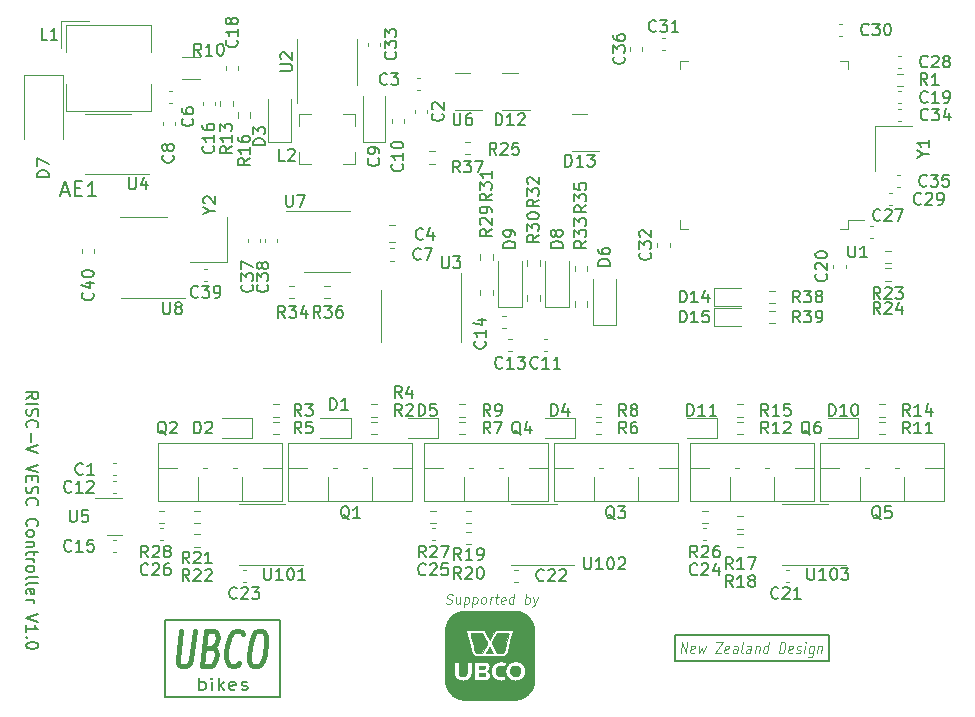
<source format=gbr>
%TF.GenerationSoftware,KiCad,Pcbnew,(6.0.4)*%
%TF.CreationDate,2022-07-11T23:15:34+12:00*%
%TF.ProjectId,bldc_hardware_riscv,626c6463-5f68-4617-9264-776172655f72,rev?*%
%TF.SameCoordinates,Original*%
%TF.FileFunction,Legend,Top*%
%TF.FilePolarity,Positive*%
%FSLAX46Y46*%
G04 Gerber Fmt 4.6, Leading zero omitted, Abs format (unit mm)*
G04 Created by KiCad (PCBNEW (6.0.4)) date 2022-07-11 23:15:34*
%MOMM*%
%LPD*%
G01*
G04 APERTURE LIST*
%ADD10C,0.120000*%
%ADD11C,0.150000*%
%ADD12C,0.010000*%
%ADD13C,0.400000*%
G04 APERTURE END LIST*
D10*
X116100452Y-130823809D02*
X116209976Y-130861904D01*
X116400452Y-130861904D01*
X116481404Y-130823809D01*
X116524261Y-130785714D01*
X116571880Y-130709523D01*
X116581404Y-130633333D01*
X116552833Y-130557142D01*
X116519500Y-130519047D01*
X116448071Y-130480952D01*
X116300452Y-130442857D01*
X116229023Y-130404761D01*
X116195690Y-130366666D01*
X116167119Y-130290476D01*
X116176642Y-130214285D01*
X116224261Y-130138095D01*
X116267119Y-130100000D01*
X116348071Y-130061904D01*
X116538547Y-130061904D01*
X116648071Y-130100000D01*
X117305214Y-130328571D02*
X117238547Y-130861904D01*
X116962357Y-130328571D02*
X116909976Y-130747619D01*
X116938547Y-130823809D01*
X117009976Y-130861904D01*
X117124261Y-130861904D01*
X117205214Y-130823809D01*
X117248071Y-130785714D01*
X117686166Y-130328571D02*
X117586166Y-131128571D01*
X117681404Y-130366666D02*
X117762357Y-130328571D01*
X117914738Y-130328571D01*
X117986166Y-130366666D01*
X118019500Y-130404761D01*
X118048071Y-130480952D01*
X118019500Y-130709523D01*
X117971880Y-130785714D01*
X117929023Y-130823809D01*
X117848071Y-130861904D01*
X117695690Y-130861904D01*
X117624261Y-130823809D01*
X118409976Y-130328571D02*
X118309976Y-131128571D01*
X118405214Y-130366666D02*
X118486166Y-130328571D01*
X118638547Y-130328571D01*
X118709976Y-130366666D01*
X118743309Y-130404761D01*
X118771880Y-130480952D01*
X118743309Y-130709523D01*
X118695690Y-130785714D01*
X118652833Y-130823809D01*
X118571880Y-130861904D01*
X118419500Y-130861904D01*
X118348071Y-130823809D01*
X119181404Y-130861904D02*
X119109976Y-130823809D01*
X119076642Y-130785714D01*
X119048071Y-130709523D01*
X119076642Y-130480952D01*
X119124261Y-130404761D01*
X119167119Y-130366666D01*
X119248071Y-130328571D01*
X119362357Y-130328571D01*
X119433785Y-130366666D01*
X119467119Y-130404761D01*
X119495690Y-130480952D01*
X119467119Y-130709523D01*
X119419499Y-130785714D01*
X119376642Y-130823809D01*
X119295690Y-130861904D01*
X119181404Y-130861904D01*
X119790928Y-130861904D02*
X119857595Y-130328571D01*
X119838547Y-130480952D02*
X119886166Y-130404761D01*
X119929023Y-130366666D01*
X120009976Y-130328571D01*
X120086166Y-130328571D01*
X120238547Y-130328571D02*
X120543309Y-130328571D01*
X120386166Y-130061904D02*
X120300452Y-130747619D01*
X120329023Y-130823809D01*
X120400452Y-130861904D01*
X120476642Y-130861904D01*
X121052833Y-130823809D02*
X120971880Y-130861904D01*
X120819500Y-130861904D01*
X120748071Y-130823809D01*
X120719500Y-130747619D01*
X120757595Y-130442857D01*
X120805214Y-130366666D01*
X120886166Y-130328571D01*
X121038547Y-130328571D01*
X121109976Y-130366666D01*
X121138547Y-130442857D01*
X121129023Y-130519047D01*
X120738547Y-130595238D01*
X121771880Y-130861904D02*
X121871880Y-130061904D01*
X121776642Y-130823809D02*
X121695690Y-130861904D01*
X121543309Y-130861904D01*
X121471880Y-130823809D01*
X121438547Y-130785714D01*
X121409976Y-130709523D01*
X121438547Y-130480952D01*
X121486166Y-130404761D01*
X121529023Y-130366666D01*
X121609976Y-130328571D01*
X121762357Y-130328571D01*
X121833785Y-130366666D01*
X122762357Y-130861904D02*
X122862357Y-130061904D01*
X122824261Y-130366666D02*
X122905214Y-130328571D01*
X123057595Y-130328571D01*
X123129023Y-130366666D01*
X123162357Y-130404761D01*
X123190928Y-130480952D01*
X123162357Y-130709523D01*
X123114738Y-130785714D01*
X123071880Y-130823809D01*
X122990928Y-130861904D01*
X122838547Y-130861904D01*
X122767119Y-130823809D01*
X123476642Y-130328571D02*
X123600452Y-130861904D01*
X123857595Y-130328571D02*
X123600452Y-130861904D01*
X123500452Y-131052380D01*
X123457595Y-131090476D01*
X123376642Y-131128571D01*
X135943422Y-135077380D02*
X136068422Y-134077380D01*
X136400565Y-135077380D01*
X136525565Y-134077380D01*
X137092232Y-135029761D02*
X137010089Y-135077380D01*
X136857708Y-135077380D01*
X136787470Y-135029761D01*
X136761279Y-134934523D01*
X136808898Y-134553571D01*
X136858898Y-134458333D01*
X136941041Y-134410714D01*
X137093422Y-134410714D01*
X137163660Y-134458333D01*
X137189851Y-134553571D01*
X137177946Y-134648809D01*
X136785089Y-134744047D01*
X137474375Y-134410714D02*
X137543422Y-135077380D01*
X137755327Y-134601190D01*
X137848184Y-135077380D01*
X138083898Y-134410714D01*
X138963660Y-134077380D02*
X139496994Y-134077380D01*
X138838660Y-135077380D01*
X139371994Y-135077380D01*
X139987470Y-135029761D02*
X139905327Y-135077380D01*
X139752946Y-135077380D01*
X139682708Y-135029761D01*
X139656517Y-134934523D01*
X139704136Y-134553571D01*
X139754136Y-134458333D01*
X139836279Y-134410714D01*
X139988660Y-134410714D01*
X140058898Y-134458333D01*
X140085089Y-134553571D01*
X140073184Y-134648809D01*
X139680327Y-134744047D01*
X140705327Y-135077380D02*
X140770803Y-134553571D01*
X140744613Y-134458333D01*
X140674375Y-134410714D01*
X140521994Y-134410714D01*
X140439851Y-134458333D01*
X140711279Y-135029761D02*
X140629136Y-135077380D01*
X140438660Y-135077380D01*
X140368422Y-135029761D01*
X140342232Y-134934523D01*
X140354136Y-134839285D01*
X140404136Y-134744047D01*
X140486279Y-134696428D01*
X140676755Y-134696428D01*
X140758898Y-134648809D01*
X141200565Y-135077380D02*
X141130327Y-135029761D01*
X141104136Y-134934523D01*
X141211279Y-134077380D01*
X141848184Y-135077380D02*
X141913660Y-134553571D01*
X141887470Y-134458333D01*
X141817232Y-134410714D01*
X141664851Y-134410714D01*
X141582708Y-134458333D01*
X141854136Y-135029761D02*
X141771994Y-135077380D01*
X141581517Y-135077380D01*
X141511279Y-135029761D01*
X141485089Y-134934523D01*
X141496994Y-134839285D01*
X141546994Y-134744047D01*
X141629136Y-134696428D01*
X141819613Y-134696428D01*
X141901755Y-134648809D01*
X142312470Y-134410714D02*
X142229136Y-135077380D01*
X142300565Y-134505952D02*
X142344613Y-134458333D01*
X142426755Y-134410714D01*
X142541041Y-134410714D01*
X142611279Y-134458333D01*
X142637470Y-134553571D01*
X142571994Y-135077380D01*
X143295803Y-135077380D02*
X143420803Y-134077380D01*
X143301755Y-135029761D02*
X143219613Y-135077380D01*
X143067232Y-135077380D01*
X142996994Y-135029761D01*
X142964851Y-134982142D01*
X142938660Y-134886904D01*
X142974375Y-134601190D01*
X143024375Y-134505952D01*
X143068422Y-134458333D01*
X143150565Y-134410714D01*
X143302946Y-134410714D01*
X143373184Y-134458333D01*
X144286279Y-135077380D02*
X144411279Y-134077380D01*
X144601755Y-134077380D01*
X144710089Y-134125000D01*
X144774375Y-134220238D01*
X144800565Y-134315476D01*
X144814851Y-134505952D01*
X144796994Y-134648809D01*
X144735089Y-134839285D01*
X144685089Y-134934523D01*
X144596994Y-135029761D01*
X144476755Y-135077380D01*
X144286279Y-135077380D01*
X145396994Y-135029761D02*
X145314851Y-135077380D01*
X145162470Y-135077380D01*
X145092232Y-135029761D01*
X145066041Y-134934523D01*
X145113660Y-134553571D01*
X145163660Y-134458333D01*
X145245803Y-134410714D01*
X145398184Y-134410714D01*
X145468422Y-134458333D01*
X145494613Y-134553571D01*
X145482708Y-134648809D01*
X145089851Y-134744047D01*
X145739851Y-135029761D02*
X145810089Y-135077380D01*
X145962470Y-135077380D01*
X146044613Y-135029761D01*
X146094613Y-134934523D01*
X146100565Y-134886904D01*
X146074375Y-134791666D01*
X146004136Y-134744047D01*
X145889851Y-134744047D01*
X145819613Y-134696428D01*
X145793422Y-134601190D01*
X145799375Y-134553571D01*
X145849375Y-134458333D01*
X145931517Y-134410714D01*
X146045803Y-134410714D01*
X146116041Y-134458333D01*
X146419613Y-135077380D02*
X146502946Y-134410714D01*
X146544613Y-134077380D02*
X146500565Y-134125000D01*
X146532708Y-134172619D01*
X146576755Y-134125000D01*
X146544613Y-134077380D01*
X146532708Y-134172619D01*
X147226755Y-134410714D02*
X147125565Y-135220238D01*
X147075565Y-135315476D01*
X147031517Y-135363095D01*
X146949375Y-135410714D01*
X146835089Y-135410714D01*
X146764851Y-135363095D01*
X147149375Y-135029761D02*
X147067232Y-135077380D01*
X146914851Y-135077380D01*
X146844613Y-135029761D01*
X146812470Y-134982142D01*
X146786279Y-134886904D01*
X146821994Y-134601190D01*
X146871994Y-134505952D01*
X146916041Y-134458333D01*
X146998184Y-134410714D01*
X147150565Y-134410714D01*
X147220803Y-134458333D01*
X147607708Y-134410714D02*
X147524375Y-135077380D01*
X147595803Y-134505952D02*
X147639851Y-134458333D01*
X147721994Y-134410714D01*
X147836279Y-134410714D01*
X147906517Y-134458333D01*
X147932708Y-134553571D01*
X147867232Y-135077380D01*
D11*
X92300000Y-138750000D02*
X92300000Y-132250000D01*
X102000000Y-132250000D02*
X102000000Y-138750000D01*
X92300000Y-132250000D02*
X102000000Y-132250000D01*
X102000000Y-138750000D02*
X92300000Y-138750000D01*
X135500000Y-133500000D02*
X148500000Y-133500000D01*
X148500000Y-135750000D02*
X135500000Y-135750000D01*
X135500000Y-135750000D02*
X135500000Y-133500000D01*
X148500000Y-133500000D02*
X148500000Y-135750000D01*
D12*
G36*
X119130188Y-133380633D02*
G01*
X119359493Y-133777508D01*
X119405892Y-133857840D01*
X119449232Y-133933667D01*
X119523094Y-134065021D01*
X119551799Y-134117159D01*
X119573806Y-134158011D01*
X119588206Y-134185882D01*
X119592270Y-134194420D01*
X119594090Y-134199077D01*
X119593552Y-134203423D01*
X119590690Y-134211686D01*
X119578464Y-134239095D01*
X119558341Y-134279568D01*
X119531252Y-134331368D01*
X119459897Y-134462006D01*
X119371841Y-134617118D01*
X119142536Y-135010466D01*
X118916758Y-135015757D01*
X118874193Y-135016534D01*
X118835612Y-135016846D01*
X118800742Y-135016641D01*
X118769308Y-135015868D01*
X118741036Y-135014474D01*
X118715654Y-135012409D01*
X118703960Y-135011108D01*
X118692886Y-135009620D01*
X118682397Y-135007938D01*
X118672459Y-135006056D01*
X118663038Y-135003967D01*
X118654099Y-135001665D01*
X118645609Y-134999144D01*
X118637532Y-134996396D01*
X118629836Y-134993416D01*
X118622485Y-134990197D01*
X118615446Y-134986732D01*
X118608683Y-134983015D01*
X118602164Y-134979040D01*
X118595853Y-134974800D01*
X118589716Y-134970289D01*
X118583720Y-134965500D01*
X118577830Y-134960427D01*
X118572011Y-134955063D01*
X118560452Y-134943438D01*
X118546344Y-134924283D01*
X118531596Y-134892726D01*
X118513912Y-134840002D01*
X118490999Y-134757348D01*
X118420305Y-134467188D01*
X118301160Y-133952133D01*
X118216714Y-133581275D01*
X118188795Y-133461496D01*
X118175924Y-133408855D01*
X118174819Y-133403867D01*
X118175183Y-133399463D01*
X118177579Y-133395607D01*
X118182566Y-133392263D01*
X118190706Y-133389394D01*
X118202558Y-133386965D01*
X118239645Y-133383278D01*
X118298311Y-133380915D01*
X118383044Y-133379585D01*
X118648647Y-133378869D01*
X119130188Y-133380633D01*
G37*
X119130188Y-133380633D02*
X119359493Y-133777508D01*
X119405892Y-133857840D01*
X119449232Y-133933667D01*
X119523094Y-134065021D01*
X119551799Y-134117159D01*
X119573806Y-134158011D01*
X119588206Y-134185882D01*
X119592270Y-134194420D01*
X119594090Y-134199077D01*
X119593552Y-134203423D01*
X119590690Y-134211686D01*
X119578464Y-134239095D01*
X119558341Y-134279568D01*
X119531252Y-134331368D01*
X119459897Y-134462006D01*
X119371841Y-134617118D01*
X119142536Y-135010466D01*
X118916758Y-135015757D01*
X118874193Y-135016534D01*
X118835612Y-135016846D01*
X118800742Y-135016641D01*
X118769308Y-135015868D01*
X118741036Y-135014474D01*
X118715654Y-135012409D01*
X118703960Y-135011108D01*
X118692886Y-135009620D01*
X118682397Y-135007938D01*
X118672459Y-135006056D01*
X118663038Y-135003967D01*
X118654099Y-135001665D01*
X118645609Y-134999144D01*
X118637532Y-134996396D01*
X118629836Y-134993416D01*
X118622485Y-134990197D01*
X118615446Y-134986732D01*
X118608683Y-134983015D01*
X118602164Y-134979040D01*
X118595853Y-134974800D01*
X118589716Y-134970289D01*
X118583720Y-134965500D01*
X118577830Y-134960427D01*
X118572011Y-134955063D01*
X118560452Y-134943438D01*
X118546344Y-134924283D01*
X118531596Y-134892726D01*
X118513912Y-134840002D01*
X118490999Y-134757348D01*
X118420305Y-134467188D01*
X118301160Y-133952133D01*
X118216714Y-133581275D01*
X118188795Y-133461496D01*
X118175924Y-133408855D01*
X118174819Y-133403867D01*
X118175183Y-133399463D01*
X118177579Y-133395607D01*
X118182566Y-133392263D01*
X118190706Y-133389394D01*
X118202558Y-133386965D01*
X118239645Y-133383278D01*
X118298311Y-133380915D01*
X118383044Y-133379585D01*
X118648647Y-133378869D01*
X119130188Y-133380633D01*
G36*
X119777449Y-134527380D02*
G01*
X119785059Y-134532955D01*
X119794364Y-134542840D01*
X119805757Y-134557588D01*
X119819630Y-134577751D01*
X119836377Y-134603883D01*
X119880061Y-134676264D01*
X120019188Y-134916980D01*
X120075633Y-135019286D01*
X119475911Y-135019286D01*
X119601146Y-134802327D01*
X119696617Y-134637844D01*
X119731371Y-134578093D01*
X119751077Y-134544799D01*
X119760861Y-134530985D01*
X119765742Y-134526948D01*
X119771141Y-134525562D01*
X119777449Y-134527380D01*
G37*
X119777449Y-134527380D02*
X119785059Y-134532955D01*
X119794364Y-134542840D01*
X119805757Y-134557588D01*
X119819630Y-134577751D01*
X119836377Y-134603883D01*
X119880061Y-134676264D01*
X120019188Y-134916980D01*
X120075633Y-135019286D01*
X119475911Y-135019286D01*
X119601146Y-134802327D01*
X119696617Y-134637844D01*
X119731371Y-134578093D01*
X119751077Y-134544799D01*
X119760861Y-134530985D01*
X119765742Y-134526948D01*
X119771141Y-134525562D01*
X119777449Y-134527380D01*
G36*
X121000000Y-133379110D02*
G01*
X121088932Y-133379806D01*
X121169512Y-133380915D01*
X121239799Y-133382396D01*
X121297849Y-133384208D01*
X121341719Y-133386310D01*
X121369465Y-133388659D01*
X121376685Y-133389914D01*
X121378526Y-133390559D01*
X121379146Y-133391215D01*
X121364329Y-133470363D01*
X121325099Y-133646373D01*
X121204742Y-134158507D01*
X121080746Y-134666673D01*
X121036969Y-134837722D01*
X121015785Y-134909924D01*
X121004766Y-134925977D01*
X120993361Y-134940451D01*
X120981311Y-134953421D01*
X120968354Y-134964963D01*
X120954228Y-134975151D01*
X120938674Y-134984059D01*
X120921430Y-134991764D01*
X120902235Y-134998339D01*
X120880829Y-135003860D01*
X120856949Y-135008402D01*
X120830336Y-135012040D01*
X120800729Y-135014848D01*
X120767865Y-135016902D01*
X120731485Y-135018276D01*
X120647132Y-135019286D01*
X120416063Y-135019286D01*
X120181466Y-134613591D01*
X119946868Y-134207896D01*
X120091507Y-133957424D01*
X120333161Y-133541146D01*
X120428411Y-133378869D01*
X120904661Y-133378869D01*
X121000000Y-133379110D01*
G37*
X121000000Y-133379110D02*
X121088932Y-133379806D01*
X121169512Y-133380915D01*
X121239799Y-133382396D01*
X121297849Y-133384208D01*
X121341719Y-133386310D01*
X121369465Y-133388659D01*
X121376685Y-133389914D01*
X121378526Y-133390559D01*
X121379146Y-133391215D01*
X121364329Y-133470363D01*
X121325099Y-133646373D01*
X121204742Y-134158507D01*
X121080746Y-134666673D01*
X121036969Y-134837722D01*
X121015785Y-134909924D01*
X121004766Y-134925977D01*
X120993361Y-134940451D01*
X120981311Y-134953421D01*
X120968354Y-134964963D01*
X120954228Y-134975151D01*
X120938674Y-134984059D01*
X120921430Y-134991764D01*
X120902235Y-134998339D01*
X120880829Y-135003860D01*
X120856949Y-135008402D01*
X120830336Y-135012040D01*
X120800729Y-135014848D01*
X120767865Y-135016902D01*
X120731485Y-135018276D01*
X120647132Y-135019286D01*
X120416063Y-135019286D01*
X120181466Y-134613591D01*
X119946868Y-134207896D01*
X120091507Y-133957424D01*
X120333161Y-133541146D01*
X120428411Y-133378869D01*
X120904661Y-133378869D01*
X121000000Y-133379110D01*
G36*
X119095813Y-136113292D02*
G01*
X119137519Y-136114412D01*
X119176662Y-136116152D01*
X119212209Y-136118409D01*
X119243125Y-136121079D01*
X119268378Y-136124059D01*
X119278557Y-136125633D01*
X119286933Y-136127245D01*
X119293376Y-136128884D01*
X119297757Y-136130535D01*
X119305762Y-136135233D01*
X119313241Y-136140375D01*
X119320194Y-136145933D01*
X119326624Y-136151874D01*
X119332530Y-136158170D01*
X119337914Y-136164789D01*
X119342776Y-136171702D01*
X119347119Y-136178877D01*
X119350942Y-136186285D01*
X119354246Y-136193895D01*
X119357033Y-136201677D01*
X119359304Y-136209600D01*
X119361059Y-136217635D01*
X119362300Y-136225750D01*
X119363027Y-136233916D01*
X119363242Y-136242101D01*
X119362945Y-136250277D01*
X119362137Y-136258411D01*
X119360820Y-136266475D01*
X119358994Y-136274437D01*
X119356660Y-136282267D01*
X119353820Y-136289935D01*
X119350474Y-136297411D01*
X119346623Y-136304664D01*
X119342268Y-136311664D01*
X119337410Y-136318380D01*
X119332050Y-136324782D01*
X119326190Y-136330840D01*
X119319829Y-136336523D01*
X119312969Y-136341801D01*
X119305612Y-136346644D01*
X119297757Y-136351021D01*
X119290389Y-136354516D01*
X119282137Y-136357729D01*
X119272945Y-136360668D01*
X119262755Y-136363341D01*
X119251511Y-136365755D01*
X119239156Y-136367919D01*
X119210886Y-136371526D01*
X119177489Y-136374224D01*
X119138511Y-136376074D01*
X119093497Y-136377139D01*
X119041993Y-136377480D01*
X118839147Y-136377480D01*
X118839147Y-136112896D01*
X119052577Y-136112896D01*
X119095813Y-136113292D01*
G37*
X119095813Y-136113292D02*
X119137519Y-136114412D01*
X119176662Y-136116152D01*
X119212209Y-136118409D01*
X119243125Y-136121079D01*
X119268378Y-136124059D01*
X119278557Y-136125633D01*
X119286933Y-136127245D01*
X119293376Y-136128884D01*
X119297757Y-136130535D01*
X119305762Y-136135233D01*
X119313241Y-136140375D01*
X119320194Y-136145933D01*
X119326624Y-136151874D01*
X119332530Y-136158170D01*
X119337914Y-136164789D01*
X119342776Y-136171702D01*
X119347119Y-136178877D01*
X119350942Y-136186285D01*
X119354246Y-136193895D01*
X119357033Y-136201677D01*
X119359304Y-136209600D01*
X119361059Y-136217635D01*
X119362300Y-136225750D01*
X119363027Y-136233916D01*
X119363242Y-136242101D01*
X119362945Y-136250277D01*
X119362137Y-136258411D01*
X119360820Y-136266475D01*
X119358994Y-136274437D01*
X119356660Y-136282267D01*
X119353820Y-136289935D01*
X119350474Y-136297411D01*
X119346623Y-136304664D01*
X119342268Y-136311664D01*
X119337410Y-136318380D01*
X119332050Y-136324782D01*
X119326190Y-136330840D01*
X119319829Y-136336523D01*
X119312969Y-136341801D01*
X119305612Y-136346644D01*
X119297757Y-136351021D01*
X119290389Y-136354516D01*
X119282137Y-136357729D01*
X119272945Y-136360668D01*
X119262755Y-136363341D01*
X119251511Y-136365755D01*
X119239156Y-136367919D01*
X119210886Y-136371526D01*
X119177489Y-136374224D01*
X119138511Y-136376074D01*
X119093497Y-136377139D01*
X119041993Y-136377480D01*
X118839147Y-136377480D01*
X118839147Y-136112896D01*
X119052577Y-136112896D01*
X119095813Y-136113292D01*
G36*
X119082616Y-136712855D02*
G01*
X119121265Y-136713597D01*
X119156370Y-136714897D01*
X119172653Y-136715773D01*
X119188121Y-136716808D01*
X119202798Y-136718008D01*
X119216709Y-136719379D01*
X119229877Y-136720930D01*
X119242326Y-136722664D01*
X119254080Y-136724590D01*
X119265162Y-136726714D01*
X119275598Y-136729042D01*
X119285410Y-136731580D01*
X119294623Y-136734336D01*
X119303260Y-136737315D01*
X119311346Y-136740523D01*
X119318904Y-136743969D01*
X119325957Y-136747657D01*
X119332531Y-136751594D01*
X119338649Y-136755788D01*
X119344335Y-136760243D01*
X119349613Y-136764968D01*
X119354506Y-136769967D01*
X119359039Y-136775248D01*
X119363235Y-136780817D01*
X119367119Y-136786681D01*
X119370714Y-136792846D01*
X119374044Y-136799318D01*
X119377133Y-136806105D01*
X119379474Y-136812107D01*
X119381540Y-136818200D01*
X119383334Y-136824370D01*
X119384860Y-136830603D01*
X119386121Y-136836886D01*
X119387120Y-136843207D01*
X119387862Y-136849552D01*
X119388350Y-136855907D01*
X119388587Y-136862260D01*
X119388576Y-136868597D01*
X119388323Y-136874904D01*
X119387829Y-136881170D01*
X119387099Y-136887380D01*
X119386136Y-136893521D01*
X119384944Y-136899580D01*
X119383526Y-136905544D01*
X119381886Y-136911399D01*
X119380027Y-136917133D01*
X119377953Y-136922731D01*
X119375668Y-136928182D01*
X119373175Y-136933470D01*
X119370477Y-136938585D01*
X119367578Y-136943511D01*
X119364482Y-136948236D01*
X119361192Y-136952746D01*
X119357712Y-136957029D01*
X119354045Y-136961071D01*
X119350195Y-136964858D01*
X119346166Y-136968378D01*
X119341960Y-136971618D01*
X119337582Y-136974564D01*
X119333035Y-136977202D01*
X119328572Y-136979144D01*
X119321887Y-136980998D01*
X119302388Y-136984423D01*
X119275612Y-136987434D01*
X119242636Y-136989990D01*
X119204533Y-136992050D01*
X119162379Y-136993573D01*
X119117249Y-136994517D01*
X119070217Y-136994841D01*
X118839147Y-136994841D01*
X118839147Y-136712619D01*
X119040230Y-136712619D01*
X119082616Y-136712855D01*
G37*
X119082616Y-136712855D02*
X119121265Y-136713597D01*
X119156370Y-136714897D01*
X119172653Y-136715773D01*
X119188121Y-136716808D01*
X119202798Y-136718008D01*
X119216709Y-136719379D01*
X119229877Y-136720930D01*
X119242326Y-136722664D01*
X119254080Y-136724590D01*
X119265162Y-136726714D01*
X119275598Y-136729042D01*
X119285410Y-136731580D01*
X119294623Y-136734336D01*
X119303260Y-136737315D01*
X119311346Y-136740523D01*
X119318904Y-136743969D01*
X119325957Y-136747657D01*
X119332531Y-136751594D01*
X119338649Y-136755788D01*
X119344335Y-136760243D01*
X119349613Y-136764968D01*
X119354506Y-136769967D01*
X119359039Y-136775248D01*
X119363235Y-136780817D01*
X119367119Y-136786681D01*
X119370714Y-136792846D01*
X119374044Y-136799318D01*
X119377133Y-136806105D01*
X119379474Y-136812107D01*
X119381540Y-136818200D01*
X119383334Y-136824370D01*
X119384860Y-136830603D01*
X119386121Y-136836886D01*
X119387120Y-136843207D01*
X119387862Y-136849552D01*
X119388350Y-136855907D01*
X119388587Y-136862260D01*
X119388576Y-136868597D01*
X119388323Y-136874904D01*
X119387829Y-136881170D01*
X119387099Y-136887380D01*
X119386136Y-136893521D01*
X119384944Y-136899580D01*
X119383526Y-136905544D01*
X119381886Y-136911399D01*
X119380027Y-136917133D01*
X119377953Y-136922731D01*
X119375668Y-136928182D01*
X119373175Y-136933470D01*
X119370477Y-136938585D01*
X119367578Y-136943511D01*
X119364482Y-136948236D01*
X119361192Y-136952746D01*
X119357712Y-136957029D01*
X119354045Y-136961071D01*
X119350195Y-136964858D01*
X119346166Y-136968378D01*
X119341960Y-136971618D01*
X119337582Y-136974564D01*
X119333035Y-136977202D01*
X119328572Y-136979144D01*
X119321887Y-136980998D01*
X119302388Y-136984423D01*
X119275612Y-136987434D01*
X119242636Y-136989990D01*
X119204533Y-136992050D01*
X119162379Y-136993573D01*
X119117249Y-136994517D01*
X119070217Y-136994841D01*
X118839147Y-136994841D01*
X118839147Y-136712619D01*
X119040230Y-136712619D01*
X119082616Y-136712855D01*
G36*
X121964502Y-136101388D02*
G01*
X121995247Y-136104366D01*
X122025837Y-136109102D01*
X122056039Y-136115542D01*
X122085621Y-136123637D01*
X122114351Y-136133333D01*
X122141995Y-136144579D01*
X122168321Y-136157324D01*
X122193098Y-136171516D01*
X122216091Y-136187104D01*
X122226846Y-136195405D01*
X122237069Y-136204035D01*
X122246729Y-136212988D01*
X122255799Y-136222258D01*
X122277848Y-136248340D01*
X122297674Y-136276800D01*
X122315241Y-136307369D01*
X122330516Y-136339777D01*
X122343466Y-136373756D01*
X122354057Y-136409037D01*
X122362255Y-136445352D01*
X122368027Y-136482431D01*
X122371339Y-136520007D01*
X122372157Y-136557810D01*
X122370449Y-136595572D01*
X122366180Y-136633023D01*
X122359317Y-136669896D01*
X122349826Y-136705921D01*
X122337674Y-136740831D01*
X122322827Y-136774355D01*
X122307625Y-136803015D01*
X122290861Y-136829795D01*
X122272634Y-136854697D01*
X122253047Y-136877721D01*
X122232200Y-136898870D01*
X122210194Y-136918144D01*
X122187131Y-136935545D01*
X122163112Y-136951074D01*
X122138238Y-136964732D01*
X122112609Y-136976521D01*
X122086328Y-136986442D01*
X122059494Y-136994496D01*
X122032210Y-137000685D01*
X122004575Y-137005009D01*
X121976692Y-137007470D01*
X121948662Y-137008070D01*
X121920585Y-137006809D01*
X121892562Y-137003689D01*
X121864696Y-136998712D01*
X121837085Y-136991878D01*
X121809833Y-136983189D01*
X121783040Y-136972646D01*
X121756807Y-136960250D01*
X121731235Y-136946003D01*
X121706425Y-136929906D01*
X121682479Y-136911960D01*
X121659497Y-136892167D01*
X121637580Y-136870528D01*
X121616830Y-136847044D01*
X121597348Y-136821716D01*
X121579235Y-136794546D01*
X121562591Y-136765535D01*
X121553949Y-136746322D01*
X121546540Y-136724029D01*
X121540356Y-136699090D01*
X121535389Y-136671939D01*
X121531631Y-136643011D01*
X121529074Y-136612739D01*
X121527711Y-136581557D01*
X121527534Y-136549900D01*
X121528535Y-136518202D01*
X121530707Y-136486896D01*
X121534041Y-136456417D01*
X121538530Y-136427200D01*
X121544167Y-136399677D01*
X121550943Y-136374283D01*
X121558851Y-136351452D01*
X121567883Y-136331619D01*
X121577885Y-136314338D01*
X121589277Y-136296975D01*
X121601919Y-136279653D01*
X121615673Y-136262496D01*
X121630398Y-136245629D01*
X121645955Y-136229175D01*
X121662205Y-136213259D01*
X121679007Y-136198004D01*
X121696223Y-136183535D01*
X121713713Y-136169975D01*
X121731337Y-136157448D01*
X121748956Y-136146080D01*
X121766431Y-136135992D01*
X121783621Y-136127311D01*
X121800387Y-136120159D01*
X121816590Y-136114660D01*
X121844622Y-136108078D01*
X121873662Y-136103512D01*
X121903477Y-136100909D01*
X121933834Y-136100218D01*
X121964502Y-136101388D01*
G37*
X121964502Y-136101388D02*
X121995247Y-136104366D01*
X122025837Y-136109102D01*
X122056039Y-136115542D01*
X122085621Y-136123637D01*
X122114351Y-136133333D01*
X122141995Y-136144579D01*
X122168321Y-136157324D01*
X122193098Y-136171516D01*
X122216091Y-136187104D01*
X122226846Y-136195405D01*
X122237069Y-136204035D01*
X122246729Y-136212988D01*
X122255799Y-136222258D01*
X122277848Y-136248340D01*
X122297674Y-136276800D01*
X122315241Y-136307369D01*
X122330516Y-136339777D01*
X122343466Y-136373756D01*
X122354057Y-136409037D01*
X122362255Y-136445352D01*
X122368027Y-136482431D01*
X122371339Y-136520007D01*
X122372157Y-136557810D01*
X122370449Y-136595572D01*
X122366180Y-136633023D01*
X122359317Y-136669896D01*
X122349826Y-136705921D01*
X122337674Y-136740831D01*
X122322827Y-136774355D01*
X122307625Y-136803015D01*
X122290861Y-136829795D01*
X122272634Y-136854697D01*
X122253047Y-136877721D01*
X122232200Y-136898870D01*
X122210194Y-136918144D01*
X122187131Y-136935545D01*
X122163112Y-136951074D01*
X122138238Y-136964732D01*
X122112609Y-136976521D01*
X122086328Y-136986442D01*
X122059494Y-136994496D01*
X122032210Y-137000685D01*
X122004575Y-137005009D01*
X121976692Y-137007470D01*
X121948662Y-137008070D01*
X121920585Y-137006809D01*
X121892562Y-137003689D01*
X121864696Y-136998712D01*
X121837085Y-136991878D01*
X121809833Y-136983189D01*
X121783040Y-136972646D01*
X121756807Y-136960250D01*
X121731235Y-136946003D01*
X121706425Y-136929906D01*
X121682479Y-136911960D01*
X121659497Y-136892167D01*
X121637580Y-136870528D01*
X121616830Y-136847044D01*
X121597348Y-136821716D01*
X121579235Y-136794546D01*
X121562591Y-136765535D01*
X121553949Y-136746322D01*
X121546540Y-136724029D01*
X121540356Y-136699090D01*
X121535389Y-136671939D01*
X121531631Y-136643011D01*
X121529074Y-136612739D01*
X121527711Y-136581557D01*
X121527534Y-136549900D01*
X121528535Y-136518202D01*
X121530707Y-136486896D01*
X121534041Y-136456417D01*
X121538530Y-136427200D01*
X121544167Y-136399677D01*
X121550943Y-136374283D01*
X121558851Y-136351452D01*
X121567883Y-136331619D01*
X121577885Y-136314338D01*
X121589277Y-136296975D01*
X121601919Y-136279653D01*
X121615673Y-136262496D01*
X121630398Y-136245629D01*
X121645955Y-136229175D01*
X121662205Y-136213259D01*
X121679007Y-136198004D01*
X121696223Y-136183535D01*
X121713713Y-136169975D01*
X121731337Y-136157448D01*
X121748956Y-136146080D01*
X121766431Y-136135992D01*
X121783621Y-136127311D01*
X121800387Y-136120159D01*
X121816590Y-136114660D01*
X121844622Y-136108078D01*
X121873662Y-136103512D01*
X121903477Y-136100909D01*
X121933834Y-136100218D01*
X121964502Y-136101388D01*
G36*
X121097172Y-131458765D02*
G01*
X121330263Y-131460172D01*
X121528867Y-131462334D01*
X121696605Y-131465385D01*
X121837096Y-131469459D01*
X121953961Y-131474690D01*
X122050820Y-131481213D01*
X122092878Y-131485001D01*
X122131292Y-131489163D01*
X122166514Y-131493714D01*
X122198997Y-131498673D01*
X122229193Y-131504055D01*
X122257555Y-131509878D01*
X122310587Y-131522913D01*
X122361712Y-131537911D01*
X122414549Y-131555007D01*
X122506599Y-131588435D01*
X122595486Y-131626476D01*
X122681107Y-131669027D01*
X122763358Y-131715990D01*
X122842137Y-131767262D01*
X122917340Y-131822743D01*
X122988864Y-131882332D01*
X123056605Y-131945929D01*
X123120460Y-132013433D01*
X123180325Y-132084743D01*
X123236098Y-132159757D01*
X123287675Y-132238377D01*
X123334952Y-132320500D01*
X123377826Y-132406025D01*
X123416194Y-132494853D01*
X123449953Y-132586883D01*
X123481544Y-132688913D01*
X123505570Y-132799541D01*
X123523064Y-132947047D01*
X123535059Y-133159705D01*
X123542590Y-133465795D01*
X123546690Y-133893593D01*
X123548729Y-135227424D01*
X123548464Y-135983261D01*
X123546938Y-136560566D01*
X123545360Y-136791177D01*
X123543056Y-136987844D01*
X123539888Y-137154131D01*
X123535721Y-137293600D01*
X123530417Y-137409814D01*
X123523839Y-137506338D01*
X123515851Y-137586733D01*
X123511285Y-137621996D01*
X123506314Y-137654563D01*
X123500923Y-137684880D01*
X123495093Y-137713391D01*
X123482051Y-137766780D01*
X123467050Y-137818293D01*
X123449953Y-137871494D01*
X123417066Y-137962981D01*
X123379345Y-138051490D01*
X123336917Y-138136892D01*
X123289907Y-138219063D01*
X123238443Y-138297874D01*
X123182651Y-138373200D01*
X123122657Y-138444913D01*
X123058589Y-138512888D01*
X122990573Y-138576997D01*
X122918736Y-138637115D01*
X122843203Y-138693113D01*
X122764103Y-138744867D01*
X122681560Y-138792249D01*
X122595703Y-138835132D01*
X122506657Y-138873391D01*
X122414549Y-138906897D01*
X122311000Y-138938995D01*
X122199658Y-138963259D01*
X122052060Y-138980784D01*
X121839742Y-138992666D01*
X121534242Y-139000000D01*
X121107095Y-139003883D01*
X119774008Y-139005674D01*
X119018178Y-139005409D01*
X118440921Y-139003883D01*
X118210363Y-139002305D01*
X118013774Y-139000000D01*
X117847597Y-138996833D01*
X117708273Y-138992666D01*
X117592245Y-138987362D01*
X117495955Y-138980784D01*
X117454100Y-138976975D01*
X117415845Y-138972795D01*
X117380746Y-138968229D01*
X117348357Y-138963259D01*
X117318234Y-138957868D01*
X117289933Y-138952038D01*
X117237015Y-138938995D01*
X117186045Y-138923994D01*
X117133466Y-138906897D01*
X117041707Y-138873450D01*
X116953036Y-138835356D01*
X116867563Y-138792725D01*
X116785401Y-138745666D01*
X116706659Y-138694287D01*
X116631450Y-138638696D01*
X116559884Y-138579002D01*
X116492072Y-138515313D01*
X116428125Y-138447738D01*
X116368155Y-138376386D01*
X116312273Y-138301365D01*
X116260589Y-138222783D01*
X116213215Y-138140749D01*
X116170262Y-138055372D01*
X116131841Y-137966760D01*
X116098063Y-137875022D01*
X116066472Y-137772985D01*
X116042445Y-137662308D01*
X116024951Y-137514672D01*
X116012955Y-137301758D01*
X116005424Y-136995248D01*
X116001325Y-136566822D01*
X116000869Y-136268119D01*
X116757758Y-136268119D01*
X116758450Y-136458946D01*
X116759444Y-136539842D01*
X116760982Y-136612049D01*
X116763151Y-136676308D01*
X116766036Y-136733361D01*
X116769722Y-136783950D01*
X116774294Y-136828815D01*
X116779838Y-136868698D01*
X116786438Y-136904342D01*
X116794180Y-136936487D01*
X116798506Y-136951479D01*
X116803150Y-136965875D01*
X116813432Y-136993247D01*
X116825112Y-137019346D01*
X116838275Y-137044912D01*
X116853007Y-137070688D01*
X116876733Y-137106922D01*
X116902916Y-137140871D01*
X116931533Y-137172527D01*
X116962561Y-137201877D01*
X116995977Y-137228912D01*
X117031756Y-137253622D01*
X117069877Y-137275997D01*
X117110315Y-137296025D01*
X117153047Y-137313696D01*
X117198051Y-137329001D01*
X117245303Y-137341929D01*
X117294779Y-137352469D01*
X117346457Y-137360612D01*
X117400312Y-137366346D01*
X117456323Y-137369662D01*
X117514466Y-137370549D01*
X117548644Y-137369976D01*
X117582055Y-137368587D01*
X117614697Y-137366385D01*
X117646568Y-137363370D01*
X117677664Y-137359543D01*
X117707985Y-137354907D01*
X117737527Y-137349462D01*
X117746006Y-137347618D01*
X118415813Y-137347618D01*
X118923813Y-137347618D01*
X119109741Y-137347067D01*
X119187561Y-137346223D01*
X119256334Y-137344862D01*
X119316849Y-137342882D01*
X119369894Y-137340177D01*
X119416258Y-137336646D01*
X119437180Y-137334538D01*
X119456728Y-137332185D01*
X119474999Y-137329573D01*
X119492092Y-137326690D01*
X119508106Y-137323522D01*
X119523139Y-137320058D01*
X119537289Y-137316283D01*
X119550656Y-137312186D01*
X119563338Y-137307752D01*
X119575432Y-137302970D01*
X119587038Y-137297826D01*
X119598254Y-137292308D01*
X119609179Y-137286401D01*
X119619912Y-137280095D01*
X119641192Y-137266228D01*
X119662882Y-137250605D01*
X119675206Y-137240477D01*
X119687036Y-137229630D01*
X119698363Y-137218101D01*
X119709181Y-137205925D01*
X119729254Y-137179776D01*
X119747191Y-137151468D01*
X119762926Y-137121291D01*
X119776395Y-137089529D01*
X119787533Y-137056470D01*
X119796277Y-137022401D01*
X119802560Y-136987609D01*
X119806319Y-136952380D01*
X119807489Y-136917001D01*
X119806006Y-136881759D01*
X119801804Y-136846941D01*
X119794819Y-136812833D01*
X119784988Y-136779722D01*
X119778984Y-136763631D01*
X119772244Y-136747896D01*
X119764084Y-136730082D01*
X119756083Y-136713614D01*
X119748148Y-136698391D01*
X119740190Y-136684313D01*
X119732119Y-136671279D01*
X119723843Y-136659188D01*
X119715273Y-136647940D01*
X119706318Y-136637433D01*
X119696888Y-136627566D01*
X119686891Y-136618240D01*
X119676239Y-136609353D01*
X119664839Y-136600805D01*
X119652603Y-136592494D01*
X119639438Y-136584320D01*
X119625256Y-136576182D01*
X119609966Y-136567980D01*
X119568416Y-136547738D01*
X119873094Y-136547738D01*
X119873556Y-136585962D01*
X119875795Y-136624475D01*
X119879841Y-136663230D01*
X119885764Y-136702965D01*
X119893262Y-136741789D01*
X119902308Y-136779679D01*
X119912876Y-136816612D01*
X119924939Y-136852566D01*
X119938469Y-136887519D01*
X119953441Y-136921446D01*
X119969827Y-136954327D01*
X119987600Y-136986138D01*
X120006735Y-137016856D01*
X120027203Y-137046460D01*
X120048978Y-137074926D01*
X120072033Y-137102232D01*
X120096342Y-137128355D01*
X120121878Y-137153273D01*
X120148614Y-137176963D01*
X120176522Y-137199402D01*
X120205577Y-137220568D01*
X120235751Y-137240438D01*
X120267018Y-137258990D01*
X120299351Y-137276201D01*
X120332722Y-137292049D01*
X120367106Y-137306510D01*
X120402476Y-137319562D01*
X120438804Y-137331183D01*
X120476063Y-137341350D01*
X120514228Y-137350040D01*
X120553271Y-137357231D01*
X120593165Y-137362900D01*
X120633884Y-137367024D01*
X120675401Y-137369582D01*
X120717688Y-137370549D01*
X120750699Y-137370327D01*
X120783507Y-137369020D01*
X120815988Y-137366658D01*
X120848023Y-137363273D01*
X120879489Y-137358896D01*
X120910265Y-137353558D01*
X120940230Y-137347290D01*
X120969262Y-137340122D01*
X120997240Y-137332087D01*
X121024043Y-137323214D01*
X121049548Y-137313535D01*
X121073635Y-137303081D01*
X121096182Y-137291883D01*
X121117067Y-137279971D01*
X121136170Y-137267378D01*
X121153369Y-137254133D01*
X121202757Y-137215327D01*
X121112799Y-137074216D01*
X121094437Y-137045553D01*
X121076695Y-137018212D01*
X121060028Y-136992856D01*
X121044890Y-136970146D01*
X121031736Y-136950743D01*
X121021022Y-136935309D01*
X121013202Y-136924506D01*
X121010519Y-136921047D01*
X121008730Y-136918994D01*
X121007971Y-136918239D01*
X121007022Y-136917626D01*
X121005889Y-136917153D01*
X121004579Y-136916816D01*
X121001447Y-136916544D01*
X120997678Y-136916789D01*
X120993320Y-136917529D01*
X120988421Y-136918745D01*
X120983032Y-136920416D01*
X120977200Y-136922521D01*
X120970976Y-136925039D01*
X120964409Y-136927951D01*
X120957547Y-136931234D01*
X120950439Y-136934868D01*
X120943135Y-136938834D01*
X120935684Y-136943109D01*
X120928134Y-136947674D01*
X120920535Y-136952507D01*
X120895590Y-136967704D01*
X120870093Y-136980589D01*
X120844131Y-136991216D01*
X120817792Y-136999640D01*
X120791166Y-137005915D01*
X120764340Y-137010097D01*
X120737402Y-137012239D01*
X120710440Y-137012397D01*
X120683543Y-137010625D01*
X120656798Y-137006977D01*
X120630295Y-137001508D01*
X120604121Y-136994272D01*
X120578364Y-136985325D01*
X120553112Y-136974721D01*
X120528454Y-136962514D01*
X120504478Y-136948759D01*
X120481272Y-136933511D01*
X120458924Y-136916824D01*
X120437522Y-136898752D01*
X120417155Y-136879351D01*
X120397911Y-136858674D01*
X120379877Y-136836778D01*
X120363142Y-136813715D01*
X120347795Y-136789541D01*
X120333923Y-136764310D01*
X120321614Y-136738076D01*
X120310957Y-136710896D01*
X120302040Y-136682822D01*
X120294951Y-136653910D01*
X120289779Y-136624213D01*
X120286611Y-136593788D01*
X120285717Y-136567967D01*
X121104135Y-136567967D01*
X121105577Y-136607635D01*
X121108827Y-136647041D01*
X121113864Y-136686113D01*
X121120666Y-136724777D01*
X121129211Y-136762961D01*
X121139478Y-136800592D01*
X121151445Y-136837599D01*
X121165091Y-136873907D01*
X121180394Y-136909445D01*
X121197332Y-136944139D01*
X121215883Y-136977918D01*
X121236026Y-137010707D01*
X121257740Y-137042436D01*
X121281003Y-137073031D01*
X121305792Y-137102418D01*
X121332087Y-137130527D01*
X121359866Y-137157284D01*
X121389106Y-137182616D01*
X121419788Y-137206450D01*
X121451888Y-137228715D01*
X121485385Y-137249337D01*
X121520258Y-137268244D01*
X121552789Y-137283934D01*
X121585857Y-137298266D01*
X121619406Y-137311248D01*
X121653383Y-137322886D01*
X121722408Y-137342158D01*
X121792503Y-137356135D01*
X121863238Y-137364872D01*
X121934186Y-137368423D01*
X122004916Y-137366843D01*
X122075001Y-137360186D01*
X122144010Y-137348506D01*
X122211516Y-137331857D01*
X122277089Y-137310294D01*
X122340300Y-137283870D01*
X122370886Y-137268853D01*
X122400721Y-137252641D01*
X122429751Y-137235241D01*
X122457923Y-137216660D01*
X122485182Y-137196905D01*
X122511476Y-137175982D01*
X122536750Y-137153898D01*
X122560951Y-137130661D01*
X122591547Y-137098569D01*
X122619849Y-137065748D01*
X122645877Y-137032132D01*
X122669652Y-136997652D01*
X122691194Y-136962243D01*
X122710524Y-136925836D01*
X122727664Y-136888364D01*
X122742633Y-136849761D01*
X122755452Y-136809959D01*
X122766142Y-136768891D01*
X122774724Y-136726490D01*
X122781218Y-136682688D01*
X122785645Y-136637418D01*
X122788025Y-136590614D01*
X122788380Y-136542208D01*
X122786730Y-136492133D01*
X122783784Y-136445572D01*
X122782028Y-136424784D01*
X122780032Y-136405399D01*
X122777757Y-136387223D01*
X122775164Y-136370062D01*
X122772215Y-136353724D01*
X122768870Y-136338013D01*
X122765091Y-136322736D01*
X122760840Y-136307699D01*
X122756076Y-136292709D01*
X122750763Y-136277572D01*
X122744860Y-136262093D01*
X122738330Y-136246080D01*
X122723230Y-136211674D01*
X122711072Y-136187000D01*
X122697406Y-136161128D01*
X122682705Y-136134842D01*
X122667447Y-136108928D01*
X122652106Y-136084171D01*
X122637158Y-136061358D01*
X122623078Y-136041273D01*
X122616512Y-136032499D01*
X122610341Y-136024702D01*
X122596091Y-136007921D01*
X122579931Y-135990744D01*
X122562061Y-135973314D01*
X122542679Y-135955773D01*
X122521985Y-135938262D01*
X122500177Y-135920925D01*
X122477454Y-135903904D01*
X122454016Y-135887339D01*
X122430061Y-135871374D01*
X122405788Y-135856151D01*
X122381396Y-135841811D01*
X122357085Y-135828497D01*
X122333052Y-135816351D01*
X122309497Y-135805515D01*
X122286620Y-135796131D01*
X122264618Y-135788341D01*
X122224341Y-135775852D01*
X122183916Y-135765161D01*
X122143402Y-135756246D01*
X122102857Y-135749084D01*
X122062341Y-135743655D01*
X122021912Y-135739937D01*
X121981630Y-135737908D01*
X121941551Y-135737546D01*
X121901737Y-135738831D01*
X121862244Y-135741740D01*
X121823133Y-135746251D01*
X121784462Y-135752343D01*
X121746289Y-135759995D01*
X121708674Y-135769184D01*
X121671675Y-135779889D01*
X121635351Y-135792089D01*
X121599761Y-135805762D01*
X121564964Y-135820885D01*
X121531018Y-135837439D01*
X121497982Y-135855400D01*
X121465915Y-135874747D01*
X121434875Y-135895459D01*
X121404922Y-135917514D01*
X121376115Y-135940890D01*
X121348511Y-135965566D01*
X121322171Y-135991519D01*
X121297151Y-136018729D01*
X121273513Y-136047174D01*
X121251313Y-136076832D01*
X121230612Y-136107682D01*
X121211467Y-136139701D01*
X121193938Y-136172869D01*
X121176106Y-136211159D01*
X121160299Y-136249914D01*
X121146495Y-136289062D01*
X121134672Y-136328528D01*
X121124809Y-136368242D01*
X121116885Y-136408129D01*
X121110877Y-136448118D01*
X121106763Y-136488136D01*
X121104524Y-136528110D01*
X121104135Y-136567967D01*
X120285717Y-136567967D01*
X120285535Y-136562688D01*
X120285847Y-136548203D01*
X120286774Y-136533540D01*
X120288298Y-136518728D01*
X120290403Y-136503798D01*
X120293072Y-136488776D01*
X120296290Y-136473693D01*
X120304304Y-136443460D01*
X120314312Y-136413330D01*
X120326184Y-136383536D01*
X120339786Y-136354311D01*
X120354988Y-136325886D01*
X120371658Y-136298495D01*
X120389663Y-136272370D01*
X120408873Y-136247743D01*
X120429155Y-136224848D01*
X120439656Y-136214122D01*
X120450377Y-136203917D01*
X120461299Y-136194260D01*
X120472408Y-136185181D01*
X120483685Y-136176710D01*
X120495116Y-136168875D01*
X120506682Y-136161705D01*
X120518369Y-136155229D01*
X120543953Y-136143240D01*
X120570331Y-136133064D01*
X120597344Y-136124697D01*
X120624836Y-136118133D01*
X120652648Y-136113368D01*
X120680622Y-136110395D01*
X120708602Y-136109211D01*
X120736429Y-136109810D01*
X120763947Y-136112186D01*
X120790996Y-136116335D01*
X120817421Y-136122251D01*
X120843062Y-136129929D01*
X120867763Y-136139364D01*
X120891365Y-136150551D01*
X120913712Y-136163485D01*
X120924366Y-136170605D01*
X120934646Y-136178160D01*
X120940572Y-136182685D01*
X120946418Y-136186990D01*
X120952145Y-136191063D01*
X120957715Y-136194890D01*
X120963088Y-136198459D01*
X120968226Y-136201756D01*
X120973090Y-136204769D01*
X120977641Y-136207485D01*
X120981841Y-136209891D01*
X120985651Y-136211974D01*
X120989032Y-136213721D01*
X120991946Y-136215119D01*
X120994352Y-136216156D01*
X120996214Y-136216818D01*
X120996928Y-136217004D01*
X120997492Y-136217092D01*
X120997900Y-136217080D01*
X120998147Y-136216966D01*
X121011468Y-136198494D01*
X121026087Y-136177172D01*
X121057954Y-136128138D01*
X121091226Y-136074184D01*
X121123383Y-136019631D01*
X121151901Y-135968798D01*
X121174260Y-135926007D01*
X121182341Y-135908977D01*
X121187937Y-135895576D01*
X121190731Y-135886347D01*
X121190980Y-135883464D01*
X121190410Y-135881827D01*
X121183252Y-135875732D01*
X121173243Y-135868787D01*
X121160718Y-135861134D01*
X121146010Y-135852916D01*
X121111377Y-135835349D01*
X121072009Y-135817224D01*
X121030575Y-135799679D01*
X120989740Y-135783849D01*
X120952172Y-135770871D01*
X120935445Y-135765807D01*
X120920535Y-135761883D01*
X120899036Y-135757583D01*
X120875708Y-135753942D01*
X120850788Y-135750957D01*
X120824514Y-135748626D01*
X120797124Y-135746946D01*
X120768855Y-135745914D01*
X120739945Y-135745529D01*
X120710633Y-135745787D01*
X120651749Y-135748223D01*
X120622654Y-135750395D01*
X120594106Y-135753201D01*
X120566344Y-135756637D01*
X120539605Y-135760701D01*
X120514126Y-135765390D01*
X120490147Y-135770702D01*
X120452862Y-135780622D01*
X120416436Y-135792159D01*
X120380900Y-135805269D01*
X120346286Y-135819905D01*
X120312626Y-135836022D01*
X120279950Y-135853573D01*
X120248291Y-135872513D01*
X120217681Y-135892796D01*
X120188150Y-135914377D01*
X120159732Y-135937208D01*
X120132456Y-135961245D01*
X120106356Y-135986441D01*
X120081462Y-136012751D01*
X120057807Y-136040128D01*
X120035421Y-136068528D01*
X120014337Y-136097903D01*
X119994587Y-136128209D01*
X119976201Y-136159399D01*
X119959212Y-136191428D01*
X119943651Y-136224249D01*
X119929550Y-136257817D01*
X119916940Y-136292085D01*
X119905854Y-136327009D01*
X119896322Y-136362542D01*
X119888377Y-136398638D01*
X119882050Y-136435251D01*
X119877373Y-136472336D01*
X119874377Y-136509847D01*
X119873094Y-136547738D01*
X119568416Y-136547738D01*
X119541174Y-136534466D01*
X119620549Y-136483313D01*
X119640933Y-136469686D01*
X119659765Y-136455239D01*
X119677061Y-136439940D01*
X119692841Y-136423754D01*
X119707122Y-136406649D01*
X119719923Y-136388590D01*
X119731261Y-136369544D01*
X119741155Y-136349478D01*
X119749623Y-136328357D01*
X119756682Y-136306149D01*
X119762351Y-136282819D01*
X119766649Y-136258335D01*
X119769592Y-136232661D01*
X119771200Y-136205766D01*
X119771489Y-136177615D01*
X119770480Y-136148175D01*
X119768218Y-136118891D01*
X119764702Y-136091179D01*
X119759880Y-136064955D01*
X119756961Y-136052375D01*
X119753695Y-136040136D01*
X119750075Y-136028228D01*
X119746095Y-136016641D01*
X119741747Y-136005363D01*
X119737024Y-135994385D01*
X119731921Y-135983697D01*
X119726430Y-135973287D01*
X119720543Y-135963147D01*
X119714256Y-135953264D01*
X119707560Y-135943630D01*
X119700449Y-135934234D01*
X119692917Y-135925065D01*
X119684955Y-135916113D01*
X119676559Y-135907367D01*
X119667720Y-135898818D01*
X119658432Y-135890455D01*
X119648689Y-135882268D01*
X119627808Y-135866379D01*
X119605022Y-135851069D01*
X119580278Y-135836255D01*
X119553521Y-135821855D01*
X119449452Y-135768938D01*
X118946744Y-135763646D01*
X118845317Y-135762647D01*
X118750153Y-135762268D01*
X118663381Y-135762468D01*
X118587131Y-135763205D01*
X118523531Y-135764439D01*
X118474711Y-135766127D01*
X118442799Y-135768229D01*
X118433849Y-135769421D01*
X118429924Y-135770702D01*
X118426786Y-135789257D01*
X118423999Y-135837454D01*
X118419561Y-136009709D01*
X118416777Y-136261339D01*
X118415813Y-136566216D01*
X118415813Y-137347618D01*
X117746006Y-137347618D01*
X117766288Y-137343209D01*
X117794267Y-137336150D01*
X117821460Y-137328287D01*
X117847866Y-137319619D01*
X117873483Y-137310150D01*
X117898307Y-137299879D01*
X117922337Y-137288809D01*
X117945571Y-137276941D01*
X117968006Y-137264275D01*
X117989640Y-137250814D01*
X118010470Y-137236558D01*
X118030496Y-137221508D01*
X118049713Y-137205667D01*
X118068120Y-137189035D01*
X118085715Y-137171614D01*
X118102496Y-137153405D01*
X118118460Y-137134409D01*
X118133605Y-137114627D01*
X118147928Y-137094062D01*
X118161428Y-137072713D01*
X118174102Y-137050583D01*
X118185947Y-137027672D01*
X118196963Y-137003983D01*
X118207146Y-136979516D01*
X118216493Y-136954272D01*
X118225960Y-136923290D01*
X118233360Y-136887988D01*
X118238941Y-136843549D01*
X118242951Y-136785158D01*
X118245639Y-136707998D01*
X118247251Y-136607254D01*
X118248243Y-136315744D01*
X118248243Y-135768938D01*
X117842549Y-135768938D01*
X117833730Y-136298105D01*
X117830736Y-136471369D01*
X117829362Y-136541869D01*
X117827969Y-136602734D01*
X117826484Y-136654804D01*
X117824831Y-136698918D01*
X117823918Y-136718254D01*
X117822935Y-136735916D01*
X117821872Y-136752009D01*
X117820721Y-136766638D01*
X117819471Y-136779908D01*
X117818114Y-136791924D01*
X117816640Y-136802790D01*
X117815040Y-136812613D01*
X117813304Y-136821496D01*
X117811423Y-136829545D01*
X117809388Y-136836865D01*
X117807189Y-136843560D01*
X117804816Y-136849736D01*
X117802262Y-136855498D01*
X117799515Y-136860950D01*
X117796567Y-136866198D01*
X117793409Y-136871346D01*
X117790031Y-136876500D01*
X117782577Y-136887244D01*
X117770936Y-136902142D01*
X117758219Y-136916079D01*
X117744499Y-136929055D01*
X117729846Y-136941070D01*
X117714333Y-136952124D01*
X117698032Y-136962216D01*
X117681013Y-136971347D01*
X117663349Y-136979518D01*
X117645111Y-136986726D01*
X117626372Y-136992974D01*
X117607202Y-136998261D01*
X117587674Y-137002586D01*
X117567859Y-137005950D01*
X117547829Y-137008353D01*
X117527655Y-137009795D01*
X117507410Y-137010275D01*
X117487165Y-137009795D01*
X117466992Y-137008353D01*
X117446961Y-137005950D01*
X117427146Y-137002586D01*
X117407618Y-136998261D01*
X117388449Y-136992974D01*
X117369709Y-136986726D01*
X117351471Y-136979518D01*
X117333808Y-136971347D01*
X117316789Y-136962216D01*
X117300487Y-136952124D01*
X117284974Y-136941070D01*
X117270322Y-136929055D01*
X117256601Y-136916079D01*
X117243885Y-136902142D01*
X117232244Y-136887244D01*
X117218253Y-136866198D01*
X117212559Y-136855498D01*
X117207632Y-136843560D01*
X117203397Y-136829545D01*
X117199780Y-136812613D01*
X117194100Y-136766638D01*
X117189989Y-136698918D01*
X117186851Y-136602734D01*
X117181091Y-136298105D01*
X117172271Y-135768938D01*
X116965897Y-135763646D01*
X116757758Y-135758355D01*
X116757758Y-136268119D01*
X116000869Y-136268119D01*
X116000090Y-135758355D01*
X115999285Y-135230952D01*
X115999623Y-134473741D01*
X116001325Y-133895082D01*
X116003010Y-133663860D01*
X116005424Y-133466657D01*
X116008696Y-133299932D01*
X116012955Y-133160146D01*
X116015888Y-133096646D01*
X117801980Y-133096646D01*
X117817854Y-133161910D01*
X117964506Y-133804379D01*
X118104707Y-134400381D01*
X118213489Y-134845901D01*
X118248295Y-134979725D01*
X118265882Y-135036924D01*
X118274527Y-135052288D01*
X118284520Y-135067889D01*
X118295764Y-135083635D01*
X118308161Y-135099432D01*
X118321611Y-135115188D01*
X118336018Y-135130810D01*
X118351282Y-135146204D01*
X118367306Y-135161279D01*
X118383992Y-135175939D01*
X118401240Y-135190093D01*
X118418954Y-135203648D01*
X118437035Y-135216510D01*
X118455384Y-135228587D01*
X118473905Y-135239785D01*
X118492497Y-135250012D01*
X118511064Y-135259174D01*
X118601021Y-135301507D01*
X119779299Y-135301507D01*
X120205874Y-135301501D01*
X120376933Y-135301205D01*
X120522916Y-135300460D01*
X120646130Y-135299074D01*
X120699920Y-135298081D01*
X120748883Y-135296857D01*
X120793307Y-135295376D01*
X120833482Y-135293616D01*
X120869695Y-135291552D01*
X120902234Y-135289160D01*
X120931389Y-135286417D01*
X120957448Y-135283299D01*
X120980698Y-135279782D01*
X121001429Y-135275841D01*
X121019929Y-135271454D01*
X121036486Y-135266596D01*
X121051389Y-135261243D01*
X121064926Y-135255371D01*
X121077385Y-135248956D01*
X121089056Y-135241975D01*
X121100226Y-135234404D01*
X121111183Y-135226218D01*
X121133616Y-135207909D01*
X121158660Y-135186855D01*
X121202578Y-135147536D01*
X121221928Y-135125653D01*
X121240130Y-135100507D01*
X121257629Y-135070762D01*
X121274870Y-135035081D01*
X121292297Y-134992130D01*
X121310355Y-134940572D01*
X121350139Y-134806292D01*
X121397778Y-134621556D01*
X121530841Y-134057966D01*
X121676582Y-133423407D01*
X121723573Y-133221056D01*
X121744271Y-133135452D01*
X121753091Y-133096646D01*
X120252022Y-133096646D01*
X120193813Y-133197188D01*
X120080345Y-133393169D01*
X119988541Y-133550930D01*
X119916249Y-133674089D01*
X119861320Y-133766263D01*
X119839695Y-133801860D01*
X119821605Y-133831068D01*
X119806781Y-133854339D01*
X119794954Y-133872124D01*
X119785855Y-133884875D01*
X119779217Y-133893046D01*
X119776736Y-133895554D01*
X119774769Y-133897087D01*
X119773283Y-133897701D01*
X119772244Y-133897452D01*
X119765629Y-133888636D01*
X119750416Y-133864627D01*
X119698161Y-133777728D01*
X119623416Y-133650149D01*
X119534119Y-133495285D01*
X119306577Y-133098410D01*
X118555161Y-133096646D01*
X117801980Y-133096646D01*
X116015888Y-133096646D01*
X116018331Y-133043760D01*
X116024951Y-132947233D01*
X116032946Y-132867025D01*
X116037500Y-132831934D01*
X116042445Y-132799597D01*
X116047799Y-132769569D01*
X116053577Y-132741408D01*
X116066472Y-132688919D01*
X116081257Y-132638591D01*
X116098063Y-132586883D01*
X116139826Y-132475186D01*
X116188252Y-132368412D01*
X116243143Y-132266728D01*
X116304300Y-132170302D01*
X116371524Y-132079302D01*
X116444616Y-131993895D01*
X116523376Y-131914251D01*
X116607606Y-131840537D01*
X116697108Y-131772920D01*
X116791681Y-131711570D01*
X116891128Y-131656653D01*
X116995248Y-131608337D01*
X117103844Y-131566792D01*
X117216716Y-131532183D01*
X117333666Y-131504681D01*
X117454493Y-131484452D01*
X117635678Y-131472380D01*
X118024230Y-131464608D01*
X119747549Y-131457993D01*
X120513053Y-131457676D01*
X121097172Y-131458765D01*
G37*
X121097172Y-131458765D02*
X121330263Y-131460172D01*
X121528867Y-131462334D01*
X121696605Y-131465385D01*
X121837096Y-131469459D01*
X121953961Y-131474690D01*
X122050820Y-131481213D01*
X122092878Y-131485001D01*
X122131292Y-131489163D01*
X122166514Y-131493714D01*
X122198997Y-131498673D01*
X122229193Y-131504055D01*
X122257555Y-131509878D01*
X122310587Y-131522913D01*
X122361712Y-131537911D01*
X122414549Y-131555007D01*
X122506599Y-131588435D01*
X122595486Y-131626476D01*
X122681107Y-131669027D01*
X122763358Y-131715990D01*
X122842137Y-131767262D01*
X122917340Y-131822743D01*
X122988864Y-131882332D01*
X123056605Y-131945929D01*
X123120460Y-132013433D01*
X123180325Y-132084743D01*
X123236098Y-132159757D01*
X123287675Y-132238377D01*
X123334952Y-132320500D01*
X123377826Y-132406025D01*
X123416194Y-132494853D01*
X123449953Y-132586883D01*
X123481544Y-132688913D01*
X123505570Y-132799541D01*
X123523064Y-132947047D01*
X123535059Y-133159705D01*
X123542590Y-133465795D01*
X123546690Y-133893593D01*
X123548729Y-135227424D01*
X123548464Y-135983261D01*
X123546938Y-136560566D01*
X123545360Y-136791177D01*
X123543056Y-136987844D01*
X123539888Y-137154131D01*
X123535721Y-137293600D01*
X123530417Y-137409814D01*
X123523839Y-137506338D01*
X123515851Y-137586733D01*
X123511285Y-137621996D01*
X123506314Y-137654563D01*
X123500923Y-137684880D01*
X123495093Y-137713391D01*
X123482051Y-137766780D01*
X123467050Y-137818293D01*
X123449953Y-137871494D01*
X123417066Y-137962981D01*
X123379345Y-138051490D01*
X123336917Y-138136892D01*
X123289907Y-138219063D01*
X123238443Y-138297874D01*
X123182651Y-138373200D01*
X123122657Y-138444913D01*
X123058589Y-138512888D01*
X122990573Y-138576997D01*
X122918736Y-138637115D01*
X122843203Y-138693113D01*
X122764103Y-138744867D01*
X122681560Y-138792249D01*
X122595703Y-138835132D01*
X122506657Y-138873391D01*
X122414549Y-138906897D01*
X122311000Y-138938995D01*
X122199658Y-138963259D01*
X122052060Y-138980784D01*
X121839742Y-138992666D01*
X121534242Y-139000000D01*
X121107095Y-139003883D01*
X119774008Y-139005674D01*
X119018178Y-139005409D01*
X118440921Y-139003883D01*
X118210363Y-139002305D01*
X118013774Y-139000000D01*
X117847597Y-138996833D01*
X117708273Y-138992666D01*
X117592245Y-138987362D01*
X117495955Y-138980784D01*
X117454100Y-138976975D01*
X117415845Y-138972795D01*
X117380746Y-138968229D01*
X117348357Y-138963259D01*
X117318234Y-138957868D01*
X117289933Y-138952038D01*
X117237015Y-138938995D01*
X117186045Y-138923994D01*
X117133466Y-138906897D01*
X117041707Y-138873450D01*
X116953036Y-138835356D01*
X116867563Y-138792725D01*
X116785401Y-138745666D01*
X116706659Y-138694287D01*
X116631450Y-138638696D01*
X116559884Y-138579002D01*
X116492072Y-138515313D01*
X116428125Y-138447738D01*
X116368155Y-138376386D01*
X116312273Y-138301365D01*
X116260589Y-138222783D01*
X116213215Y-138140749D01*
X116170262Y-138055372D01*
X116131841Y-137966760D01*
X116098063Y-137875022D01*
X116066472Y-137772985D01*
X116042445Y-137662308D01*
X116024951Y-137514672D01*
X116012955Y-137301758D01*
X116005424Y-136995248D01*
X116001325Y-136566822D01*
X116000869Y-136268119D01*
X116757758Y-136268119D01*
X116758450Y-136458946D01*
X116759444Y-136539842D01*
X116760982Y-136612049D01*
X116763151Y-136676308D01*
X116766036Y-136733361D01*
X116769722Y-136783950D01*
X116774294Y-136828815D01*
X116779838Y-136868698D01*
X116786438Y-136904342D01*
X116794180Y-136936487D01*
X116798506Y-136951479D01*
X116803150Y-136965875D01*
X116813432Y-136993247D01*
X116825112Y-137019346D01*
X116838275Y-137044912D01*
X116853007Y-137070688D01*
X116876733Y-137106922D01*
X116902916Y-137140871D01*
X116931533Y-137172527D01*
X116962561Y-137201877D01*
X116995977Y-137228912D01*
X117031756Y-137253622D01*
X117069877Y-137275997D01*
X117110315Y-137296025D01*
X117153047Y-137313696D01*
X117198051Y-137329001D01*
X117245303Y-137341929D01*
X117294779Y-137352469D01*
X117346457Y-137360612D01*
X117400312Y-137366346D01*
X117456323Y-137369662D01*
X117514466Y-137370549D01*
X117548644Y-137369976D01*
X117582055Y-137368587D01*
X117614697Y-137366385D01*
X117646568Y-137363370D01*
X117677664Y-137359543D01*
X117707985Y-137354907D01*
X117737527Y-137349462D01*
X117746006Y-137347618D01*
X118415813Y-137347618D01*
X118923813Y-137347618D01*
X119109741Y-137347067D01*
X119187561Y-137346223D01*
X119256334Y-137344862D01*
X119316849Y-137342882D01*
X119369894Y-137340177D01*
X119416258Y-137336646D01*
X119437180Y-137334538D01*
X119456728Y-137332185D01*
X119474999Y-137329573D01*
X119492092Y-137326690D01*
X119508106Y-137323522D01*
X119523139Y-137320058D01*
X119537289Y-137316283D01*
X119550656Y-137312186D01*
X119563338Y-137307752D01*
X119575432Y-137302970D01*
X119587038Y-137297826D01*
X119598254Y-137292308D01*
X119609179Y-137286401D01*
X119619912Y-137280095D01*
X119641192Y-137266228D01*
X119662882Y-137250605D01*
X119675206Y-137240477D01*
X119687036Y-137229630D01*
X119698363Y-137218101D01*
X119709181Y-137205925D01*
X119729254Y-137179776D01*
X119747191Y-137151468D01*
X119762926Y-137121291D01*
X119776395Y-137089529D01*
X119787533Y-137056470D01*
X119796277Y-137022401D01*
X119802560Y-136987609D01*
X119806319Y-136952380D01*
X119807489Y-136917001D01*
X119806006Y-136881759D01*
X119801804Y-136846941D01*
X119794819Y-136812833D01*
X119784988Y-136779722D01*
X119778984Y-136763631D01*
X119772244Y-136747896D01*
X119764084Y-136730082D01*
X119756083Y-136713614D01*
X119748148Y-136698391D01*
X119740190Y-136684313D01*
X119732119Y-136671279D01*
X119723843Y-136659188D01*
X119715273Y-136647940D01*
X119706318Y-136637433D01*
X119696888Y-136627566D01*
X119686891Y-136618240D01*
X119676239Y-136609353D01*
X119664839Y-136600805D01*
X119652603Y-136592494D01*
X119639438Y-136584320D01*
X119625256Y-136576182D01*
X119609966Y-136567980D01*
X119568416Y-136547738D01*
X119873094Y-136547738D01*
X119873556Y-136585962D01*
X119875795Y-136624475D01*
X119879841Y-136663230D01*
X119885764Y-136702965D01*
X119893262Y-136741789D01*
X119902308Y-136779679D01*
X119912876Y-136816612D01*
X119924939Y-136852566D01*
X119938469Y-136887519D01*
X119953441Y-136921446D01*
X119969827Y-136954327D01*
X119987600Y-136986138D01*
X120006735Y-137016856D01*
X120027203Y-137046460D01*
X120048978Y-137074926D01*
X120072033Y-137102232D01*
X120096342Y-137128355D01*
X120121878Y-137153273D01*
X120148614Y-137176963D01*
X120176522Y-137199402D01*
X120205577Y-137220568D01*
X120235751Y-137240438D01*
X120267018Y-137258990D01*
X120299351Y-137276201D01*
X120332722Y-137292049D01*
X120367106Y-137306510D01*
X120402476Y-137319562D01*
X120438804Y-137331183D01*
X120476063Y-137341350D01*
X120514228Y-137350040D01*
X120553271Y-137357231D01*
X120593165Y-137362900D01*
X120633884Y-137367024D01*
X120675401Y-137369582D01*
X120717688Y-137370549D01*
X120750699Y-137370327D01*
X120783507Y-137369020D01*
X120815988Y-137366658D01*
X120848023Y-137363273D01*
X120879489Y-137358896D01*
X120910265Y-137353558D01*
X120940230Y-137347290D01*
X120969262Y-137340122D01*
X120997240Y-137332087D01*
X121024043Y-137323214D01*
X121049548Y-137313535D01*
X121073635Y-137303081D01*
X121096182Y-137291883D01*
X121117067Y-137279971D01*
X121136170Y-137267378D01*
X121153369Y-137254133D01*
X121202757Y-137215327D01*
X121112799Y-137074216D01*
X121094437Y-137045553D01*
X121076695Y-137018212D01*
X121060028Y-136992856D01*
X121044890Y-136970146D01*
X121031736Y-136950743D01*
X121021022Y-136935309D01*
X121013202Y-136924506D01*
X121010519Y-136921047D01*
X121008730Y-136918994D01*
X121007971Y-136918239D01*
X121007022Y-136917626D01*
X121005889Y-136917153D01*
X121004579Y-136916816D01*
X121001447Y-136916544D01*
X120997678Y-136916789D01*
X120993320Y-136917529D01*
X120988421Y-136918745D01*
X120983032Y-136920416D01*
X120977200Y-136922521D01*
X120970976Y-136925039D01*
X120964409Y-136927951D01*
X120957547Y-136931234D01*
X120950439Y-136934868D01*
X120943135Y-136938834D01*
X120935684Y-136943109D01*
X120928134Y-136947674D01*
X120920535Y-136952507D01*
X120895590Y-136967704D01*
X120870093Y-136980589D01*
X120844131Y-136991216D01*
X120817792Y-136999640D01*
X120791166Y-137005915D01*
X120764340Y-137010097D01*
X120737402Y-137012239D01*
X120710440Y-137012397D01*
X120683543Y-137010625D01*
X120656798Y-137006977D01*
X120630295Y-137001508D01*
X120604121Y-136994272D01*
X120578364Y-136985325D01*
X120553112Y-136974721D01*
X120528454Y-136962514D01*
X120504478Y-136948759D01*
X120481272Y-136933511D01*
X120458924Y-136916824D01*
X120437522Y-136898752D01*
X120417155Y-136879351D01*
X120397911Y-136858674D01*
X120379877Y-136836778D01*
X120363142Y-136813715D01*
X120347795Y-136789541D01*
X120333923Y-136764310D01*
X120321614Y-136738076D01*
X120310957Y-136710896D01*
X120302040Y-136682822D01*
X120294951Y-136653910D01*
X120289779Y-136624213D01*
X120286611Y-136593788D01*
X120285717Y-136567967D01*
X121104135Y-136567967D01*
X121105577Y-136607635D01*
X121108827Y-136647041D01*
X121113864Y-136686113D01*
X121120666Y-136724777D01*
X121129211Y-136762961D01*
X121139478Y-136800592D01*
X121151445Y-136837599D01*
X121165091Y-136873907D01*
X121180394Y-136909445D01*
X121197332Y-136944139D01*
X121215883Y-136977918D01*
X121236026Y-137010707D01*
X121257740Y-137042436D01*
X121281003Y-137073031D01*
X121305792Y-137102418D01*
X121332087Y-137130527D01*
X121359866Y-137157284D01*
X121389106Y-137182616D01*
X121419788Y-137206450D01*
X121451888Y-137228715D01*
X121485385Y-137249337D01*
X121520258Y-137268244D01*
X121552789Y-137283934D01*
X121585857Y-137298266D01*
X121619406Y-137311248D01*
X121653383Y-137322886D01*
X121722408Y-137342158D01*
X121792503Y-137356135D01*
X121863238Y-137364872D01*
X121934186Y-137368423D01*
X122004916Y-137366843D01*
X122075001Y-137360186D01*
X122144010Y-137348506D01*
X122211516Y-137331857D01*
X122277089Y-137310294D01*
X122340300Y-137283870D01*
X122370886Y-137268853D01*
X122400721Y-137252641D01*
X122429751Y-137235241D01*
X122457923Y-137216660D01*
X122485182Y-137196905D01*
X122511476Y-137175982D01*
X122536750Y-137153898D01*
X122560951Y-137130661D01*
X122591547Y-137098569D01*
X122619849Y-137065748D01*
X122645877Y-137032132D01*
X122669652Y-136997652D01*
X122691194Y-136962243D01*
X122710524Y-136925836D01*
X122727664Y-136888364D01*
X122742633Y-136849761D01*
X122755452Y-136809959D01*
X122766142Y-136768891D01*
X122774724Y-136726490D01*
X122781218Y-136682688D01*
X122785645Y-136637418D01*
X122788025Y-136590614D01*
X122788380Y-136542208D01*
X122786730Y-136492133D01*
X122783784Y-136445572D01*
X122782028Y-136424784D01*
X122780032Y-136405399D01*
X122777757Y-136387223D01*
X122775164Y-136370062D01*
X122772215Y-136353724D01*
X122768870Y-136338013D01*
X122765091Y-136322736D01*
X122760840Y-136307699D01*
X122756076Y-136292709D01*
X122750763Y-136277572D01*
X122744860Y-136262093D01*
X122738330Y-136246080D01*
X122723230Y-136211674D01*
X122711072Y-136187000D01*
X122697406Y-136161128D01*
X122682705Y-136134842D01*
X122667447Y-136108928D01*
X122652106Y-136084171D01*
X122637158Y-136061358D01*
X122623078Y-136041273D01*
X122616512Y-136032499D01*
X122610341Y-136024702D01*
X122596091Y-136007921D01*
X122579931Y-135990744D01*
X122562061Y-135973314D01*
X122542679Y-135955773D01*
X122521985Y-135938262D01*
X122500177Y-135920925D01*
X122477454Y-135903904D01*
X122454016Y-135887339D01*
X122430061Y-135871374D01*
X122405788Y-135856151D01*
X122381396Y-135841811D01*
X122357085Y-135828497D01*
X122333052Y-135816351D01*
X122309497Y-135805515D01*
X122286620Y-135796131D01*
X122264618Y-135788341D01*
X122224341Y-135775852D01*
X122183916Y-135765161D01*
X122143402Y-135756246D01*
X122102857Y-135749084D01*
X122062341Y-135743655D01*
X122021912Y-135739937D01*
X121981630Y-135737908D01*
X121941551Y-135737546D01*
X121901737Y-135738831D01*
X121862244Y-135741740D01*
X121823133Y-135746251D01*
X121784462Y-135752343D01*
X121746289Y-135759995D01*
X121708674Y-135769184D01*
X121671675Y-135779889D01*
X121635351Y-135792089D01*
X121599761Y-135805762D01*
X121564964Y-135820885D01*
X121531018Y-135837439D01*
X121497982Y-135855400D01*
X121465915Y-135874747D01*
X121434875Y-135895459D01*
X121404922Y-135917514D01*
X121376115Y-135940890D01*
X121348511Y-135965566D01*
X121322171Y-135991519D01*
X121297151Y-136018729D01*
X121273513Y-136047174D01*
X121251313Y-136076832D01*
X121230612Y-136107682D01*
X121211467Y-136139701D01*
X121193938Y-136172869D01*
X121176106Y-136211159D01*
X121160299Y-136249914D01*
X121146495Y-136289062D01*
X121134672Y-136328528D01*
X121124809Y-136368242D01*
X121116885Y-136408129D01*
X121110877Y-136448118D01*
X121106763Y-136488136D01*
X121104524Y-136528110D01*
X121104135Y-136567967D01*
X120285717Y-136567967D01*
X120285535Y-136562688D01*
X120285847Y-136548203D01*
X120286774Y-136533540D01*
X120288298Y-136518728D01*
X120290403Y-136503798D01*
X120293072Y-136488776D01*
X120296290Y-136473693D01*
X120304304Y-136443460D01*
X120314312Y-136413330D01*
X120326184Y-136383536D01*
X120339786Y-136354311D01*
X120354988Y-136325886D01*
X120371658Y-136298495D01*
X120389663Y-136272370D01*
X120408873Y-136247743D01*
X120429155Y-136224848D01*
X120439656Y-136214122D01*
X120450377Y-136203917D01*
X120461299Y-136194260D01*
X120472408Y-136185181D01*
X120483685Y-136176710D01*
X120495116Y-136168875D01*
X120506682Y-136161705D01*
X120518369Y-136155229D01*
X120543953Y-136143240D01*
X120570331Y-136133064D01*
X120597344Y-136124697D01*
X120624836Y-136118133D01*
X120652648Y-136113368D01*
X120680622Y-136110395D01*
X120708602Y-136109211D01*
X120736429Y-136109810D01*
X120763947Y-136112186D01*
X120790996Y-136116335D01*
X120817421Y-136122251D01*
X120843062Y-136129929D01*
X120867763Y-136139364D01*
X120891365Y-136150551D01*
X120913712Y-136163485D01*
X120924366Y-136170605D01*
X120934646Y-136178160D01*
X120940572Y-136182685D01*
X120946418Y-136186990D01*
X120952145Y-136191063D01*
X120957715Y-136194890D01*
X120963088Y-136198459D01*
X120968226Y-136201756D01*
X120973090Y-136204769D01*
X120977641Y-136207485D01*
X120981841Y-136209891D01*
X120985651Y-136211974D01*
X120989032Y-136213721D01*
X120991946Y-136215119D01*
X120994352Y-136216156D01*
X120996214Y-136216818D01*
X120996928Y-136217004D01*
X120997492Y-136217092D01*
X120997900Y-136217080D01*
X120998147Y-136216966D01*
X121011468Y-136198494D01*
X121026087Y-136177172D01*
X121057954Y-136128138D01*
X121091226Y-136074184D01*
X121123383Y-136019631D01*
X121151901Y-135968798D01*
X121174260Y-135926007D01*
X121182341Y-135908977D01*
X121187937Y-135895576D01*
X121190731Y-135886347D01*
X121190980Y-135883464D01*
X121190410Y-135881827D01*
X121183252Y-135875732D01*
X121173243Y-135868787D01*
X121160718Y-135861134D01*
X121146010Y-135852916D01*
X121111377Y-135835349D01*
X121072009Y-135817224D01*
X121030575Y-135799679D01*
X120989740Y-135783849D01*
X120952172Y-135770871D01*
X120935445Y-135765807D01*
X120920535Y-135761883D01*
X120899036Y-135757583D01*
X120875708Y-135753942D01*
X120850788Y-135750957D01*
X120824514Y-135748626D01*
X120797124Y-135746946D01*
X120768855Y-135745914D01*
X120739945Y-135745529D01*
X120710633Y-135745787D01*
X120651749Y-135748223D01*
X120622654Y-135750395D01*
X120594106Y-135753201D01*
X120566344Y-135756637D01*
X120539605Y-135760701D01*
X120514126Y-135765390D01*
X120490147Y-135770702D01*
X120452862Y-135780622D01*
X120416436Y-135792159D01*
X120380900Y-135805269D01*
X120346286Y-135819905D01*
X120312626Y-135836022D01*
X120279950Y-135853573D01*
X120248291Y-135872513D01*
X120217681Y-135892796D01*
X120188150Y-135914377D01*
X120159732Y-135937208D01*
X120132456Y-135961245D01*
X120106356Y-135986441D01*
X120081462Y-136012751D01*
X120057807Y-136040128D01*
X120035421Y-136068528D01*
X120014337Y-136097903D01*
X119994587Y-136128209D01*
X119976201Y-136159399D01*
X119959212Y-136191428D01*
X119943651Y-136224249D01*
X119929550Y-136257817D01*
X119916940Y-136292085D01*
X119905854Y-136327009D01*
X119896322Y-136362542D01*
X119888377Y-136398638D01*
X119882050Y-136435251D01*
X119877373Y-136472336D01*
X119874377Y-136509847D01*
X119873094Y-136547738D01*
X119568416Y-136547738D01*
X119541174Y-136534466D01*
X119620549Y-136483313D01*
X119640933Y-136469686D01*
X119659765Y-136455239D01*
X119677061Y-136439940D01*
X119692841Y-136423754D01*
X119707122Y-136406649D01*
X119719923Y-136388590D01*
X119731261Y-136369544D01*
X119741155Y-136349478D01*
X119749623Y-136328357D01*
X119756682Y-136306149D01*
X119762351Y-136282819D01*
X119766649Y-136258335D01*
X119769592Y-136232661D01*
X119771200Y-136205766D01*
X119771489Y-136177615D01*
X119770480Y-136148175D01*
X119768218Y-136118891D01*
X119764702Y-136091179D01*
X119759880Y-136064955D01*
X119756961Y-136052375D01*
X119753695Y-136040136D01*
X119750075Y-136028228D01*
X119746095Y-136016641D01*
X119741747Y-136005363D01*
X119737024Y-135994385D01*
X119731921Y-135983697D01*
X119726430Y-135973287D01*
X119720543Y-135963147D01*
X119714256Y-135953264D01*
X119707560Y-135943630D01*
X119700449Y-135934234D01*
X119692917Y-135925065D01*
X119684955Y-135916113D01*
X119676559Y-135907367D01*
X119667720Y-135898818D01*
X119658432Y-135890455D01*
X119648689Y-135882268D01*
X119627808Y-135866379D01*
X119605022Y-135851069D01*
X119580278Y-135836255D01*
X119553521Y-135821855D01*
X119449452Y-135768938D01*
X118946744Y-135763646D01*
X118845317Y-135762647D01*
X118750153Y-135762268D01*
X118663381Y-135762468D01*
X118587131Y-135763205D01*
X118523531Y-135764439D01*
X118474711Y-135766127D01*
X118442799Y-135768229D01*
X118433849Y-135769421D01*
X118429924Y-135770702D01*
X118426786Y-135789257D01*
X118423999Y-135837454D01*
X118419561Y-136009709D01*
X118416777Y-136261339D01*
X118415813Y-136566216D01*
X118415813Y-137347618D01*
X117746006Y-137347618D01*
X117766288Y-137343209D01*
X117794267Y-137336150D01*
X117821460Y-137328287D01*
X117847866Y-137319619D01*
X117873483Y-137310150D01*
X117898307Y-137299879D01*
X117922337Y-137288809D01*
X117945571Y-137276941D01*
X117968006Y-137264275D01*
X117989640Y-137250814D01*
X118010470Y-137236558D01*
X118030496Y-137221508D01*
X118049713Y-137205667D01*
X118068120Y-137189035D01*
X118085715Y-137171614D01*
X118102496Y-137153405D01*
X118118460Y-137134409D01*
X118133605Y-137114627D01*
X118147928Y-137094062D01*
X118161428Y-137072713D01*
X118174102Y-137050583D01*
X118185947Y-137027672D01*
X118196963Y-137003983D01*
X118207146Y-136979516D01*
X118216493Y-136954272D01*
X118225960Y-136923290D01*
X118233360Y-136887988D01*
X118238941Y-136843549D01*
X118242951Y-136785158D01*
X118245639Y-136707998D01*
X118247251Y-136607254D01*
X118248243Y-136315744D01*
X118248243Y-135768938D01*
X117842549Y-135768938D01*
X117833730Y-136298105D01*
X117830736Y-136471369D01*
X117829362Y-136541869D01*
X117827969Y-136602734D01*
X117826484Y-136654804D01*
X117824831Y-136698918D01*
X117823918Y-136718254D01*
X117822935Y-136735916D01*
X117821872Y-136752009D01*
X117820721Y-136766638D01*
X117819471Y-136779908D01*
X117818114Y-136791924D01*
X117816640Y-136802790D01*
X117815040Y-136812613D01*
X117813304Y-136821496D01*
X117811423Y-136829545D01*
X117809388Y-136836865D01*
X117807189Y-136843560D01*
X117804816Y-136849736D01*
X117802262Y-136855498D01*
X117799515Y-136860950D01*
X117796567Y-136866198D01*
X117793409Y-136871346D01*
X117790031Y-136876500D01*
X117782577Y-136887244D01*
X117770936Y-136902142D01*
X117758219Y-136916079D01*
X117744499Y-136929055D01*
X117729846Y-136941070D01*
X117714333Y-136952124D01*
X117698032Y-136962216D01*
X117681013Y-136971347D01*
X117663349Y-136979518D01*
X117645111Y-136986726D01*
X117626372Y-136992974D01*
X117607202Y-136998261D01*
X117587674Y-137002586D01*
X117567859Y-137005950D01*
X117547829Y-137008353D01*
X117527655Y-137009795D01*
X117507410Y-137010275D01*
X117487165Y-137009795D01*
X117466992Y-137008353D01*
X117446961Y-137005950D01*
X117427146Y-137002586D01*
X117407618Y-136998261D01*
X117388449Y-136992974D01*
X117369709Y-136986726D01*
X117351471Y-136979518D01*
X117333808Y-136971347D01*
X117316789Y-136962216D01*
X117300487Y-136952124D01*
X117284974Y-136941070D01*
X117270322Y-136929055D01*
X117256601Y-136916079D01*
X117243885Y-136902142D01*
X117232244Y-136887244D01*
X117218253Y-136866198D01*
X117212559Y-136855498D01*
X117207632Y-136843560D01*
X117203397Y-136829545D01*
X117199780Y-136812613D01*
X117194100Y-136766638D01*
X117189989Y-136698918D01*
X117186851Y-136602734D01*
X117181091Y-136298105D01*
X117172271Y-135768938D01*
X116965897Y-135763646D01*
X116757758Y-135758355D01*
X116757758Y-136268119D01*
X116000869Y-136268119D01*
X116000090Y-135758355D01*
X115999285Y-135230952D01*
X115999623Y-134473741D01*
X116001325Y-133895082D01*
X116003010Y-133663860D01*
X116005424Y-133466657D01*
X116008696Y-133299932D01*
X116012955Y-133160146D01*
X116015888Y-133096646D01*
X117801980Y-133096646D01*
X117817854Y-133161910D01*
X117964506Y-133804379D01*
X118104707Y-134400381D01*
X118213489Y-134845901D01*
X118248295Y-134979725D01*
X118265882Y-135036924D01*
X118274527Y-135052288D01*
X118284520Y-135067889D01*
X118295764Y-135083635D01*
X118308161Y-135099432D01*
X118321611Y-135115188D01*
X118336018Y-135130810D01*
X118351282Y-135146204D01*
X118367306Y-135161279D01*
X118383992Y-135175939D01*
X118401240Y-135190093D01*
X118418954Y-135203648D01*
X118437035Y-135216510D01*
X118455384Y-135228587D01*
X118473905Y-135239785D01*
X118492497Y-135250012D01*
X118511064Y-135259174D01*
X118601021Y-135301507D01*
X119779299Y-135301507D01*
X120205874Y-135301501D01*
X120376933Y-135301205D01*
X120522916Y-135300460D01*
X120646130Y-135299074D01*
X120699920Y-135298081D01*
X120748883Y-135296857D01*
X120793307Y-135295376D01*
X120833482Y-135293616D01*
X120869695Y-135291552D01*
X120902234Y-135289160D01*
X120931389Y-135286417D01*
X120957448Y-135283299D01*
X120980698Y-135279782D01*
X121001429Y-135275841D01*
X121019929Y-135271454D01*
X121036486Y-135266596D01*
X121051389Y-135261243D01*
X121064926Y-135255371D01*
X121077385Y-135248956D01*
X121089056Y-135241975D01*
X121100226Y-135234404D01*
X121111183Y-135226218D01*
X121133616Y-135207909D01*
X121158660Y-135186855D01*
X121202578Y-135147536D01*
X121221928Y-135125653D01*
X121240130Y-135100507D01*
X121257629Y-135070762D01*
X121274870Y-135035081D01*
X121292297Y-134992130D01*
X121310355Y-134940572D01*
X121350139Y-134806292D01*
X121397778Y-134621556D01*
X121530841Y-134057966D01*
X121676582Y-133423407D01*
X121723573Y-133221056D01*
X121744271Y-133135452D01*
X121753091Y-133096646D01*
X120252022Y-133096646D01*
X120193813Y-133197188D01*
X120080345Y-133393169D01*
X119988541Y-133550930D01*
X119916249Y-133674089D01*
X119861320Y-133766263D01*
X119839695Y-133801860D01*
X119821605Y-133831068D01*
X119806781Y-133854339D01*
X119794954Y-133872124D01*
X119785855Y-133884875D01*
X119779217Y-133893046D01*
X119776736Y-133895554D01*
X119774769Y-133897087D01*
X119773283Y-133897701D01*
X119772244Y-133897452D01*
X119765629Y-133888636D01*
X119750416Y-133864627D01*
X119698161Y-133777728D01*
X119623416Y-133650149D01*
X119534119Y-133495285D01*
X119306577Y-133098410D01*
X118555161Y-133096646D01*
X117801980Y-133096646D01*
X116015888Y-133096646D01*
X116018331Y-133043760D01*
X116024951Y-132947233D01*
X116032946Y-132867025D01*
X116037500Y-132831934D01*
X116042445Y-132799597D01*
X116047799Y-132769569D01*
X116053577Y-132741408D01*
X116066472Y-132688919D01*
X116081257Y-132638591D01*
X116098063Y-132586883D01*
X116139826Y-132475186D01*
X116188252Y-132368412D01*
X116243143Y-132266728D01*
X116304300Y-132170302D01*
X116371524Y-132079302D01*
X116444616Y-131993895D01*
X116523376Y-131914251D01*
X116607606Y-131840537D01*
X116697108Y-131772920D01*
X116791681Y-131711570D01*
X116891128Y-131656653D01*
X116995248Y-131608337D01*
X117103844Y-131566792D01*
X117216716Y-131532183D01*
X117333666Y-131504681D01*
X117454493Y-131484452D01*
X117635678Y-131472380D01*
X118024230Y-131464608D01*
X119747549Y-131457993D01*
X120513053Y-131457676D01*
X121097172Y-131458765D01*
D11*
X95171428Y-138152380D02*
X95171428Y-137152380D01*
X95171428Y-137533333D02*
X95285714Y-137485714D01*
X95514285Y-137485714D01*
X95628571Y-137533333D01*
X95685714Y-137580952D01*
X95742857Y-137676190D01*
X95742857Y-137961904D01*
X95685714Y-138057142D01*
X95628571Y-138104761D01*
X95514285Y-138152380D01*
X95285714Y-138152380D01*
X95171428Y-138104761D01*
X96257142Y-138152380D02*
X96257142Y-137485714D01*
X96257142Y-137152380D02*
X96200000Y-137200000D01*
X96257142Y-137247619D01*
X96314285Y-137200000D01*
X96257142Y-137152380D01*
X96257142Y-137247619D01*
X96828571Y-138152380D02*
X96828571Y-137152380D01*
X96942857Y-137771428D02*
X97285714Y-138152380D01*
X97285714Y-137485714D02*
X96828571Y-137866666D01*
X98257142Y-138104761D02*
X98142857Y-138152380D01*
X97914285Y-138152380D01*
X97800000Y-138104761D01*
X97742857Y-138009523D01*
X97742857Y-137628571D01*
X97800000Y-137533333D01*
X97914285Y-137485714D01*
X98142857Y-137485714D01*
X98257142Y-137533333D01*
X98314285Y-137628571D01*
X98314285Y-137723809D01*
X97742857Y-137819047D01*
X98771428Y-138104761D02*
X98885714Y-138152380D01*
X99114285Y-138152380D01*
X99228571Y-138104761D01*
X99285714Y-138009523D01*
X99285714Y-137961904D01*
X99228571Y-137866666D01*
X99114285Y-137819047D01*
X98942857Y-137819047D01*
X98828571Y-137771428D01*
X98771428Y-137676190D01*
X98771428Y-137628571D01*
X98828571Y-137533333D01*
X98942857Y-137485714D01*
X99114285Y-137485714D01*
X99228571Y-137533333D01*
D13*
X93671934Y-133157142D02*
X93368363Y-135585714D01*
X93427886Y-135871428D01*
X93505267Y-136014285D01*
X93677886Y-136157142D01*
X94058839Y-136157142D01*
X94267172Y-136014285D01*
X94380267Y-135871428D01*
X94511220Y-135585714D01*
X94814791Y-133157142D01*
X96255267Y-134585714D02*
X96523125Y-134728571D01*
X96600505Y-134871428D01*
X96660029Y-135157142D01*
X96606458Y-135585714D01*
X96475505Y-135871428D01*
X96362410Y-136014285D01*
X96154077Y-136157142D01*
X95392172Y-136157142D01*
X95767172Y-133157142D01*
X96433839Y-133157142D01*
X96606458Y-133300000D01*
X96683839Y-133442857D01*
X96743363Y-133728571D01*
X96707648Y-134014285D01*
X96576696Y-134300000D01*
X96463601Y-134442857D01*
X96255267Y-134585714D01*
X95588601Y-134585714D01*
X98570744Y-135871428D02*
X98457648Y-136014285D01*
X98154077Y-136157142D01*
X97963601Y-136157142D01*
X97695744Y-136014285D01*
X97540982Y-135728571D01*
X97481458Y-135442857D01*
X97457648Y-134871428D01*
X97511220Y-134442857D01*
X97677886Y-133871428D01*
X97808839Y-133585714D01*
X98035029Y-133300000D01*
X98338601Y-133157142D01*
X98529077Y-133157142D01*
X98796934Y-133300000D01*
X98874315Y-133442857D01*
X100148125Y-133157142D02*
X100529077Y-133157142D01*
X100701696Y-133300000D01*
X100856458Y-133585714D01*
X100880267Y-134157142D01*
X100755267Y-135157142D01*
X100588601Y-135728571D01*
X100362410Y-136014285D01*
X100154077Y-136157142D01*
X99773125Y-136157142D01*
X99600505Y-136014285D01*
X99445744Y-135728571D01*
X99421934Y-135157142D01*
X99546934Y-134157142D01*
X99713601Y-133585714D01*
X99939791Y-133300000D01*
X100148125Y-133157142D01*
D11*
X80547619Y-113514285D02*
X81023809Y-113180952D01*
X80547619Y-112942857D02*
X81547619Y-112942857D01*
X81547619Y-113323809D01*
X81500000Y-113419047D01*
X81452380Y-113466666D01*
X81357142Y-113514285D01*
X81214285Y-113514285D01*
X81119047Y-113466666D01*
X81071428Y-113419047D01*
X81023809Y-113323809D01*
X81023809Y-112942857D01*
X80547619Y-113942857D02*
X81547619Y-113942857D01*
X80595238Y-114371428D02*
X80547619Y-114514285D01*
X80547619Y-114752380D01*
X80595238Y-114847619D01*
X80642857Y-114895238D01*
X80738095Y-114942857D01*
X80833333Y-114942857D01*
X80928571Y-114895238D01*
X80976190Y-114847619D01*
X81023809Y-114752380D01*
X81071428Y-114561904D01*
X81119047Y-114466666D01*
X81166666Y-114419047D01*
X81261904Y-114371428D01*
X81357142Y-114371428D01*
X81452380Y-114419047D01*
X81500000Y-114466666D01*
X81547619Y-114561904D01*
X81547619Y-114800000D01*
X81500000Y-114942857D01*
X80642857Y-115942857D02*
X80595238Y-115895238D01*
X80547619Y-115752380D01*
X80547619Y-115657142D01*
X80595238Y-115514285D01*
X80690476Y-115419047D01*
X80785714Y-115371428D01*
X80976190Y-115323809D01*
X81119047Y-115323809D01*
X81309523Y-115371428D01*
X81404761Y-115419047D01*
X81500000Y-115514285D01*
X81547619Y-115657142D01*
X81547619Y-115752380D01*
X81500000Y-115895238D01*
X81452380Y-115942857D01*
X80928571Y-116371428D02*
X80928571Y-117133333D01*
X81547619Y-117466666D02*
X80547619Y-117800000D01*
X81547619Y-118133333D01*
X81547619Y-119085714D02*
X80547619Y-119419047D01*
X81547619Y-119752380D01*
X81071428Y-120085714D02*
X81071428Y-120419047D01*
X80547619Y-120561904D02*
X80547619Y-120085714D01*
X81547619Y-120085714D01*
X81547619Y-120561904D01*
X80595238Y-120942857D02*
X80547619Y-121085714D01*
X80547619Y-121323809D01*
X80595238Y-121419047D01*
X80642857Y-121466666D01*
X80738095Y-121514285D01*
X80833333Y-121514285D01*
X80928571Y-121466666D01*
X80976190Y-121419047D01*
X81023809Y-121323809D01*
X81071428Y-121133333D01*
X81119047Y-121038095D01*
X81166666Y-120990476D01*
X81261904Y-120942857D01*
X81357142Y-120942857D01*
X81452380Y-120990476D01*
X81500000Y-121038095D01*
X81547619Y-121133333D01*
X81547619Y-121371428D01*
X81500000Y-121514285D01*
X80642857Y-122514285D02*
X80595238Y-122466666D01*
X80547619Y-122323809D01*
X80547619Y-122228571D01*
X80595238Y-122085714D01*
X80690476Y-121990476D01*
X80785714Y-121942857D01*
X80976190Y-121895238D01*
X81119047Y-121895238D01*
X81309523Y-121942857D01*
X81404761Y-121990476D01*
X81500000Y-122085714D01*
X81547619Y-122228571D01*
X81547619Y-122323809D01*
X81500000Y-122466666D01*
X81452380Y-122514285D01*
X80642857Y-124276190D02*
X80595238Y-124228571D01*
X80547619Y-124085714D01*
X80547619Y-123990476D01*
X80595238Y-123847619D01*
X80690476Y-123752380D01*
X80785714Y-123704761D01*
X80976190Y-123657142D01*
X81119047Y-123657142D01*
X81309523Y-123704761D01*
X81404761Y-123752380D01*
X81500000Y-123847619D01*
X81547619Y-123990476D01*
X81547619Y-124085714D01*
X81500000Y-124228571D01*
X81452380Y-124276190D01*
X80547619Y-124847619D02*
X80595238Y-124752380D01*
X80642857Y-124704761D01*
X80738095Y-124657142D01*
X81023809Y-124657142D01*
X81119047Y-124704761D01*
X81166666Y-124752380D01*
X81214285Y-124847619D01*
X81214285Y-124990476D01*
X81166666Y-125085714D01*
X81119047Y-125133333D01*
X81023809Y-125180952D01*
X80738095Y-125180952D01*
X80642857Y-125133333D01*
X80595238Y-125085714D01*
X80547619Y-124990476D01*
X80547619Y-124847619D01*
X81214285Y-125609523D02*
X80547619Y-125609523D01*
X81119047Y-125609523D02*
X81166666Y-125657142D01*
X81214285Y-125752380D01*
X81214285Y-125895238D01*
X81166666Y-125990476D01*
X81071428Y-126038095D01*
X80547619Y-126038095D01*
X81214285Y-126371428D02*
X81214285Y-126752380D01*
X81547619Y-126514285D02*
X80690476Y-126514285D01*
X80595238Y-126561904D01*
X80547619Y-126657142D01*
X80547619Y-126752380D01*
X80547619Y-127085714D02*
X81214285Y-127085714D01*
X81023809Y-127085714D02*
X81119047Y-127133333D01*
X81166666Y-127180952D01*
X81214285Y-127276190D01*
X81214285Y-127371428D01*
X80547619Y-127847619D02*
X80595238Y-127752380D01*
X80642857Y-127704761D01*
X80738095Y-127657142D01*
X81023809Y-127657142D01*
X81119047Y-127704761D01*
X81166666Y-127752380D01*
X81214285Y-127847619D01*
X81214285Y-127990476D01*
X81166666Y-128085714D01*
X81119047Y-128133333D01*
X81023809Y-128180952D01*
X80738095Y-128180952D01*
X80642857Y-128133333D01*
X80595238Y-128085714D01*
X80547619Y-127990476D01*
X80547619Y-127847619D01*
X80547619Y-128752380D02*
X80595238Y-128657142D01*
X80690476Y-128609523D01*
X81547619Y-128609523D01*
X80547619Y-129276190D02*
X80595238Y-129180952D01*
X80690476Y-129133333D01*
X81547619Y-129133333D01*
X80595238Y-130038095D02*
X80547619Y-129942857D01*
X80547619Y-129752380D01*
X80595238Y-129657142D01*
X80690476Y-129609523D01*
X81071428Y-129609523D01*
X81166666Y-129657142D01*
X81214285Y-129752380D01*
X81214285Y-129942857D01*
X81166666Y-130038095D01*
X81071428Y-130085714D01*
X80976190Y-130085714D01*
X80880952Y-129609523D01*
X80547619Y-130514285D02*
X81214285Y-130514285D01*
X81023809Y-130514285D02*
X81119047Y-130561904D01*
X81166666Y-130609523D01*
X81214285Y-130704761D01*
X81214285Y-130800000D01*
X81547619Y-131752380D02*
X80547619Y-132085714D01*
X81547619Y-132419047D01*
X80547619Y-133276190D02*
X80547619Y-132704761D01*
X80547619Y-132990476D02*
X81547619Y-132990476D01*
X81404761Y-132895238D01*
X81309523Y-132800000D01*
X81261904Y-132704761D01*
X80642857Y-133704761D02*
X80595238Y-133752380D01*
X80547619Y-133704761D01*
X80595238Y-133657142D01*
X80642857Y-133704761D01*
X80547619Y-133704761D01*
X81547619Y-134371428D02*
X81547619Y-134466666D01*
X81500000Y-134561904D01*
X81452380Y-134609523D01*
X81357142Y-134657142D01*
X81166666Y-134704761D01*
X80928571Y-134704761D01*
X80738095Y-134657142D01*
X80642857Y-134609523D01*
X80595238Y-134561904D01*
X80547619Y-134466666D01*
X80547619Y-134371428D01*
X80595238Y-134276190D01*
X80642857Y-134228571D01*
X80738095Y-134180952D01*
X80928571Y-134133333D01*
X81166666Y-134133333D01*
X81357142Y-134180952D01*
X81452380Y-134228571D01*
X81500000Y-134276190D01*
X81547619Y-134371428D01*
%TO.C,U8*%
X92138095Y-105352380D02*
X92138095Y-106161904D01*
X92185714Y-106257142D01*
X92233333Y-106304761D01*
X92328571Y-106352380D01*
X92519047Y-106352380D01*
X92614285Y-106304761D01*
X92661904Y-106257142D01*
X92709523Y-106161904D01*
X92709523Y-105352380D01*
X93328571Y-105780952D02*
X93233333Y-105733333D01*
X93185714Y-105685714D01*
X93138095Y-105590476D01*
X93138095Y-105542857D01*
X93185714Y-105447619D01*
X93233333Y-105400000D01*
X93328571Y-105352380D01*
X93519047Y-105352380D01*
X93614285Y-105400000D01*
X93661904Y-105447619D01*
X93709523Y-105542857D01*
X93709523Y-105590476D01*
X93661904Y-105685714D01*
X93614285Y-105733333D01*
X93519047Y-105780952D01*
X93328571Y-105780952D01*
X93233333Y-105828571D01*
X93185714Y-105876190D01*
X93138095Y-105971428D01*
X93138095Y-106161904D01*
X93185714Y-106257142D01*
X93233333Y-106304761D01*
X93328571Y-106352380D01*
X93519047Y-106352380D01*
X93614285Y-106304761D01*
X93661904Y-106257142D01*
X93709523Y-106161904D01*
X93709523Y-105971428D01*
X93661904Y-105876190D01*
X93614285Y-105828571D01*
X93519047Y-105780952D01*
%TO.C,U103*%
X146685714Y-127852380D02*
X146685714Y-128661904D01*
X146733333Y-128757142D01*
X146780952Y-128804761D01*
X146876190Y-128852380D01*
X147066666Y-128852380D01*
X147161904Y-128804761D01*
X147209523Y-128757142D01*
X147257142Y-128661904D01*
X147257142Y-127852380D01*
X148257142Y-128852380D02*
X147685714Y-128852380D01*
X147971428Y-128852380D02*
X147971428Y-127852380D01*
X147876190Y-127995238D01*
X147780952Y-128090476D01*
X147685714Y-128138095D01*
X148876190Y-127852380D02*
X148971428Y-127852380D01*
X149066666Y-127900000D01*
X149114285Y-127947619D01*
X149161904Y-128042857D01*
X149209523Y-128233333D01*
X149209523Y-128471428D01*
X149161904Y-128661904D01*
X149114285Y-128757142D01*
X149066666Y-128804761D01*
X148971428Y-128852380D01*
X148876190Y-128852380D01*
X148780952Y-128804761D01*
X148733333Y-128757142D01*
X148685714Y-128661904D01*
X148638095Y-128471428D01*
X148638095Y-128233333D01*
X148685714Y-128042857D01*
X148733333Y-127947619D01*
X148780952Y-127900000D01*
X148876190Y-127852380D01*
X149542857Y-127852380D02*
X150161904Y-127852380D01*
X149828571Y-128233333D01*
X149971428Y-128233333D01*
X150066666Y-128280952D01*
X150114285Y-128328571D01*
X150161904Y-128423809D01*
X150161904Y-128661904D01*
X150114285Y-128757142D01*
X150066666Y-128804761D01*
X149971428Y-128852380D01*
X149685714Y-128852380D01*
X149590476Y-128804761D01*
X149542857Y-128757142D01*
%TO.C,U102*%
X127785714Y-126952380D02*
X127785714Y-127761904D01*
X127833333Y-127857142D01*
X127880952Y-127904761D01*
X127976190Y-127952380D01*
X128166666Y-127952380D01*
X128261904Y-127904761D01*
X128309523Y-127857142D01*
X128357142Y-127761904D01*
X128357142Y-126952380D01*
X129357142Y-127952380D02*
X128785714Y-127952380D01*
X129071428Y-127952380D02*
X129071428Y-126952380D01*
X128976190Y-127095238D01*
X128880952Y-127190476D01*
X128785714Y-127238095D01*
X129976190Y-126952380D02*
X130071428Y-126952380D01*
X130166666Y-127000000D01*
X130214285Y-127047619D01*
X130261904Y-127142857D01*
X130309523Y-127333333D01*
X130309523Y-127571428D01*
X130261904Y-127761904D01*
X130214285Y-127857142D01*
X130166666Y-127904761D01*
X130071428Y-127952380D01*
X129976190Y-127952380D01*
X129880952Y-127904761D01*
X129833333Y-127857142D01*
X129785714Y-127761904D01*
X129738095Y-127571428D01*
X129738095Y-127333333D01*
X129785714Y-127142857D01*
X129833333Y-127047619D01*
X129880952Y-127000000D01*
X129976190Y-126952380D01*
X130690476Y-127047619D02*
X130738095Y-127000000D01*
X130833333Y-126952380D01*
X131071428Y-126952380D01*
X131166666Y-127000000D01*
X131214285Y-127047619D01*
X131261904Y-127142857D01*
X131261904Y-127238095D01*
X131214285Y-127380952D01*
X130642857Y-127952380D01*
X131261904Y-127952380D01*
%TO.C,U101*%
X100685714Y-127852380D02*
X100685714Y-128661904D01*
X100733333Y-128757142D01*
X100780952Y-128804761D01*
X100876190Y-128852380D01*
X101066666Y-128852380D01*
X101161904Y-128804761D01*
X101209523Y-128757142D01*
X101257142Y-128661904D01*
X101257142Y-127852380D01*
X102257142Y-128852380D02*
X101685714Y-128852380D01*
X101971428Y-128852380D02*
X101971428Y-127852380D01*
X101876190Y-127995238D01*
X101780952Y-128090476D01*
X101685714Y-128138095D01*
X102876190Y-127852380D02*
X102971428Y-127852380D01*
X103066666Y-127900000D01*
X103114285Y-127947619D01*
X103161904Y-128042857D01*
X103209523Y-128233333D01*
X103209523Y-128471428D01*
X103161904Y-128661904D01*
X103114285Y-128757142D01*
X103066666Y-128804761D01*
X102971428Y-128852380D01*
X102876190Y-128852380D01*
X102780952Y-128804761D01*
X102733333Y-128757142D01*
X102685714Y-128661904D01*
X102638095Y-128471428D01*
X102638095Y-128233333D01*
X102685714Y-128042857D01*
X102733333Y-127947619D01*
X102780952Y-127900000D01*
X102876190Y-127852380D01*
X104161904Y-128852380D02*
X103590476Y-128852380D01*
X103876190Y-128852380D02*
X103876190Y-127852380D01*
X103780952Y-127995238D01*
X103685714Y-128090476D01*
X103590476Y-128138095D01*
%TO.C,AE1*%
X83518333Y-96011666D02*
X84123095Y-96011666D01*
X83397380Y-96374523D02*
X83820714Y-95104523D01*
X84244047Y-96374523D01*
X84667380Y-95709285D02*
X85090714Y-95709285D01*
X85272142Y-96374523D02*
X84667380Y-96374523D01*
X84667380Y-95104523D01*
X85272142Y-95104523D01*
X86481666Y-96374523D02*
X85755952Y-96374523D01*
X86118809Y-96374523D02*
X86118809Y-95104523D01*
X85997857Y-95285952D01*
X85876904Y-95406904D01*
X85755952Y-95467380D01*
%TO.C,Y2*%
X96076190Y-97576190D02*
X96552380Y-97576190D01*
X95552380Y-97909523D02*
X96076190Y-97576190D01*
X95552380Y-97242857D01*
X95647619Y-96957142D02*
X95600000Y-96909523D01*
X95552380Y-96814285D01*
X95552380Y-96576190D01*
X95600000Y-96480952D01*
X95647619Y-96433333D01*
X95742857Y-96385714D01*
X95838095Y-96385714D01*
X95980952Y-96433333D01*
X96552380Y-97004761D01*
X96552380Y-96385714D01*
%TO.C,C40*%
X86157142Y-104542857D02*
X86204761Y-104590476D01*
X86252380Y-104733333D01*
X86252380Y-104828571D01*
X86204761Y-104971428D01*
X86109523Y-105066666D01*
X86014285Y-105114285D01*
X85823809Y-105161904D01*
X85680952Y-105161904D01*
X85490476Y-105114285D01*
X85395238Y-105066666D01*
X85300000Y-104971428D01*
X85252380Y-104828571D01*
X85252380Y-104733333D01*
X85300000Y-104590476D01*
X85347619Y-104542857D01*
X85585714Y-103685714D02*
X86252380Y-103685714D01*
X85204761Y-103923809D02*
X85919047Y-104161904D01*
X85919047Y-103542857D01*
X85252380Y-102971428D02*
X85252380Y-102876190D01*
X85300000Y-102780952D01*
X85347619Y-102733333D01*
X85442857Y-102685714D01*
X85633333Y-102638095D01*
X85871428Y-102638095D01*
X86061904Y-102685714D01*
X86157142Y-102733333D01*
X86204761Y-102780952D01*
X86252380Y-102876190D01*
X86252380Y-102971428D01*
X86204761Y-103066666D01*
X86157142Y-103114285D01*
X86061904Y-103161904D01*
X85871428Y-103209523D01*
X85633333Y-103209523D01*
X85442857Y-103161904D01*
X85347619Y-103114285D01*
X85300000Y-103066666D01*
X85252380Y-102971428D01*
%TO.C,C39*%
X95082142Y-104857142D02*
X95034523Y-104904761D01*
X94891666Y-104952380D01*
X94796428Y-104952380D01*
X94653571Y-104904761D01*
X94558333Y-104809523D01*
X94510714Y-104714285D01*
X94463095Y-104523809D01*
X94463095Y-104380952D01*
X94510714Y-104190476D01*
X94558333Y-104095238D01*
X94653571Y-104000000D01*
X94796428Y-103952380D01*
X94891666Y-103952380D01*
X95034523Y-104000000D01*
X95082142Y-104047619D01*
X95415476Y-103952380D02*
X96034523Y-103952380D01*
X95701190Y-104333333D01*
X95844047Y-104333333D01*
X95939285Y-104380952D01*
X95986904Y-104428571D01*
X96034523Y-104523809D01*
X96034523Y-104761904D01*
X95986904Y-104857142D01*
X95939285Y-104904761D01*
X95844047Y-104952380D01*
X95558333Y-104952380D01*
X95463095Y-104904761D01*
X95415476Y-104857142D01*
X96510714Y-104952380D02*
X96701190Y-104952380D01*
X96796428Y-104904761D01*
X96844047Y-104857142D01*
X96939285Y-104714285D01*
X96986904Y-104523809D01*
X96986904Y-104142857D01*
X96939285Y-104047619D01*
X96891666Y-104000000D01*
X96796428Y-103952380D01*
X96605952Y-103952380D01*
X96510714Y-104000000D01*
X96463095Y-104047619D01*
X96415476Y-104142857D01*
X96415476Y-104380952D01*
X96463095Y-104476190D01*
X96510714Y-104523809D01*
X96605952Y-104571428D01*
X96796428Y-104571428D01*
X96891666Y-104523809D01*
X96939285Y-104476190D01*
X96986904Y-104380952D01*
%TO.C,R33*%
X127952380Y-100142857D02*
X127476190Y-100476190D01*
X127952380Y-100714285D02*
X126952380Y-100714285D01*
X126952380Y-100333333D01*
X127000000Y-100238095D01*
X127047619Y-100190476D01*
X127142857Y-100142857D01*
X127285714Y-100142857D01*
X127380952Y-100190476D01*
X127428571Y-100238095D01*
X127476190Y-100333333D01*
X127476190Y-100714285D01*
X126952380Y-99809523D02*
X126952380Y-99190476D01*
X127333333Y-99523809D01*
X127333333Y-99380952D01*
X127380952Y-99285714D01*
X127428571Y-99238095D01*
X127523809Y-99190476D01*
X127761904Y-99190476D01*
X127857142Y-99238095D01*
X127904761Y-99285714D01*
X127952380Y-99380952D01*
X127952380Y-99666666D01*
X127904761Y-99761904D01*
X127857142Y-99809523D01*
X126952380Y-98857142D02*
X126952380Y-98238095D01*
X127333333Y-98571428D01*
X127333333Y-98428571D01*
X127380952Y-98333333D01*
X127428571Y-98285714D01*
X127523809Y-98238095D01*
X127761904Y-98238095D01*
X127857142Y-98285714D01*
X127904761Y-98333333D01*
X127952380Y-98428571D01*
X127952380Y-98714285D01*
X127904761Y-98809523D01*
X127857142Y-98857142D01*
%TO.C,R24*%
X152857142Y-106327380D02*
X152523809Y-105851190D01*
X152285714Y-106327380D02*
X152285714Y-105327380D01*
X152666666Y-105327380D01*
X152761904Y-105375000D01*
X152809523Y-105422619D01*
X152857142Y-105517857D01*
X152857142Y-105660714D01*
X152809523Y-105755952D01*
X152761904Y-105803571D01*
X152666666Y-105851190D01*
X152285714Y-105851190D01*
X153238095Y-105422619D02*
X153285714Y-105375000D01*
X153380952Y-105327380D01*
X153619047Y-105327380D01*
X153714285Y-105375000D01*
X153761904Y-105422619D01*
X153809523Y-105517857D01*
X153809523Y-105613095D01*
X153761904Y-105755952D01*
X153190476Y-106327380D01*
X153809523Y-106327380D01*
X154666666Y-105660714D02*
X154666666Y-106327380D01*
X154428571Y-105279761D02*
X154190476Y-105994047D01*
X154809523Y-105994047D01*
%TO.C,Q2*%
X92404761Y-116547619D02*
X92309523Y-116500000D01*
X92214285Y-116404761D01*
X92071428Y-116261904D01*
X91976190Y-116214285D01*
X91880952Y-116214285D01*
X91928571Y-116452380D02*
X91833333Y-116404761D01*
X91738095Y-116309523D01*
X91690476Y-116119047D01*
X91690476Y-115785714D01*
X91738095Y-115595238D01*
X91833333Y-115500000D01*
X91928571Y-115452380D01*
X92119047Y-115452380D01*
X92214285Y-115500000D01*
X92309523Y-115595238D01*
X92357142Y-115785714D01*
X92357142Y-116119047D01*
X92309523Y-116309523D01*
X92214285Y-116404761D01*
X92119047Y-116452380D01*
X91928571Y-116452380D01*
X92738095Y-115547619D02*
X92785714Y-115500000D01*
X92880952Y-115452380D01*
X93119047Y-115452380D01*
X93214285Y-115500000D01*
X93261904Y-115547619D01*
X93309523Y-115642857D01*
X93309523Y-115738095D01*
X93261904Y-115880952D01*
X92690476Y-116452380D01*
X93309523Y-116452380D01*
%TO.C,C4*%
X114133333Y-99957142D02*
X114085714Y-100004761D01*
X113942857Y-100052380D01*
X113847619Y-100052380D01*
X113704761Y-100004761D01*
X113609523Y-99909523D01*
X113561904Y-99814285D01*
X113514285Y-99623809D01*
X113514285Y-99480952D01*
X113561904Y-99290476D01*
X113609523Y-99195238D01*
X113704761Y-99100000D01*
X113847619Y-99052380D01*
X113942857Y-99052380D01*
X114085714Y-99100000D01*
X114133333Y-99147619D01*
X114990476Y-99385714D02*
X114990476Y-100052380D01*
X114752380Y-99004761D02*
X114514285Y-99719047D01*
X115133333Y-99719047D01*
%TO.C,C7*%
X113933333Y-101657142D02*
X113885714Y-101704761D01*
X113742857Y-101752380D01*
X113647619Y-101752380D01*
X113504761Y-101704761D01*
X113409523Y-101609523D01*
X113361904Y-101514285D01*
X113314285Y-101323809D01*
X113314285Y-101180952D01*
X113361904Y-100990476D01*
X113409523Y-100895238D01*
X113504761Y-100800000D01*
X113647619Y-100752380D01*
X113742857Y-100752380D01*
X113885714Y-100800000D01*
X113933333Y-100847619D01*
X114266666Y-100752380D02*
X114933333Y-100752380D01*
X114504761Y-101752380D01*
%TO.C,C29*%
X156307142Y-96982142D02*
X156259523Y-97029761D01*
X156116666Y-97077380D01*
X156021428Y-97077380D01*
X155878571Y-97029761D01*
X155783333Y-96934523D01*
X155735714Y-96839285D01*
X155688095Y-96648809D01*
X155688095Y-96505952D01*
X155735714Y-96315476D01*
X155783333Y-96220238D01*
X155878571Y-96125000D01*
X156021428Y-96077380D01*
X156116666Y-96077380D01*
X156259523Y-96125000D01*
X156307142Y-96172619D01*
X156688095Y-96172619D02*
X156735714Y-96125000D01*
X156830952Y-96077380D01*
X157069047Y-96077380D01*
X157164285Y-96125000D01*
X157211904Y-96172619D01*
X157259523Y-96267857D01*
X157259523Y-96363095D01*
X157211904Y-96505952D01*
X156640476Y-97077380D01*
X157259523Y-97077380D01*
X157735714Y-97077380D02*
X157926190Y-97077380D01*
X158021428Y-97029761D01*
X158069047Y-96982142D01*
X158164285Y-96839285D01*
X158211904Y-96648809D01*
X158211904Y-96267857D01*
X158164285Y-96172619D01*
X158116666Y-96125000D01*
X158021428Y-96077380D01*
X157830952Y-96077380D01*
X157735714Y-96125000D01*
X157688095Y-96172619D01*
X157640476Y-96267857D01*
X157640476Y-96505952D01*
X157688095Y-96601190D01*
X157735714Y-96648809D01*
X157830952Y-96696428D01*
X158021428Y-96696428D01*
X158116666Y-96648809D01*
X158164285Y-96601190D01*
X158211904Y-96505952D01*
%TO.C,C34*%
X156882142Y-89857142D02*
X156834523Y-89904761D01*
X156691666Y-89952380D01*
X156596428Y-89952380D01*
X156453571Y-89904761D01*
X156358333Y-89809523D01*
X156310714Y-89714285D01*
X156263095Y-89523809D01*
X156263095Y-89380952D01*
X156310714Y-89190476D01*
X156358333Y-89095238D01*
X156453571Y-89000000D01*
X156596428Y-88952380D01*
X156691666Y-88952380D01*
X156834523Y-89000000D01*
X156882142Y-89047619D01*
X157215476Y-88952380D02*
X157834523Y-88952380D01*
X157501190Y-89333333D01*
X157644047Y-89333333D01*
X157739285Y-89380952D01*
X157786904Y-89428571D01*
X157834523Y-89523809D01*
X157834523Y-89761904D01*
X157786904Y-89857142D01*
X157739285Y-89904761D01*
X157644047Y-89952380D01*
X157358333Y-89952380D01*
X157263095Y-89904761D01*
X157215476Y-89857142D01*
X158691666Y-89285714D02*
X158691666Y-89952380D01*
X158453571Y-88904761D02*
X158215476Y-89619047D01*
X158834523Y-89619047D01*
%TO.C,R13*%
X97952380Y-92142857D02*
X97476190Y-92476190D01*
X97952380Y-92714285D02*
X96952380Y-92714285D01*
X96952380Y-92333333D01*
X97000000Y-92238095D01*
X97047619Y-92190476D01*
X97142857Y-92142857D01*
X97285714Y-92142857D01*
X97380952Y-92190476D01*
X97428571Y-92238095D01*
X97476190Y-92333333D01*
X97476190Y-92714285D01*
X97952380Y-91190476D02*
X97952380Y-91761904D01*
X97952380Y-91476190D02*
X96952380Y-91476190D01*
X97095238Y-91571428D01*
X97190476Y-91666666D01*
X97238095Y-91761904D01*
X96952380Y-90857142D02*
X96952380Y-90238095D01*
X97333333Y-90571428D01*
X97333333Y-90428571D01*
X97380952Y-90333333D01*
X97428571Y-90285714D01*
X97523809Y-90238095D01*
X97761904Y-90238095D01*
X97857142Y-90285714D01*
X97904761Y-90333333D01*
X97952380Y-90428571D01*
X97952380Y-90714285D01*
X97904761Y-90809523D01*
X97857142Y-90857142D01*
%TO.C,C6*%
X94607142Y-89791666D02*
X94654761Y-89839285D01*
X94702380Y-89982142D01*
X94702380Y-90077380D01*
X94654761Y-90220238D01*
X94559523Y-90315476D01*
X94464285Y-90363095D01*
X94273809Y-90410714D01*
X94130952Y-90410714D01*
X93940476Y-90363095D01*
X93845238Y-90315476D01*
X93750000Y-90220238D01*
X93702380Y-90077380D01*
X93702380Y-89982142D01*
X93750000Y-89839285D01*
X93797619Y-89791666D01*
X93702380Y-88934523D02*
X93702380Y-89125000D01*
X93750000Y-89220238D01*
X93797619Y-89267857D01*
X93940476Y-89363095D01*
X94130952Y-89410714D01*
X94511904Y-89410714D01*
X94607142Y-89363095D01*
X94654761Y-89315476D01*
X94702380Y-89220238D01*
X94702380Y-89029761D01*
X94654761Y-88934523D01*
X94607142Y-88886904D01*
X94511904Y-88839285D01*
X94273809Y-88839285D01*
X94178571Y-88886904D01*
X94130952Y-88934523D01*
X94083333Y-89029761D01*
X94083333Y-89220238D01*
X94130952Y-89315476D01*
X94178571Y-89363095D01*
X94273809Y-89410714D01*
%TO.C,U5*%
X84238095Y-122952380D02*
X84238095Y-123761904D01*
X84285714Y-123857142D01*
X84333333Y-123904761D01*
X84428571Y-123952380D01*
X84619047Y-123952380D01*
X84714285Y-123904761D01*
X84761904Y-123857142D01*
X84809523Y-123761904D01*
X84809523Y-122952380D01*
X85761904Y-122952380D02*
X85285714Y-122952380D01*
X85238095Y-123428571D01*
X85285714Y-123380952D01*
X85380952Y-123333333D01*
X85619047Y-123333333D01*
X85714285Y-123380952D01*
X85761904Y-123428571D01*
X85809523Y-123523809D01*
X85809523Y-123761904D01*
X85761904Y-123857142D01*
X85714285Y-123904761D01*
X85619047Y-123952380D01*
X85380952Y-123952380D01*
X85285714Y-123904761D01*
X85238095Y-123857142D01*
%TO.C,R11*%
X155357142Y-116452380D02*
X155023809Y-115976190D01*
X154785714Y-116452380D02*
X154785714Y-115452380D01*
X155166666Y-115452380D01*
X155261904Y-115500000D01*
X155309523Y-115547619D01*
X155357142Y-115642857D01*
X155357142Y-115785714D01*
X155309523Y-115880952D01*
X155261904Y-115928571D01*
X155166666Y-115976190D01*
X154785714Y-115976190D01*
X156309523Y-116452380D02*
X155738095Y-116452380D01*
X156023809Y-116452380D02*
X156023809Y-115452380D01*
X155928571Y-115595238D01*
X155833333Y-115690476D01*
X155738095Y-115738095D01*
X157261904Y-116452380D02*
X156690476Y-116452380D01*
X156976190Y-116452380D02*
X156976190Y-115452380D01*
X156880952Y-115595238D01*
X156785714Y-115690476D01*
X156690476Y-115738095D01*
%TO.C,R5*%
X103833333Y-116452380D02*
X103500000Y-115976190D01*
X103261904Y-116452380D02*
X103261904Y-115452380D01*
X103642857Y-115452380D01*
X103738095Y-115500000D01*
X103785714Y-115547619D01*
X103833333Y-115642857D01*
X103833333Y-115785714D01*
X103785714Y-115880952D01*
X103738095Y-115928571D01*
X103642857Y-115976190D01*
X103261904Y-115976190D01*
X104738095Y-115452380D02*
X104261904Y-115452380D01*
X104214285Y-115928571D01*
X104261904Y-115880952D01*
X104357142Y-115833333D01*
X104595238Y-115833333D01*
X104690476Y-115880952D01*
X104738095Y-115928571D01*
X104785714Y-116023809D01*
X104785714Y-116261904D01*
X104738095Y-116357142D01*
X104690476Y-116404761D01*
X104595238Y-116452380D01*
X104357142Y-116452380D01*
X104261904Y-116404761D01*
X104214285Y-116357142D01*
%TO.C,R14*%
X155357142Y-114952380D02*
X155023809Y-114476190D01*
X154785714Y-114952380D02*
X154785714Y-113952380D01*
X155166666Y-113952380D01*
X155261904Y-114000000D01*
X155309523Y-114047619D01*
X155357142Y-114142857D01*
X155357142Y-114285714D01*
X155309523Y-114380952D01*
X155261904Y-114428571D01*
X155166666Y-114476190D01*
X154785714Y-114476190D01*
X156309523Y-114952380D02*
X155738095Y-114952380D01*
X156023809Y-114952380D02*
X156023809Y-113952380D01*
X155928571Y-114095238D01*
X155833333Y-114190476D01*
X155738095Y-114238095D01*
X157166666Y-114285714D02*
X157166666Y-114952380D01*
X156928571Y-113904761D02*
X156690476Y-114619047D01*
X157309523Y-114619047D01*
%TO.C,C18*%
X98357142Y-83142857D02*
X98404761Y-83190476D01*
X98452380Y-83333333D01*
X98452380Y-83428571D01*
X98404761Y-83571428D01*
X98309523Y-83666666D01*
X98214285Y-83714285D01*
X98023809Y-83761904D01*
X97880952Y-83761904D01*
X97690476Y-83714285D01*
X97595238Y-83666666D01*
X97500000Y-83571428D01*
X97452380Y-83428571D01*
X97452380Y-83333333D01*
X97500000Y-83190476D01*
X97547619Y-83142857D01*
X98452380Y-82190476D02*
X98452380Y-82761904D01*
X98452380Y-82476190D02*
X97452380Y-82476190D01*
X97595238Y-82571428D01*
X97690476Y-82666666D01*
X97738095Y-82761904D01*
X97880952Y-81619047D02*
X97833333Y-81714285D01*
X97785714Y-81761904D01*
X97690476Y-81809523D01*
X97642857Y-81809523D01*
X97547619Y-81761904D01*
X97500000Y-81714285D01*
X97452380Y-81619047D01*
X97452380Y-81428571D01*
X97500000Y-81333333D01*
X97547619Y-81285714D01*
X97642857Y-81238095D01*
X97690476Y-81238095D01*
X97785714Y-81285714D01*
X97833333Y-81333333D01*
X97880952Y-81428571D01*
X97880952Y-81619047D01*
X97928571Y-81714285D01*
X97976190Y-81761904D01*
X98071428Y-81809523D01*
X98261904Y-81809523D01*
X98357142Y-81761904D01*
X98404761Y-81714285D01*
X98452380Y-81619047D01*
X98452380Y-81428571D01*
X98404761Y-81333333D01*
X98357142Y-81285714D01*
X98261904Y-81238095D01*
X98071428Y-81238095D01*
X97976190Y-81285714D01*
X97928571Y-81333333D01*
X97880952Y-81428571D01*
%TO.C,R34*%
X102457142Y-106652380D02*
X102123809Y-106176190D01*
X101885714Y-106652380D02*
X101885714Y-105652380D01*
X102266666Y-105652380D01*
X102361904Y-105700000D01*
X102409523Y-105747619D01*
X102457142Y-105842857D01*
X102457142Y-105985714D01*
X102409523Y-106080952D01*
X102361904Y-106128571D01*
X102266666Y-106176190D01*
X101885714Y-106176190D01*
X102790476Y-105652380D02*
X103409523Y-105652380D01*
X103076190Y-106033333D01*
X103219047Y-106033333D01*
X103314285Y-106080952D01*
X103361904Y-106128571D01*
X103409523Y-106223809D01*
X103409523Y-106461904D01*
X103361904Y-106557142D01*
X103314285Y-106604761D01*
X103219047Y-106652380D01*
X102933333Y-106652380D01*
X102838095Y-106604761D01*
X102790476Y-106557142D01*
X104266666Y-105985714D02*
X104266666Y-106652380D01*
X104028571Y-105604761D02*
X103790476Y-106319047D01*
X104409523Y-106319047D01*
%TO.C,L1*%
X82333333Y-83119046D02*
X81857142Y-83119046D01*
X81857142Y-82119046D01*
X83190476Y-83119046D02*
X82619047Y-83119046D01*
X82904761Y-83119046D02*
X82904761Y-82119046D01*
X82809523Y-82261904D01*
X82714285Y-82357142D01*
X82619047Y-82404761D01*
%TO.C,R16*%
X99452380Y-93142857D02*
X98976190Y-93476190D01*
X99452380Y-93714285D02*
X98452380Y-93714285D01*
X98452380Y-93333333D01*
X98500000Y-93238095D01*
X98547619Y-93190476D01*
X98642857Y-93142857D01*
X98785714Y-93142857D01*
X98880952Y-93190476D01*
X98928571Y-93238095D01*
X98976190Y-93333333D01*
X98976190Y-93714285D01*
X99452380Y-92190476D02*
X99452380Y-92761904D01*
X99452380Y-92476190D02*
X98452380Y-92476190D01*
X98595238Y-92571428D01*
X98690476Y-92666666D01*
X98738095Y-92761904D01*
X98452380Y-91333333D02*
X98452380Y-91523809D01*
X98500000Y-91619047D01*
X98547619Y-91666666D01*
X98690476Y-91761904D01*
X98880952Y-91809523D01*
X99261904Y-91809523D01*
X99357142Y-91761904D01*
X99404761Y-91714285D01*
X99452380Y-91619047D01*
X99452380Y-91428571D01*
X99404761Y-91333333D01*
X99357142Y-91285714D01*
X99261904Y-91238095D01*
X99023809Y-91238095D01*
X98928571Y-91285714D01*
X98880952Y-91333333D01*
X98833333Y-91428571D01*
X98833333Y-91619047D01*
X98880952Y-91714285D01*
X98928571Y-91761904D01*
X99023809Y-91809523D01*
%TO.C,U7*%
X102538095Y-96252380D02*
X102538095Y-97061904D01*
X102585714Y-97157142D01*
X102633333Y-97204761D01*
X102728571Y-97252380D01*
X102919047Y-97252380D01*
X103014285Y-97204761D01*
X103061904Y-97157142D01*
X103109523Y-97061904D01*
X103109523Y-96252380D01*
X103490476Y-96252380D02*
X104157142Y-96252380D01*
X103728571Y-97252380D01*
%TO.C,R10*%
X95357142Y-84452380D02*
X95023809Y-83976190D01*
X94785714Y-84452380D02*
X94785714Y-83452380D01*
X95166666Y-83452380D01*
X95261904Y-83500000D01*
X95309523Y-83547619D01*
X95357142Y-83642857D01*
X95357142Y-83785714D01*
X95309523Y-83880952D01*
X95261904Y-83928571D01*
X95166666Y-83976190D01*
X94785714Y-83976190D01*
X96309523Y-84452380D02*
X95738095Y-84452380D01*
X96023809Y-84452380D02*
X96023809Y-83452380D01*
X95928571Y-83595238D01*
X95833333Y-83690476D01*
X95738095Y-83738095D01*
X96928571Y-83452380D02*
X97023809Y-83452380D01*
X97119047Y-83500000D01*
X97166666Y-83547619D01*
X97214285Y-83642857D01*
X97261904Y-83833333D01*
X97261904Y-84071428D01*
X97214285Y-84261904D01*
X97166666Y-84357142D01*
X97119047Y-84404761D01*
X97023809Y-84452380D01*
X96928571Y-84452380D01*
X96833333Y-84404761D01*
X96785714Y-84357142D01*
X96738095Y-84261904D01*
X96690476Y-84071428D01*
X96690476Y-83833333D01*
X96738095Y-83642857D01*
X96785714Y-83547619D01*
X96833333Y-83500000D01*
X96928571Y-83452380D01*
%TO.C,R27*%
X114357142Y-126952380D02*
X114023809Y-126476190D01*
X113785714Y-126952380D02*
X113785714Y-125952380D01*
X114166666Y-125952380D01*
X114261904Y-126000000D01*
X114309523Y-126047619D01*
X114357142Y-126142857D01*
X114357142Y-126285714D01*
X114309523Y-126380952D01*
X114261904Y-126428571D01*
X114166666Y-126476190D01*
X113785714Y-126476190D01*
X114738095Y-126047619D02*
X114785714Y-126000000D01*
X114880952Y-125952380D01*
X115119047Y-125952380D01*
X115214285Y-126000000D01*
X115261904Y-126047619D01*
X115309523Y-126142857D01*
X115309523Y-126238095D01*
X115261904Y-126380952D01*
X114690476Y-126952380D01*
X115309523Y-126952380D01*
X115642857Y-125952380D02*
X116309523Y-125952380D01*
X115880952Y-126952380D01*
%TO.C,R22*%
X94357142Y-128952380D02*
X94023809Y-128476190D01*
X93785714Y-128952380D02*
X93785714Y-127952380D01*
X94166666Y-127952380D01*
X94261904Y-128000000D01*
X94309523Y-128047619D01*
X94357142Y-128142857D01*
X94357142Y-128285714D01*
X94309523Y-128380952D01*
X94261904Y-128428571D01*
X94166666Y-128476190D01*
X93785714Y-128476190D01*
X94738095Y-128047619D02*
X94785714Y-128000000D01*
X94880952Y-127952380D01*
X95119047Y-127952380D01*
X95214285Y-128000000D01*
X95261904Y-128047619D01*
X95309523Y-128142857D01*
X95309523Y-128238095D01*
X95261904Y-128380952D01*
X94690476Y-128952380D01*
X95309523Y-128952380D01*
X95690476Y-128047619D02*
X95738095Y-128000000D01*
X95833333Y-127952380D01*
X96071428Y-127952380D01*
X96166666Y-128000000D01*
X96214285Y-128047619D01*
X96261904Y-128142857D01*
X96261904Y-128238095D01*
X96214285Y-128380952D01*
X95642857Y-128952380D01*
X96261904Y-128952380D01*
%TO.C,C2*%
X115782142Y-89366666D02*
X115829761Y-89414285D01*
X115877380Y-89557142D01*
X115877380Y-89652380D01*
X115829761Y-89795238D01*
X115734523Y-89890476D01*
X115639285Y-89938095D01*
X115448809Y-89985714D01*
X115305952Y-89985714D01*
X115115476Y-89938095D01*
X115020238Y-89890476D01*
X114925000Y-89795238D01*
X114877380Y-89652380D01*
X114877380Y-89557142D01*
X114925000Y-89414285D01*
X114972619Y-89366666D01*
X114972619Y-88985714D02*
X114925000Y-88938095D01*
X114877380Y-88842857D01*
X114877380Y-88604761D01*
X114925000Y-88509523D01*
X114972619Y-88461904D01*
X115067857Y-88414285D01*
X115163095Y-88414285D01*
X115305952Y-88461904D01*
X115877380Y-89033333D01*
X115877380Y-88414285D01*
%TO.C,C20*%
X148257142Y-102942857D02*
X148304761Y-102990476D01*
X148352380Y-103133333D01*
X148352380Y-103228571D01*
X148304761Y-103371428D01*
X148209523Y-103466666D01*
X148114285Y-103514285D01*
X147923809Y-103561904D01*
X147780952Y-103561904D01*
X147590476Y-103514285D01*
X147495238Y-103466666D01*
X147400000Y-103371428D01*
X147352380Y-103228571D01*
X147352380Y-103133333D01*
X147400000Y-102990476D01*
X147447619Y-102942857D01*
X147447619Y-102561904D02*
X147400000Y-102514285D01*
X147352380Y-102419047D01*
X147352380Y-102180952D01*
X147400000Y-102085714D01*
X147447619Y-102038095D01*
X147542857Y-101990476D01*
X147638095Y-101990476D01*
X147780952Y-102038095D01*
X148352380Y-102609523D01*
X148352380Y-101990476D01*
X147352380Y-101371428D02*
X147352380Y-101276190D01*
X147400000Y-101180952D01*
X147447619Y-101133333D01*
X147542857Y-101085714D01*
X147733333Y-101038095D01*
X147971428Y-101038095D01*
X148161904Y-101085714D01*
X148257142Y-101133333D01*
X148304761Y-101180952D01*
X148352380Y-101276190D01*
X148352380Y-101371428D01*
X148304761Y-101466666D01*
X148257142Y-101514285D01*
X148161904Y-101561904D01*
X147971428Y-101609523D01*
X147733333Y-101609523D01*
X147542857Y-101561904D01*
X147447619Y-101514285D01*
X147400000Y-101466666D01*
X147352380Y-101371428D01*
%TO.C,D4*%
X124986904Y-114952380D02*
X124986904Y-113952380D01*
X125225000Y-113952380D01*
X125367857Y-114000000D01*
X125463095Y-114095238D01*
X125510714Y-114190476D01*
X125558333Y-114380952D01*
X125558333Y-114523809D01*
X125510714Y-114714285D01*
X125463095Y-114809523D01*
X125367857Y-114904761D01*
X125225000Y-114952380D01*
X124986904Y-114952380D01*
X126415476Y-114285714D02*
X126415476Y-114952380D01*
X126177380Y-113904761D02*
X125939285Y-114619047D01*
X126558333Y-114619047D01*
%TO.C,R30*%
X123952380Y-99642857D02*
X123476190Y-99976190D01*
X123952380Y-100214285D02*
X122952380Y-100214285D01*
X122952380Y-99833333D01*
X123000000Y-99738095D01*
X123047619Y-99690476D01*
X123142857Y-99642857D01*
X123285714Y-99642857D01*
X123380952Y-99690476D01*
X123428571Y-99738095D01*
X123476190Y-99833333D01*
X123476190Y-100214285D01*
X122952380Y-99309523D02*
X122952380Y-98690476D01*
X123333333Y-99023809D01*
X123333333Y-98880952D01*
X123380952Y-98785714D01*
X123428571Y-98738095D01*
X123523809Y-98690476D01*
X123761904Y-98690476D01*
X123857142Y-98738095D01*
X123904761Y-98785714D01*
X123952380Y-98880952D01*
X123952380Y-99166666D01*
X123904761Y-99261904D01*
X123857142Y-99309523D01*
X122952380Y-98071428D02*
X122952380Y-97976190D01*
X123000000Y-97880952D01*
X123047619Y-97833333D01*
X123142857Y-97785714D01*
X123333333Y-97738095D01*
X123571428Y-97738095D01*
X123761904Y-97785714D01*
X123857142Y-97833333D01*
X123904761Y-97880952D01*
X123952380Y-97976190D01*
X123952380Y-98071428D01*
X123904761Y-98166666D01*
X123857142Y-98214285D01*
X123761904Y-98261904D01*
X123571428Y-98309523D01*
X123333333Y-98309523D01*
X123142857Y-98261904D01*
X123047619Y-98214285D01*
X123000000Y-98166666D01*
X122952380Y-98071428D01*
%TO.C,R7*%
X119833333Y-116452380D02*
X119500000Y-115976190D01*
X119261904Y-116452380D02*
X119261904Y-115452380D01*
X119642857Y-115452380D01*
X119738095Y-115500000D01*
X119785714Y-115547619D01*
X119833333Y-115642857D01*
X119833333Y-115785714D01*
X119785714Y-115880952D01*
X119738095Y-115928571D01*
X119642857Y-115976190D01*
X119261904Y-115976190D01*
X120166666Y-115452380D02*
X120833333Y-115452380D01*
X120404761Y-116452380D01*
%TO.C,R37*%
X117257142Y-94352380D02*
X116923809Y-93876190D01*
X116685714Y-94352380D02*
X116685714Y-93352380D01*
X117066666Y-93352380D01*
X117161904Y-93400000D01*
X117209523Y-93447619D01*
X117257142Y-93542857D01*
X117257142Y-93685714D01*
X117209523Y-93780952D01*
X117161904Y-93828571D01*
X117066666Y-93876190D01*
X116685714Y-93876190D01*
X117590476Y-93352380D02*
X118209523Y-93352380D01*
X117876190Y-93733333D01*
X118019047Y-93733333D01*
X118114285Y-93780952D01*
X118161904Y-93828571D01*
X118209523Y-93923809D01*
X118209523Y-94161904D01*
X118161904Y-94257142D01*
X118114285Y-94304761D01*
X118019047Y-94352380D01*
X117733333Y-94352380D01*
X117638095Y-94304761D01*
X117590476Y-94257142D01*
X118542857Y-93352380D02*
X119209523Y-93352380D01*
X118780952Y-94352380D01*
%TO.C,C27*%
X152857142Y-98357142D02*
X152809523Y-98404761D01*
X152666666Y-98452380D01*
X152571428Y-98452380D01*
X152428571Y-98404761D01*
X152333333Y-98309523D01*
X152285714Y-98214285D01*
X152238095Y-98023809D01*
X152238095Y-97880952D01*
X152285714Y-97690476D01*
X152333333Y-97595238D01*
X152428571Y-97500000D01*
X152571428Y-97452380D01*
X152666666Y-97452380D01*
X152809523Y-97500000D01*
X152857142Y-97547619D01*
X153238095Y-97547619D02*
X153285714Y-97500000D01*
X153380952Y-97452380D01*
X153619047Y-97452380D01*
X153714285Y-97500000D01*
X153761904Y-97547619D01*
X153809523Y-97642857D01*
X153809523Y-97738095D01*
X153761904Y-97880952D01*
X153190476Y-98452380D01*
X153809523Y-98452380D01*
X154142857Y-97452380D02*
X154809523Y-97452380D01*
X154380952Y-98452380D01*
%TO.C,C11*%
X123857142Y-110857142D02*
X123809523Y-110904761D01*
X123666666Y-110952380D01*
X123571428Y-110952380D01*
X123428571Y-110904761D01*
X123333333Y-110809523D01*
X123285714Y-110714285D01*
X123238095Y-110523809D01*
X123238095Y-110380952D01*
X123285714Y-110190476D01*
X123333333Y-110095238D01*
X123428571Y-110000000D01*
X123571428Y-109952380D01*
X123666666Y-109952380D01*
X123809523Y-110000000D01*
X123857142Y-110047619D01*
X124809523Y-110952380D02*
X124238095Y-110952380D01*
X124523809Y-110952380D02*
X124523809Y-109952380D01*
X124428571Y-110095238D01*
X124333333Y-110190476D01*
X124238095Y-110238095D01*
X125761904Y-110952380D02*
X125190476Y-110952380D01*
X125476190Y-110952380D02*
X125476190Y-109952380D01*
X125380952Y-110095238D01*
X125285714Y-110190476D01*
X125190476Y-110238095D01*
%TO.C,R4*%
X112333333Y-113452380D02*
X112000000Y-112976190D01*
X111761904Y-113452380D02*
X111761904Y-112452380D01*
X112142857Y-112452380D01*
X112238095Y-112500000D01*
X112285714Y-112547619D01*
X112333333Y-112642857D01*
X112333333Y-112785714D01*
X112285714Y-112880952D01*
X112238095Y-112928571D01*
X112142857Y-112976190D01*
X111761904Y-112976190D01*
X113190476Y-112785714D02*
X113190476Y-113452380D01*
X112952380Y-112404761D02*
X112714285Y-113119047D01*
X113333333Y-113119047D01*
%TO.C,R35*%
X127952380Y-97142857D02*
X127476190Y-97476190D01*
X127952380Y-97714285D02*
X126952380Y-97714285D01*
X126952380Y-97333333D01*
X127000000Y-97238095D01*
X127047619Y-97190476D01*
X127142857Y-97142857D01*
X127285714Y-97142857D01*
X127380952Y-97190476D01*
X127428571Y-97238095D01*
X127476190Y-97333333D01*
X127476190Y-97714285D01*
X126952380Y-96809523D02*
X126952380Y-96190476D01*
X127333333Y-96523809D01*
X127333333Y-96380952D01*
X127380952Y-96285714D01*
X127428571Y-96238095D01*
X127523809Y-96190476D01*
X127761904Y-96190476D01*
X127857142Y-96238095D01*
X127904761Y-96285714D01*
X127952380Y-96380952D01*
X127952380Y-96666666D01*
X127904761Y-96761904D01*
X127857142Y-96809523D01*
X126952380Y-95285714D02*
X126952380Y-95761904D01*
X127428571Y-95809523D01*
X127380952Y-95761904D01*
X127333333Y-95666666D01*
X127333333Y-95428571D01*
X127380952Y-95333333D01*
X127428571Y-95285714D01*
X127523809Y-95238095D01*
X127761904Y-95238095D01*
X127857142Y-95285714D01*
X127904761Y-95333333D01*
X127952380Y-95428571D01*
X127952380Y-95666666D01*
X127904761Y-95761904D01*
X127857142Y-95809523D01*
%TO.C,U4*%
X89238095Y-94777380D02*
X89238095Y-95586904D01*
X89285714Y-95682142D01*
X89333333Y-95729761D01*
X89428571Y-95777380D01*
X89619047Y-95777380D01*
X89714285Y-95729761D01*
X89761904Y-95682142D01*
X89809523Y-95586904D01*
X89809523Y-94777380D01*
X90714285Y-95110714D02*
X90714285Y-95777380D01*
X90476190Y-94729761D02*
X90238095Y-95444047D01*
X90857142Y-95444047D01*
%TO.C,Q5*%
X152904761Y-123715119D02*
X152809523Y-123667500D01*
X152714285Y-123572261D01*
X152571428Y-123429404D01*
X152476190Y-123381785D01*
X152380952Y-123381785D01*
X152428571Y-123619880D02*
X152333333Y-123572261D01*
X152238095Y-123477023D01*
X152190476Y-123286547D01*
X152190476Y-122953214D01*
X152238095Y-122762738D01*
X152333333Y-122667500D01*
X152428571Y-122619880D01*
X152619047Y-122619880D01*
X152714285Y-122667500D01*
X152809523Y-122762738D01*
X152857142Y-122953214D01*
X152857142Y-123286547D01*
X152809523Y-123477023D01*
X152714285Y-123572261D01*
X152619047Y-123619880D01*
X152428571Y-123619880D01*
X153761904Y-122619880D02*
X153285714Y-122619880D01*
X153238095Y-123096071D01*
X153285714Y-123048452D01*
X153380952Y-123000833D01*
X153619047Y-123000833D01*
X153714285Y-123048452D01*
X153761904Y-123096071D01*
X153809523Y-123191309D01*
X153809523Y-123429404D01*
X153761904Y-123524642D01*
X153714285Y-123572261D01*
X153619047Y-123619880D01*
X153380952Y-123619880D01*
X153285714Y-123572261D01*
X153238095Y-123524642D01*
%TO.C,D5*%
X113761904Y-114952380D02*
X113761904Y-113952380D01*
X114000000Y-113952380D01*
X114142857Y-114000000D01*
X114238095Y-114095238D01*
X114285714Y-114190476D01*
X114333333Y-114380952D01*
X114333333Y-114523809D01*
X114285714Y-114714285D01*
X114238095Y-114809523D01*
X114142857Y-114904761D01*
X114000000Y-114952380D01*
X113761904Y-114952380D01*
X115238095Y-113952380D02*
X114761904Y-113952380D01*
X114714285Y-114428571D01*
X114761904Y-114380952D01*
X114857142Y-114333333D01*
X115095238Y-114333333D01*
X115190476Y-114380952D01*
X115238095Y-114428571D01*
X115285714Y-114523809D01*
X115285714Y-114761904D01*
X115238095Y-114857142D01*
X115190476Y-114904761D01*
X115095238Y-114952380D01*
X114857142Y-114952380D01*
X114761904Y-114904761D01*
X114714285Y-114857142D01*
%TO.C,D15*%
X135885714Y-107052380D02*
X135885714Y-106052380D01*
X136123809Y-106052380D01*
X136266666Y-106100000D01*
X136361904Y-106195238D01*
X136409523Y-106290476D01*
X136457142Y-106480952D01*
X136457142Y-106623809D01*
X136409523Y-106814285D01*
X136361904Y-106909523D01*
X136266666Y-107004761D01*
X136123809Y-107052380D01*
X135885714Y-107052380D01*
X137409523Y-107052380D02*
X136838095Y-107052380D01*
X137123809Y-107052380D02*
X137123809Y-106052380D01*
X137028571Y-106195238D01*
X136933333Y-106290476D01*
X136838095Y-106338095D01*
X138314285Y-106052380D02*
X137838095Y-106052380D01*
X137790476Y-106528571D01*
X137838095Y-106480952D01*
X137933333Y-106433333D01*
X138171428Y-106433333D01*
X138266666Y-106480952D01*
X138314285Y-106528571D01*
X138361904Y-106623809D01*
X138361904Y-106861904D01*
X138314285Y-106957142D01*
X138266666Y-107004761D01*
X138171428Y-107052380D01*
X137933333Y-107052380D01*
X137838095Y-107004761D01*
X137790476Y-106957142D01*
%TO.C,D10*%
X148510714Y-114952380D02*
X148510714Y-113952380D01*
X148748809Y-113952380D01*
X148891666Y-114000000D01*
X148986904Y-114095238D01*
X149034523Y-114190476D01*
X149082142Y-114380952D01*
X149082142Y-114523809D01*
X149034523Y-114714285D01*
X148986904Y-114809523D01*
X148891666Y-114904761D01*
X148748809Y-114952380D01*
X148510714Y-114952380D01*
X150034523Y-114952380D02*
X149463095Y-114952380D01*
X149748809Y-114952380D02*
X149748809Y-113952380D01*
X149653571Y-114095238D01*
X149558333Y-114190476D01*
X149463095Y-114238095D01*
X150653571Y-113952380D02*
X150748809Y-113952380D01*
X150844047Y-114000000D01*
X150891666Y-114047619D01*
X150939285Y-114142857D01*
X150986904Y-114333333D01*
X150986904Y-114571428D01*
X150939285Y-114761904D01*
X150891666Y-114857142D01*
X150844047Y-114904761D01*
X150748809Y-114952380D01*
X150653571Y-114952380D01*
X150558333Y-114904761D01*
X150510714Y-114857142D01*
X150463095Y-114761904D01*
X150415476Y-114571428D01*
X150415476Y-114333333D01*
X150463095Y-114142857D01*
X150510714Y-114047619D01*
X150558333Y-114000000D01*
X150653571Y-113952380D01*
%TO.C,C10*%
X112357142Y-93642857D02*
X112404761Y-93690476D01*
X112452380Y-93833333D01*
X112452380Y-93928571D01*
X112404761Y-94071428D01*
X112309523Y-94166666D01*
X112214285Y-94214285D01*
X112023809Y-94261904D01*
X111880952Y-94261904D01*
X111690476Y-94214285D01*
X111595238Y-94166666D01*
X111500000Y-94071428D01*
X111452380Y-93928571D01*
X111452380Y-93833333D01*
X111500000Y-93690476D01*
X111547619Y-93642857D01*
X112452380Y-92690476D02*
X112452380Y-93261904D01*
X112452380Y-92976190D02*
X111452380Y-92976190D01*
X111595238Y-93071428D01*
X111690476Y-93166666D01*
X111738095Y-93261904D01*
X111452380Y-92071428D02*
X111452380Y-91976190D01*
X111500000Y-91880952D01*
X111547619Y-91833333D01*
X111642857Y-91785714D01*
X111833333Y-91738095D01*
X112071428Y-91738095D01*
X112261904Y-91785714D01*
X112357142Y-91833333D01*
X112404761Y-91880952D01*
X112452380Y-91976190D01*
X112452380Y-92071428D01*
X112404761Y-92166666D01*
X112357142Y-92214285D01*
X112261904Y-92261904D01*
X112071428Y-92309523D01*
X111833333Y-92309523D01*
X111642857Y-92261904D01*
X111547619Y-92214285D01*
X111500000Y-92166666D01*
X111452380Y-92071428D01*
%TO.C,R29*%
X119952380Y-99142857D02*
X119476190Y-99476190D01*
X119952380Y-99714285D02*
X118952380Y-99714285D01*
X118952380Y-99333333D01*
X119000000Y-99238095D01*
X119047619Y-99190476D01*
X119142857Y-99142857D01*
X119285714Y-99142857D01*
X119380952Y-99190476D01*
X119428571Y-99238095D01*
X119476190Y-99333333D01*
X119476190Y-99714285D01*
X119047619Y-98761904D02*
X119000000Y-98714285D01*
X118952380Y-98619047D01*
X118952380Y-98380952D01*
X119000000Y-98285714D01*
X119047619Y-98238095D01*
X119142857Y-98190476D01*
X119238095Y-98190476D01*
X119380952Y-98238095D01*
X119952380Y-98809523D01*
X119952380Y-98190476D01*
X119952380Y-97714285D02*
X119952380Y-97523809D01*
X119904761Y-97428571D01*
X119857142Y-97380952D01*
X119714285Y-97285714D01*
X119523809Y-97238095D01*
X119142857Y-97238095D01*
X119047619Y-97285714D01*
X119000000Y-97333333D01*
X118952380Y-97428571D01*
X118952380Y-97619047D01*
X119000000Y-97714285D01*
X119047619Y-97761904D01*
X119142857Y-97809523D01*
X119380952Y-97809523D01*
X119476190Y-97761904D01*
X119523809Y-97714285D01*
X119571428Y-97619047D01*
X119571428Y-97428571D01*
X119523809Y-97333333D01*
X119476190Y-97285714D01*
X119380952Y-97238095D01*
%TO.C,R36*%
X105457142Y-106652380D02*
X105123809Y-106176190D01*
X104885714Y-106652380D02*
X104885714Y-105652380D01*
X105266666Y-105652380D01*
X105361904Y-105700000D01*
X105409523Y-105747619D01*
X105457142Y-105842857D01*
X105457142Y-105985714D01*
X105409523Y-106080952D01*
X105361904Y-106128571D01*
X105266666Y-106176190D01*
X104885714Y-106176190D01*
X105790476Y-105652380D02*
X106409523Y-105652380D01*
X106076190Y-106033333D01*
X106219047Y-106033333D01*
X106314285Y-106080952D01*
X106361904Y-106128571D01*
X106409523Y-106223809D01*
X106409523Y-106461904D01*
X106361904Y-106557142D01*
X106314285Y-106604761D01*
X106219047Y-106652380D01*
X105933333Y-106652380D01*
X105838095Y-106604761D01*
X105790476Y-106557142D01*
X107266666Y-105652380D02*
X107076190Y-105652380D01*
X106980952Y-105700000D01*
X106933333Y-105747619D01*
X106838095Y-105890476D01*
X106790476Y-106080952D01*
X106790476Y-106461904D01*
X106838095Y-106557142D01*
X106885714Y-106604761D01*
X106980952Y-106652380D01*
X107171428Y-106652380D01*
X107266666Y-106604761D01*
X107314285Y-106557142D01*
X107361904Y-106461904D01*
X107361904Y-106223809D01*
X107314285Y-106128571D01*
X107266666Y-106080952D01*
X107171428Y-106033333D01*
X106980952Y-106033333D01*
X106885714Y-106080952D01*
X106838095Y-106128571D01*
X106790476Y-106223809D01*
%TO.C,Y1*%
X156501190Y-92776190D02*
X156977380Y-92776190D01*
X155977380Y-93109523D02*
X156501190Y-92776190D01*
X155977380Y-92442857D01*
X156977380Y-91585714D02*
X156977380Y-92157142D01*
X156977380Y-91871428D02*
X155977380Y-91871428D01*
X156120238Y-91966666D01*
X156215476Y-92061904D01*
X156263095Y-92157142D01*
%TO.C,D12*%
X120285714Y-90352380D02*
X120285714Y-89352380D01*
X120523809Y-89352380D01*
X120666666Y-89400000D01*
X120761904Y-89495238D01*
X120809523Y-89590476D01*
X120857142Y-89780952D01*
X120857142Y-89923809D01*
X120809523Y-90114285D01*
X120761904Y-90209523D01*
X120666666Y-90304761D01*
X120523809Y-90352380D01*
X120285714Y-90352380D01*
X121809523Y-90352380D02*
X121238095Y-90352380D01*
X121523809Y-90352380D02*
X121523809Y-89352380D01*
X121428571Y-89495238D01*
X121333333Y-89590476D01*
X121238095Y-89638095D01*
X122190476Y-89447619D02*
X122238095Y-89400000D01*
X122333333Y-89352380D01*
X122571428Y-89352380D01*
X122666666Y-89400000D01*
X122714285Y-89447619D01*
X122761904Y-89542857D01*
X122761904Y-89638095D01*
X122714285Y-89780952D01*
X122142857Y-90352380D01*
X122761904Y-90352380D01*
%TO.C,R3*%
X103833333Y-114952380D02*
X103500000Y-114476190D01*
X103261904Y-114952380D02*
X103261904Y-113952380D01*
X103642857Y-113952380D01*
X103738095Y-114000000D01*
X103785714Y-114047619D01*
X103833333Y-114142857D01*
X103833333Y-114285714D01*
X103785714Y-114380952D01*
X103738095Y-114428571D01*
X103642857Y-114476190D01*
X103261904Y-114476190D01*
X104166666Y-113952380D02*
X104785714Y-113952380D01*
X104452380Y-114333333D01*
X104595238Y-114333333D01*
X104690476Y-114380952D01*
X104738095Y-114428571D01*
X104785714Y-114523809D01*
X104785714Y-114761904D01*
X104738095Y-114857142D01*
X104690476Y-114904761D01*
X104595238Y-114952380D01*
X104309523Y-114952380D01*
X104214285Y-114904761D01*
X104166666Y-114857142D01*
%TO.C,D3*%
X100752380Y-92038095D02*
X99752380Y-92038095D01*
X99752380Y-91800000D01*
X99800000Y-91657142D01*
X99895238Y-91561904D01*
X99990476Y-91514285D01*
X100180952Y-91466666D01*
X100323809Y-91466666D01*
X100514285Y-91514285D01*
X100609523Y-91561904D01*
X100704761Y-91657142D01*
X100752380Y-91800000D01*
X100752380Y-92038095D01*
X99752380Y-91133333D02*
X99752380Y-90514285D01*
X100133333Y-90847619D01*
X100133333Y-90704761D01*
X100180952Y-90609523D01*
X100228571Y-90561904D01*
X100323809Y-90514285D01*
X100561904Y-90514285D01*
X100657142Y-90561904D01*
X100704761Y-90609523D01*
X100752380Y-90704761D01*
X100752380Y-90990476D01*
X100704761Y-91085714D01*
X100657142Y-91133333D01*
%TO.C,D7*%
X82452380Y-94738095D02*
X81452380Y-94738095D01*
X81452380Y-94500000D01*
X81500000Y-94357142D01*
X81595238Y-94261904D01*
X81690476Y-94214285D01*
X81880952Y-94166666D01*
X82023809Y-94166666D01*
X82214285Y-94214285D01*
X82309523Y-94261904D01*
X82404761Y-94357142D01*
X82452380Y-94500000D01*
X82452380Y-94738095D01*
X81452380Y-93833333D02*
X81452380Y-93166666D01*
X82452380Y-93595238D01*
%TO.C,C38*%
X100957142Y-103842857D02*
X101004761Y-103890476D01*
X101052380Y-104033333D01*
X101052380Y-104128571D01*
X101004761Y-104271428D01*
X100909523Y-104366666D01*
X100814285Y-104414285D01*
X100623809Y-104461904D01*
X100480952Y-104461904D01*
X100290476Y-104414285D01*
X100195238Y-104366666D01*
X100100000Y-104271428D01*
X100052380Y-104128571D01*
X100052380Y-104033333D01*
X100100000Y-103890476D01*
X100147619Y-103842857D01*
X100052380Y-103509523D02*
X100052380Y-102890476D01*
X100433333Y-103223809D01*
X100433333Y-103080952D01*
X100480952Y-102985714D01*
X100528571Y-102938095D01*
X100623809Y-102890476D01*
X100861904Y-102890476D01*
X100957142Y-102938095D01*
X101004761Y-102985714D01*
X101052380Y-103080952D01*
X101052380Y-103366666D01*
X101004761Y-103461904D01*
X100957142Y-103509523D01*
X100480952Y-102319047D02*
X100433333Y-102414285D01*
X100385714Y-102461904D01*
X100290476Y-102509523D01*
X100242857Y-102509523D01*
X100147619Y-102461904D01*
X100100000Y-102414285D01*
X100052380Y-102319047D01*
X100052380Y-102128571D01*
X100100000Y-102033333D01*
X100147619Y-101985714D01*
X100242857Y-101938095D01*
X100290476Y-101938095D01*
X100385714Y-101985714D01*
X100433333Y-102033333D01*
X100480952Y-102128571D01*
X100480952Y-102319047D01*
X100528571Y-102414285D01*
X100576190Y-102461904D01*
X100671428Y-102509523D01*
X100861904Y-102509523D01*
X100957142Y-102461904D01*
X101004761Y-102414285D01*
X101052380Y-102319047D01*
X101052380Y-102128571D01*
X101004761Y-102033333D01*
X100957142Y-101985714D01*
X100861904Y-101938095D01*
X100671428Y-101938095D01*
X100576190Y-101985714D01*
X100528571Y-102033333D01*
X100480952Y-102128571D01*
%TO.C,R26*%
X137357142Y-126952380D02*
X137023809Y-126476190D01*
X136785714Y-126952380D02*
X136785714Y-125952380D01*
X137166666Y-125952380D01*
X137261904Y-126000000D01*
X137309523Y-126047619D01*
X137357142Y-126142857D01*
X137357142Y-126285714D01*
X137309523Y-126380952D01*
X137261904Y-126428571D01*
X137166666Y-126476190D01*
X136785714Y-126476190D01*
X137738095Y-126047619D02*
X137785714Y-126000000D01*
X137880952Y-125952380D01*
X138119047Y-125952380D01*
X138214285Y-126000000D01*
X138261904Y-126047619D01*
X138309523Y-126142857D01*
X138309523Y-126238095D01*
X138261904Y-126380952D01*
X137690476Y-126952380D01*
X138309523Y-126952380D01*
X139166666Y-125952380D02*
X138976190Y-125952380D01*
X138880952Y-126000000D01*
X138833333Y-126047619D01*
X138738095Y-126190476D01*
X138690476Y-126380952D01*
X138690476Y-126761904D01*
X138738095Y-126857142D01*
X138785714Y-126904761D01*
X138880952Y-126952380D01*
X139071428Y-126952380D01*
X139166666Y-126904761D01*
X139214285Y-126857142D01*
X139261904Y-126761904D01*
X139261904Y-126523809D01*
X139214285Y-126428571D01*
X139166666Y-126380952D01*
X139071428Y-126333333D01*
X138880952Y-126333333D01*
X138785714Y-126380952D01*
X138738095Y-126428571D01*
X138690476Y-126523809D01*
%TO.C,C25*%
X114357142Y-128357142D02*
X114309523Y-128404761D01*
X114166666Y-128452380D01*
X114071428Y-128452380D01*
X113928571Y-128404761D01*
X113833333Y-128309523D01*
X113785714Y-128214285D01*
X113738095Y-128023809D01*
X113738095Y-127880952D01*
X113785714Y-127690476D01*
X113833333Y-127595238D01*
X113928571Y-127500000D01*
X114071428Y-127452380D01*
X114166666Y-127452380D01*
X114309523Y-127500000D01*
X114357142Y-127547619D01*
X114738095Y-127547619D02*
X114785714Y-127500000D01*
X114880952Y-127452380D01*
X115119047Y-127452380D01*
X115214285Y-127500000D01*
X115261904Y-127547619D01*
X115309523Y-127642857D01*
X115309523Y-127738095D01*
X115261904Y-127880952D01*
X114690476Y-128452380D01*
X115309523Y-128452380D01*
X116214285Y-127452380D02*
X115738095Y-127452380D01*
X115690476Y-127928571D01*
X115738095Y-127880952D01*
X115833333Y-127833333D01*
X116071428Y-127833333D01*
X116166666Y-127880952D01*
X116214285Y-127928571D01*
X116261904Y-128023809D01*
X116261904Y-128261904D01*
X116214285Y-128357142D01*
X116166666Y-128404761D01*
X116071428Y-128452380D01*
X115833333Y-128452380D01*
X115738095Y-128404761D01*
X115690476Y-128357142D01*
%TO.C,C32*%
X133357142Y-101142857D02*
X133404761Y-101190476D01*
X133452380Y-101333333D01*
X133452380Y-101428571D01*
X133404761Y-101571428D01*
X133309523Y-101666666D01*
X133214285Y-101714285D01*
X133023809Y-101761904D01*
X132880952Y-101761904D01*
X132690476Y-101714285D01*
X132595238Y-101666666D01*
X132500000Y-101571428D01*
X132452380Y-101428571D01*
X132452380Y-101333333D01*
X132500000Y-101190476D01*
X132547619Y-101142857D01*
X132452380Y-100809523D02*
X132452380Y-100190476D01*
X132833333Y-100523809D01*
X132833333Y-100380952D01*
X132880952Y-100285714D01*
X132928571Y-100238095D01*
X133023809Y-100190476D01*
X133261904Y-100190476D01*
X133357142Y-100238095D01*
X133404761Y-100285714D01*
X133452380Y-100380952D01*
X133452380Y-100666666D01*
X133404761Y-100761904D01*
X133357142Y-100809523D01*
X132547619Y-99809523D02*
X132500000Y-99761904D01*
X132452380Y-99666666D01*
X132452380Y-99428571D01*
X132500000Y-99333333D01*
X132547619Y-99285714D01*
X132642857Y-99238095D01*
X132738095Y-99238095D01*
X132880952Y-99285714D01*
X133452380Y-99857142D01*
X133452380Y-99238095D01*
%TO.C,U2*%
X102052380Y-85761904D02*
X102861904Y-85761904D01*
X102957142Y-85714285D01*
X103004761Y-85666666D01*
X103052380Y-85571428D01*
X103052380Y-85380952D01*
X103004761Y-85285714D01*
X102957142Y-85238095D01*
X102861904Y-85190476D01*
X102052380Y-85190476D01*
X102147619Y-84761904D02*
X102100000Y-84714285D01*
X102052380Y-84619047D01*
X102052380Y-84380952D01*
X102100000Y-84285714D01*
X102147619Y-84238095D01*
X102242857Y-84190476D01*
X102338095Y-84190476D01*
X102480952Y-84238095D01*
X103052380Y-84809523D01*
X103052380Y-84190476D01*
%TO.C,C22*%
X124357142Y-128857142D02*
X124309523Y-128904761D01*
X124166666Y-128952380D01*
X124071428Y-128952380D01*
X123928571Y-128904761D01*
X123833333Y-128809523D01*
X123785714Y-128714285D01*
X123738095Y-128523809D01*
X123738095Y-128380952D01*
X123785714Y-128190476D01*
X123833333Y-128095238D01*
X123928571Y-128000000D01*
X124071428Y-127952380D01*
X124166666Y-127952380D01*
X124309523Y-128000000D01*
X124357142Y-128047619D01*
X124738095Y-128047619D02*
X124785714Y-128000000D01*
X124880952Y-127952380D01*
X125119047Y-127952380D01*
X125214285Y-128000000D01*
X125261904Y-128047619D01*
X125309523Y-128142857D01*
X125309523Y-128238095D01*
X125261904Y-128380952D01*
X124690476Y-128952380D01*
X125309523Y-128952380D01*
X125690476Y-128047619D02*
X125738095Y-128000000D01*
X125833333Y-127952380D01*
X126071428Y-127952380D01*
X126166666Y-128000000D01*
X126214285Y-128047619D01*
X126261904Y-128142857D01*
X126261904Y-128238095D01*
X126214285Y-128380952D01*
X125642857Y-128952380D01*
X126261904Y-128952380D01*
%TO.C,C21*%
X144216562Y-130357142D02*
X144168943Y-130404761D01*
X144026086Y-130452380D01*
X143930848Y-130452380D01*
X143787991Y-130404761D01*
X143692753Y-130309523D01*
X143645134Y-130214285D01*
X143597515Y-130023809D01*
X143597515Y-129880952D01*
X143645134Y-129690476D01*
X143692753Y-129595238D01*
X143787991Y-129500000D01*
X143930848Y-129452380D01*
X144026086Y-129452380D01*
X144168943Y-129500000D01*
X144216562Y-129547619D01*
X144597515Y-129547619D02*
X144645134Y-129500000D01*
X144740372Y-129452380D01*
X144978467Y-129452380D01*
X145073705Y-129500000D01*
X145121324Y-129547619D01*
X145168943Y-129642857D01*
X145168943Y-129738095D01*
X145121324Y-129880952D01*
X144549896Y-130452380D01*
X145168943Y-130452380D01*
X146121324Y-130452380D02*
X145549896Y-130452380D01*
X145835610Y-130452380D02*
X145835610Y-129452380D01*
X145740372Y-129595238D01*
X145645134Y-129690476D01*
X145549896Y-129738095D01*
%TO.C,L2*%
X102433333Y-93352380D02*
X101957142Y-93352380D01*
X101957142Y-92352380D01*
X102719047Y-92447619D02*
X102766666Y-92400000D01*
X102861904Y-92352380D01*
X103100000Y-92352380D01*
X103195238Y-92400000D01*
X103242857Y-92447619D01*
X103290476Y-92542857D01*
X103290476Y-92638095D01*
X103242857Y-92780952D01*
X102671428Y-93352380D01*
X103290476Y-93352380D01*
%TO.C,R12*%
X143357142Y-116452380D02*
X143023809Y-115976190D01*
X142785714Y-116452380D02*
X142785714Y-115452380D01*
X143166666Y-115452380D01*
X143261904Y-115500000D01*
X143309523Y-115547619D01*
X143357142Y-115642857D01*
X143357142Y-115785714D01*
X143309523Y-115880952D01*
X143261904Y-115928571D01*
X143166666Y-115976190D01*
X142785714Y-115976190D01*
X144309523Y-116452380D02*
X143738095Y-116452380D01*
X144023809Y-116452380D02*
X144023809Y-115452380D01*
X143928571Y-115595238D01*
X143833333Y-115690476D01*
X143738095Y-115738095D01*
X144690476Y-115547619D02*
X144738095Y-115500000D01*
X144833333Y-115452380D01*
X145071428Y-115452380D01*
X145166666Y-115500000D01*
X145214285Y-115547619D01*
X145261904Y-115642857D01*
X145261904Y-115738095D01*
X145214285Y-115880952D01*
X144642857Y-116452380D01*
X145261904Y-116452380D01*
%TO.C,R6*%
X131333333Y-116452380D02*
X131000000Y-115976190D01*
X130761904Y-116452380D02*
X130761904Y-115452380D01*
X131142857Y-115452380D01*
X131238095Y-115500000D01*
X131285714Y-115547619D01*
X131333333Y-115642857D01*
X131333333Y-115785714D01*
X131285714Y-115880952D01*
X131238095Y-115928571D01*
X131142857Y-115976190D01*
X130761904Y-115976190D01*
X132190476Y-115452380D02*
X132000000Y-115452380D01*
X131904761Y-115500000D01*
X131857142Y-115547619D01*
X131761904Y-115690476D01*
X131714285Y-115880952D01*
X131714285Y-116261904D01*
X131761904Y-116357142D01*
X131809523Y-116404761D01*
X131904761Y-116452380D01*
X132095238Y-116452380D01*
X132190476Y-116404761D01*
X132238095Y-116357142D01*
X132285714Y-116261904D01*
X132285714Y-116023809D01*
X132238095Y-115928571D01*
X132190476Y-115880952D01*
X132095238Y-115833333D01*
X131904761Y-115833333D01*
X131809523Y-115880952D01*
X131761904Y-115928571D01*
X131714285Y-116023809D01*
%TO.C,C23*%
X98357142Y-130357142D02*
X98309523Y-130404761D01*
X98166666Y-130452380D01*
X98071428Y-130452380D01*
X97928571Y-130404761D01*
X97833333Y-130309523D01*
X97785714Y-130214285D01*
X97738095Y-130023809D01*
X97738095Y-129880952D01*
X97785714Y-129690476D01*
X97833333Y-129595238D01*
X97928571Y-129500000D01*
X98071428Y-129452380D01*
X98166666Y-129452380D01*
X98309523Y-129500000D01*
X98357142Y-129547619D01*
X98738095Y-129547619D02*
X98785714Y-129500000D01*
X98880952Y-129452380D01*
X99119047Y-129452380D01*
X99214285Y-129500000D01*
X99261904Y-129547619D01*
X99309523Y-129642857D01*
X99309523Y-129738095D01*
X99261904Y-129880952D01*
X98690476Y-130452380D01*
X99309523Y-130452380D01*
X99642857Y-129452380D02*
X100261904Y-129452380D01*
X99928571Y-129833333D01*
X100071428Y-129833333D01*
X100166666Y-129880952D01*
X100214285Y-129928571D01*
X100261904Y-130023809D01*
X100261904Y-130261904D01*
X100214285Y-130357142D01*
X100166666Y-130404761D01*
X100071428Y-130452380D01*
X99785714Y-130452380D01*
X99690476Y-130404761D01*
X99642857Y-130357142D01*
%TO.C,R21*%
X94357142Y-127452380D02*
X94023809Y-126976190D01*
X93785714Y-127452380D02*
X93785714Y-126452380D01*
X94166666Y-126452380D01*
X94261904Y-126500000D01*
X94309523Y-126547619D01*
X94357142Y-126642857D01*
X94357142Y-126785714D01*
X94309523Y-126880952D01*
X94261904Y-126928571D01*
X94166666Y-126976190D01*
X93785714Y-126976190D01*
X94738095Y-126547619D02*
X94785714Y-126500000D01*
X94880952Y-126452380D01*
X95119047Y-126452380D01*
X95214285Y-126500000D01*
X95261904Y-126547619D01*
X95309523Y-126642857D01*
X95309523Y-126738095D01*
X95261904Y-126880952D01*
X94690476Y-127452380D01*
X95309523Y-127452380D01*
X96261904Y-127452380D02*
X95690476Y-127452380D01*
X95976190Y-127452380D02*
X95976190Y-126452380D01*
X95880952Y-126595238D01*
X95785714Y-126690476D01*
X95690476Y-126738095D01*
%TO.C,U3*%
X115738095Y-101452380D02*
X115738095Y-102261904D01*
X115785714Y-102357142D01*
X115833333Y-102404761D01*
X115928571Y-102452380D01*
X116119047Y-102452380D01*
X116214285Y-102404761D01*
X116261904Y-102357142D01*
X116309523Y-102261904D01*
X116309523Y-101452380D01*
X116690476Y-101452380D02*
X117309523Y-101452380D01*
X116976190Y-101833333D01*
X117119047Y-101833333D01*
X117214285Y-101880952D01*
X117261904Y-101928571D01*
X117309523Y-102023809D01*
X117309523Y-102261904D01*
X117261904Y-102357142D01*
X117214285Y-102404761D01*
X117119047Y-102452380D01*
X116833333Y-102452380D01*
X116738095Y-102404761D01*
X116690476Y-102357142D01*
%TO.C,R39*%
X146057142Y-107052380D02*
X145723809Y-106576190D01*
X145485714Y-107052380D02*
X145485714Y-106052380D01*
X145866666Y-106052380D01*
X145961904Y-106100000D01*
X146009523Y-106147619D01*
X146057142Y-106242857D01*
X146057142Y-106385714D01*
X146009523Y-106480952D01*
X145961904Y-106528571D01*
X145866666Y-106576190D01*
X145485714Y-106576190D01*
X146390476Y-106052380D02*
X147009523Y-106052380D01*
X146676190Y-106433333D01*
X146819047Y-106433333D01*
X146914285Y-106480952D01*
X146961904Y-106528571D01*
X147009523Y-106623809D01*
X147009523Y-106861904D01*
X146961904Y-106957142D01*
X146914285Y-107004761D01*
X146819047Y-107052380D01*
X146533333Y-107052380D01*
X146438095Y-107004761D01*
X146390476Y-106957142D01*
X147485714Y-107052380D02*
X147676190Y-107052380D01*
X147771428Y-107004761D01*
X147819047Y-106957142D01*
X147914285Y-106814285D01*
X147961904Y-106623809D01*
X147961904Y-106242857D01*
X147914285Y-106147619D01*
X147866666Y-106100000D01*
X147771428Y-106052380D01*
X147580952Y-106052380D01*
X147485714Y-106100000D01*
X147438095Y-106147619D01*
X147390476Y-106242857D01*
X147390476Y-106480952D01*
X147438095Y-106576190D01*
X147485714Y-106623809D01*
X147580952Y-106671428D01*
X147771428Y-106671428D01*
X147866666Y-106623809D01*
X147914285Y-106576190D01*
X147961904Y-106480952D01*
%TO.C,R1*%
X156833333Y-86952380D02*
X156500000Y-86476190D01*
X156261904Y-86952380D02*
X156261904Y-85952380D01*
X156642857Y-85952380D01*
X156738095Y-86000000D01*
X156785714Y-86047619D01*
X156833333Y-86142857D01*
X156833333Y-86285714D01*
X156785714Y-86380952D01*
X156738095Y-86428571D01*
X156642857Y-86476190D01*
X156261904Y-86476190D01*
X157785714Y-86952380D02*
X157214285Y-86952380D01*
X157500000Y-86952380D02*
X157500000Y-85952380D01*
X157404761Y-86095238D01*
X157309523Y-86190476D01*
X157214285Y-86238095D01*
%TO.C,Q6*%
X146904761Y-116547619D02*
X146809523Y-116500000D01*
X146714285Y-116404761D01*
X146571428Y-116261904D01*
X146476190Y-116214285D01*
X146380952Y-116214285D01*
X146428571Y-116452380D02*
X146333333Y-116404761D01*
X146238095Y-116309523D01*
X146190476Y-116119047D01*
X146190476Y-115785714D01*
X146238095Y-115595238D01*
X146333333Y-115500000D01*
X146428571Y-115452380D01*
X146619047Y-115452380D01*
X146714285Y-115500000D01*
X146809523Y-115595238D01*
X146857142Y-115785714D01*
X146857142Y-116119047D01*
X146809523Y-116309523D01*
X146714285Y-116404761D01*
X146619047Y-116452380D01*
X146428571Y-116452380D01*
X147714285Y-115452380D02*
X147523809Y-115452380D01*
X147428571Y-115500000D01*
X147380952Y-115547619D01*
X147285714Y-115690476D01*
X147238095Y-115880952D01*
X147238095Y-116261904D01*
X147285714Y-116357142D01*
X147333333Y-116404761D01*
X147428571Y-116452380D01*
X147619047Y-116452380D01*
X147714285Y-116404761D01*
X147761904Y-116357142D01*
X147809523Y-116261904D01*
X147809523Y-116023809D01*
X147761904Y-115928571D01*
X147714285Y-115880952D01*
X147619047Y-115833333D01*
X147428571Y-115833333D01*
X147333333Y-115880952D01*
X147285714Y-115928571D01*
X147238095Y-116023809D01*
%TO.C,R23*%
X152857142Y-105052380D02*
X152523809Y-104576190D01*
X152285714Y-105052380D02*
X152285714Y-104052380D01*
X152666666Y-104052380D01*
X152761904Y-104100000D01*
X152809523Y-104147619D01*
X152857142Y-104242857D01*
X152857142Y-104385714D01*
X152809523Y-104480952D01*
X152761904Y-104528571D01*
X152666666Y-104576190D01*
X152285714Y-104576190D01*
X153238095Y-104147619D02*
X153285714Y-104100000D01*
X153380952Y-104052380D01*
X153619047Y-104052380D01*
X153714285Y-104100000D01*
X153761904Y-104147619D01*
X153809523Y-104242857D01*
X153809523Y-104338095D01*
X153761904Y-104480952D01*
X153190476Y-105052380D01*
X153809523Y-105052380D01*
X154142857Y-104052380D02*
X154761904Y-104052380D01*
X154428571Y-104433333D01*
X154571428Y-104433333D01*
X154666666Y-104480952D01*
X154714285Y-104528571D01*
X154761904Y-104623809D01*
X154761904Y-104861904D01*
X154714285Y-104957142D01*
X154666666Y-105004761D01*
X154571428Y-105052380D01*
X154285714Y-105052380D01*
X154190476Y-105004761D01*
X154142857Y-104957142D01*
%TO.C,R9*%
X119833333Y-114952380D02*
X119500000Y-114476190D01*
X119261904Y-114952380D02*
X119261904Y-113952380D01*
X119642857Y-113952380D01*
X119738095Y-114000000D01*
X119785714Y-114047619D01*
X119833333Y-114142857D01*
X119833333Y-114285714D01*
X119785714Y-114380952D01*
X119738095Y-114428571D01*
X119642857Y-114476190D01*
X119261904Y-114476190D01*
X120309523Y-114952380D02*
X120500000Y-114952380D01*
X120595238Y-114904761D01*
X120642857Y-114857142D01*
X120738095Y-114714285D01*
X120785714Y-114523809D01*
X120785714Y-114142857D01*
X120738095Y-114047619D01*
X120690476Y-114000000D01*
X120595238Y-113952380D01*
X120404761Y-113952380D01*
X120309523Y-114000000D01*
X120261904Y-114047619D01*
X120214285Y-114142857D01*
X120214285Y-114380952D01*
X120261904Y-114476190D01*
X120309523Y-114523809D01*
X120404761Y-114571428D01*
X120595238Y-114571428D01*
X120690476Y-114523809D01*
X120738095Y-114476190D01*
X120785714Y-114380952D01*
%TO.C,R25*%
X120357142Y-92852380D02*
X120023809Y-92376190D01*
X119785714Y-92852380D02*
X119785714Y-91852380D01*
X120166666Y-91852380D01*
X120261904Y-91900000D01*
X120309523Y-91947619D01*
X120357142Y-92042857D01*
X120357142Y-92185714D01*
X120309523Y-92280952D01*
X120261904Y-92328571D01*
X120166666Y-92376190D01*
X119785714Y-92376190D01*
X120738095Y-91947619D02*
X120785714Y-91900000D01*
X120880952Y-91852380D01*
X121119047Y-91852380D01*
X121214285Y-91900000D01*
X121261904Y-91947619D01*
X121309523Y-92042857D01*
X121309523Y-92138095D01*
X121261904Y-92280952D01*
X120690476Y-92852380D01*
X121309523Y-92852380D01*
X122214285Y-91852380D02*
X121738095Y-91852380D01*
X121690476Y-92328571D01*
X121738095Y-92280952D01*
X121833333Y-92233333D01*
X122071428Y-92233333D01*
X122166666Y-92280952D01*
X122214285Y-92328571D01*
X122261904Y-92423809D01*
X122261904Y-92661904D01*
X122214285Y-92757142D01*
X122166666Y-92804761D01*
X122071428Y-92852380D01*
X121833333Y-92852380D01*
X121738095Y-92804761D01*
X121690476Y-92757142D01*
%TO.C,C19*%
X156857142Y-88357142D02*
X156809523Y-88404761D01*
X156666666Y-88452380D01*
X156571428Y-88452380D01*
X156428571Y-88404761D01*
X156333333Y-88309523D01*
X156285714Y-88214285D01*
X156238095Y-88023809D01*
X156238095Y-87880952D01*
X156285714Y-87690476D01*
X156333333Y-87595238D01*
X156428571Y-87500000D01*
X156571428Y-87452380D01*
X156666666Y-87452380D01*
X156809523Y-87500000D01*
X156857142Y-87547619D01*
X157809523Y-88452380D02*
X157238095Y-88452380D01*
X157523809Y-88452380D02*
X157523809Y-87452380D01*
X157428571Y-87595238D01*
X157333333Y-87690476D01*
X157238095Y-87738095D01*
X158285714Y-88452380D02*
X158476190Y-88452380D01*
X158571428Y-88404761D01*
X158619047Y-88357142D01*
X158714285Y-88214285D01*
X158761904Y-88023809D01*
X158761904Y-87642857D01*
X158714285Y-87547619D01*
X158666666Y-87500000D01*
X158571428Y-87452380D01*
X158380952Y-87452380D01*
X158285714Y-87500000D01*
X158238095Y-87547619D01*
X158190476Y-87642857D01*
X158190476Y-87880952D01*
X158238095Y-87976190D01*
X158285714Y-88023809D01*
X158380952Y-88071428D01*
X158571428Y-88071428D01*
X158666666Y-88023809D01*
X158714285Y-87976190D01*
X158761904Y-87880952D01*
%TO.C,R28*%
X90857142Y-126952380D02*
X90523809Y-126476190D01*
X90285714Y-126952380D02*
X90285714Y-125952380D01*
X90666666Y-125952380D01*
X90761904Y-126000000D01*
X90809523Y-126047619D01*
X90857142Y-126142857D01*
X90857142Y-126285714D01*
X90809523Y-126380952D01*
X90761904Y-126428571D01*
X90666666Y-126476190D01*
X90285714Y-126476190D01*
X91238095Y-126047619D02*
X91285714Y-126000000D01*
X91380952Y-125952380D01*
X91619047Y-125952380D01*
X91714285Y-126000000D01*
X91761904Y-126047619D01*
X91809523Y-126142857D01*
X91809523Y-126238095D01*
X91761904Y-126380952D01*
X91190476Y-126952380D01*
X91809523Y-126952380D01*
X92380952Y-126380952D02*
X92285714Y-126333333D01*
X92238095Y-126285714D01*
X92190476Y-126190476D01*
X92190476Y-126142857D01*
X92238095Y-126047619D01*
X92285714Y-126000000D01*
X92380952Y-125952380D01*
X92571428Y-125952380D01*
X92666666Y-126000000D01*
X92714285Y-126047619D01*
X92761904Y-126142857D01*
X92761904Y-126190476D01*
X92714285Y-126285714D01*
X92666666Y-126333333D01*
X92571428Y-126380952D01*
X92380952Y-126380952D01*
X92285714Y-126428571D01*
X92238095Y-126476190D01*
X92190476Y-126571428D01*
X92190476Y-126761904D01*
X92238095Y-126857142D01*
X92285714Y-126904761D01*
X92380952Y-126952380D01*
X92571428Y-126952380D01*
X92666666Y-126904761D01*
X92714285Y-126857142D01*
X92761904Y-126761904D01*
X92761904Y-126571428D01*
X92714285Y-126476190D01*
X92666666Y-126428571D01*
X92571428Y-126380952D01*
%TO.C,Q1*%
X107904761Y-123715119D02*
X107809523Y-123667500D01*
X107714285Y-123572261D01*
X107571428Y-123429404D01*
X107476190Y-123381785D01*
X107380952Y-123381785D01*
X107428571Y-123619880D02*
X107333333Y-123572261D01*
X107238095Y-123477023D01*
X107190476Y-123286547D01*
X107190476Y-122953214D01*
X107238095Y-122762738D01*
X107333333Y-122667500D01*
X107428571Y-122619880D01*
X107619047Y-122619880D01*
X107714285Y-122667500D01*
X107809523Y-122762738D01*
X107857142Y-122953214D01*
X107857142Y-123286547D01*
X107809523Y-123477023D01*
X107714285Y-123572261D01*
X107619047Y-123619880D01*
X107428571Y-123619880D01*
X108809523Y-123619880D02*
X108238095Y-123619880D01*
X108523809Y-123619880D02*
X108523809Y-122619880D01*
X108428571Y-122762738D01*
X108333333Y-122857976D01*
X108238095Y-122905595D01*
%TO.C,D1*%
X106261904Y-114452380D02*
X106261904Y-113452380D01*
X106500000Y-113452380D01*
X106642857Y-113500000D01*
X106738095Y-113595238D01*
X106785714Y-113690476D01*
X106833333Y-113880952D01*
X106833333Y-114023809D01*
X106785714Y-114214285D01*
X106738095Y-114309523D01*
X106642857Y-114404761D01*
X106500000Y-114452380D01*
X106261904Y-114452380D01*
X107785714Y-114452380D02*
X107214285Y-114452380D01*
X107500000Y-114452380D02*
X107500000Y-113452380D01*
X107404761Y-113595238D01*
X107309523Y-113690476D01*
X107214285Y-113738095D01*
%TO.C,C9*%
X110357142Y-93166666D02*
X110404761Y-93214285D01*
X110452380Y-93357142D01*
X110452380Y-93452380D01*
X110404761Y-93595238D01*
X110309523Y-93690476D01*
X110214285Y-93738095D01*
X110023809Y-93785714D01*
X109880952Y-93785714D01*
X109690476Y-93738095D01*
X109595238Y-93690476D01*
X109500000Y-93595238D01*
X109452380Y-93452380D01*
X109452380Y-93357142D01*
X109500000Y-93214285D01*
X109547619Y-93166666D01*
X110452380Y-92690476D02*
X110452380Y-92500000D01*
X110404761Y-92404761D01*
X110357142Y-92357142D01*
X110214285Y-92261904D01*
X110023809Y-92214285D01*
X109642857Y-92214285D01*
X109547619Y-92261904D01*
X109500000Y-92309523D01*
X109452380Y-92404761D01*
X109452380Y-92595238D01*
X109500000Y-92690476D01*
X109547619Y-92738095D01*
X109642857Y-92785714D01*
X109880952Y-92785714D01*
X109976190Y-92738095D01*
X110023809Y-92690476D01*
X110071428Y-92595238D01*
X110071428Y-92404761D01*
X110023809Y-92309523D01*
X109976190Y-92261904D01*
X109880952Y-92214285D01*
%TO.C,D9*%
X121952380Y-100738095D02*
X120952380Y-100738095D01*
X120952380Y-100500000D01*
X121000000Y-100357142D01*
X121095238Y-100261904D01*
X121190476Y-100214285D01*
X121380952Y-100166666D01*
X121523809Y-100166666D01*
X121714285Y-100214285D01*
X121809523Y-100261904D01*
X121904761Y-100357142D01*
X121952380Y-100500000D01*
X121952380Y-100738095D01*
X121952380Y-99690476D02*
X121952380Y-99500000D01*
X121904761Y-99404761D01*
X121857142Y-99357142D01*
X121714285Y-99261904D01*
X121523809Y-99214285D01*
X121142857Y-99214285D01*
X121047619Y-99261904D01*
X121000000Y-99309523D01*
X120952380Y-99404761D01*
X120952380Y-99595238D01*
X121000000Y-99690476D01*
X121047619Y-99738095D01*
X121142857Y-99785714D01*
X121380952Y-99785714D01*
X121476190Y-99738095D01*
X121523809Y-99690476D01*
X121571428Y-99595238D01*
X121571428Y-99404761D01*
X121523809Y-99309523D01*
X121476190Y-99261904D01*
X121380952Y-99214285D01*
%TO.C,R31*%
X119952380Y-96142857D02*
X119476190Y-96476190D01*
X119952380Y-96714285D02*
X118952380Y-96714285D01*
X118952380Y-96333333D01*
X119000000Y-96238095D01*
X119047619Y-96190476D01*
X119142857Y-96142857D01*
X119285714Y-96142857D01*
X119380952Y-96190476D01*
X119428571Y-96238095D01*
X119476190Y-96333333D01*
X119476190Y-96714285D01*
X118952380Y-95809523D02*
X118952380Y-95190476D01*
X119333333Y-95523809D01*
X119333333Y-95380952D01*
X119380952Y-95285714D01*
X119428571Y-95238095D01*
X119523809Y-95190476D01*
X119761904Y-95190476D01*
X119857142Y-95238095D01*
X119904761Y-95285714D01*
X119952380Y-95380952D01*
X119952380Y-95666666D01*
X119904761Y-95761904D01*
X119857142Y-95809523D01*
X119952380Y-94238095D02*
X119952380Y-94809523D01*
X119952380Y-94523809D02*
X118952380Y-94523809D01*
X119095238Y-94619047D01*
X119190476Y-94714285D01*
X119238095Y-94809523D01*
%TO.C,C36*%
X131127142Y-84542857D02*
X131174761Y-84590476D01*
X131222380Y-84733333D01*
X131222380Y-84828571D01*
X131174761Y-84971428D01*
X131079523Y-85066666D01*
X130984285Y-85114285D01*
X130793809Y-85161904D01*
X130650952Y-85161904D01*
X130460476Y-85114285D01*
X130365238Y-85066666D01*
X130270000Y-84971428D01*
X130222380Y-84828571D01*
X130222380Y-84733333D01*
X130270000Y-84590476D01*
X130317619Y-84542857D01*
X130222380Y-84209523D02*
X130222380Y-83590476D01*
X130603333Y-83923809D01*
X130603333Y-83780952D01*
X130650952Y-83685714D01*
X130698571Y-83638095D01*
X130793809Y-83590476D01*
X131031904Y-83590476D01*
X131127142Y-83638095D01*
X131174761Y-83685714D01*
X131222380Y-83780952D01*
X131222380Y-84066666D01*
X131174761Y-84161904D01*
X131127142Y-84209523D01*
X130222380Y-82733333D02*
X130222380Y-82923809D01*
X130270000Y-83019047D01*
X130317619Y-83066666D01*
X130460476Y-83161904D01*
X130650952Y-83209523D01*
X131031904Y-83209523D01*
X131127142Y-83161904D01*
X131174761Y-83114285D01*
X131222380Y-83019047D01*
X131222380Y-82828571D01*
X131174761Y-82733333D01*
X131127142Y-82685714D01*
X131031904Y-82638095D01*
X130793809Y-82638095D01*
X130698571Y-82685714D01*
X130650952Y-82733333D01*
X130603333Y-82828571D01*
X130603333Y-83019047D01*
X130650952Y-83114285D01*
X130698571Y-83161904D01*
X130793809Y-83209523D01*
%TO.C,R18*%
X140357142Y-129452380D02*
X140023809Y-128976190D01*
X139785714Y-129452380D02*
X139785714Y-128452380D01*
X140166666Y-128452380D01*
X140261904Y-128500000D01*
X140309523Y-128547619D01*
X140357142Y-128642857D01*
X140357142Y-128785714D01*
X140309523Y-128880952D01*
X140261904Y-128928571D01*
X140166666Y-128976190D01*
X139785714Y-128976190D01*
X141309523Y-129452380D02*
X140738095Y-129452380D01*
X141023809Y-129452380D02*
X141023809Y-128452380D01*
X140928571Y-128595238D01*
X140833333Y-128690476D01*
X140738095Y-128738095D01*
X141880952Y-128880952D02*
X141785714Y-128833333D01*
X141738095Y-128785714D01*
X141690476Y-128690476D01*
X141690476Y-128642857D01*
X141738095Y-128547619D01*
X141785714Y-128500000D01*
X141880952Y-128452380D01*
X142071428Y-128452380D01*
X142166666Y-128500000D01*
X142214285Y-128547619D01*
X142261904Y-128642857D01*
X142261904Y-128690476D01*
X142214285Y-128785714D01*
X142166666Y-128833333D01*
X142071428Y-128880952D01*
X141880952Y-128880952D01*
X141785714Y-128928571D01*
X141738095Y-128976190D01*
X141690476Y-129071428D01*
X141690476Y-129261904D01*
X141738095Y-129357142D01*
X141785714Y-129404761D01*
X141880952Y-129452380D01*
X142071428Y-129452380D01*
X142166666Y-129404761D01*
X142214285Y-129357142D01*
X142261904Y-129261904D01*
X142261904Y-129071428D01*
X142214285Y-128976190D01*
X142166666Y-128928571D01*
X142071428Y-128880952D01*
%TO.C,C37*%
X99657142Y-103842857D02*
X99704761Y-103890476D01*
X99752380Y-104033333D01*
X99752380Y-104128571D01*
X99704761Y-104271428D01*
X99609523Y-104366666D01*
X99514285Y-104414285D01*
X99323809Y-104461904D01*
X99180952Y-104461904D01*
X98990476Y-104414285D01*
X98895238Y-104366666D01*
X98800000Y-104271428D01*
X98752380Y-104128571D01*
X98752380Y-104033333D01*
X98800000Y-103890476D01*
X98847619Y-103842857D01*
X98752380Y-103509523D02*
X98752380Y-102890476D01*
X99133333Y-103223809D01*
X99133333Y-103080952D01*
X99180952Y-102985714D01*
X99228571Y-102938095D01*
X99323809Y-102890476D01*
X99561904Y-102890476D01*
X99657142Y-102938095D01*
X99704761Y-102985714D01*
X99752380Y-103080952D01*
X99752380Y-103366666D01*
X99704761Y-103461904D01*
X99657142Y-103509523D01*
X98752380Y-102557142D02*
X98752380Y-101890476D01*
X99752380Y-102319047D01*
%TO.C,C16*%
X96357142Y-92117857D02*
X96404761Y-92165476D01*
X96452380Y-92308333D01*
X96452380Y-92403571D01*
X96404761Y-92546428D01*
X96309523Y-92641666D01*
X96214285Y-92689285D01*
X96023809Y-92736904D01*
X95880952Y-92736904D01*
X95690476Y-92689285D01*
X95595238Y-92641666D01*
X95500000Y-92546428D01*
X95452380Y-92403571D01*
X95452380Y-92308333D01*
X95500000Y-92165476D01*
X95547619Y-92117857D01*
X96452380Y-91165476D02*
X96452380Y-91736904D01*
X96452380Y-91451190D02*
X95452380Y-91451190D01*
X95595238Y-91546428D01*
X95690476Y-91641666D01*
X95738095Y-91736904D01*
X95452380Y-90308333D02*
X95452380Y-90498809D01*
X95500000Y-90594047D01*
X95547619Y-90641666D01*
X95690476Y-90736904D01*
X95880952Y-90784523D01*
X96261904Y-90784523D01*
X96357142Y-90736904D01*
X96404761Y-90689285D01*
X96452380Y-90594047D01*
X96452380Y-90403571D01*
X96404761Y-90308333D01*
X96357142Y-90260714D01*
X96261904Y-90213095D01*
X96023809Y-90213095D01*
X95928571Y-90260714D01*
X95880952Y-90308333D01*
X95833333Y-90403571D01*
X95833333Y-90594047D01*
X95880952Y-90689285D01*
X95928571Y-90736904D01*
X96023809Y-90784523D01*
%TO.C,C3*%
X111083333Y-86832142D02*
X111035714Y-86879761D01*
X110892857Y-86927380D01*
X110797619Y-86927380D01*
X110654761Y-86879761D01*
X110559523Y-86784523D01*
X110511904Y-86689285D01*
X110464285Y-86498809D01*
X110464285Y-86355952D01*
X110511904Y-86165476D01*
X110559523Y-86070238D01*
X110654761Y-85975000D01*
X110797619Y-85927380D01*
X110892857Y-85927380D01*
X111035714Y-85975000D01*
X111083333Y-86022619D01*
X111416666Y-85927380D02*
X112035714Y-85927380D01*
X111702380Y-86308333D01*
X111845238Y-86308333D01*
X111940476Y-86355952D01*
X111988095Y-86403571D01*
X112035714Y-86498809D01*
X112035714Y-86736904D01*
X111988095Y-86832142D01*
X111940476Y-86879761D01*
X111845238Y-86927380D01*
X111559523Y-86927380D01*
X111464285Y-86879761D01*
X111416666Y-86832142D01*
%TO.C,C26*%
X90857142Y-128357142D02*
X90809523Y-128404761D01*
X90666666Y-128452380D01*
X90571428Y-128452380D01*
X90428571Y-128404761D01*
X90333333Y-128309523D01*
X90285714Y-128214285D01*
X90238095Y-128023809D01*
X90238095Y-127880952D01*
X90285714Y-127690476D01*
X90333333Y-127595238D01*
X90428571Y-127500000D01*
X90571428Y-127452380D01*
X90666666Y-127452380D01*
X90809523Y-127500000D01*
X90857142Y-127547619D01*
X91238095Y-127547619D02*
X91285714Y-127500000D01*
X91380952Y-127452380D01*
X91619047Y-127452380D01*
X91714285Y-127500000D01*
X91761904Y-127547619D01*
X91809523Y-127642857D01*
X91809523Y-127738095D01*
X91761904Y-127880952D01*
X91190476Y-128452380D01*
X91809523Y-128452380D01*
X92666666Y-127452380D02*
X92476190Y-127452380D01*
X92380952Y-127500000D01*
X92333333Y-127547619D01*
X92238095Y-127690476D01*
X92190476Y-127880952D01*
X92190476Y-128261904D01*
X92238095Y-128357142D01*
X92285714Y-128404761D01*
X92380952Y-128452380D01*
X92571428Y-128452380D01*
X92666666Y-128404761D01*
X92714285Y-128357142D01*
X92761904Y-128261904D01*
X92761904Y-128023809D01*
X92714285Y-127928571D01*
X92666666Y-127880952D01*
X92571428Y-127833333D01*
X92380952Y-127833333D01*
X92285714Y-127880952D01*
X92238095Y-127928571D01*
X92190476Y-128023809D01*
%TO.C,U1*%
X150163095Y-100552380D02*
X150163095Y-101361904D01*
X150210714Y-101457142D01*
X150258333Y-101504761D01*
X150353571Y-101552380D01*
X150544047Y-101552380D01*
X150639285Y-101504761D01*
X150686904Y-101457142D01*
X150734523Y-101361904D01*
X150734523Y-100552380D01*
X151734523Y-101552380D02*
X151163095Y-101552380D01*
X151448809Y-101552380D02*
X151448809Y-100552380D01*
X151353571Y-100695238D01*
X151258333Y-100790476D01*
X151163095Y-100838095D01*
%TO.C,D11*%
X136510714Y-114952380D02*
X136510714Y-113952380D01*
X136748809Y-113952380D01*
X136891666Y-114000000D01*
X136986904Y-114095238D01*
X137034523Y-114190476D01*
X137082142Y-114380952D01*
X137082142Y-114523809D01*
X137034523Y-114714285D01*
X136986904Y-114809523D01*
X136891666Y-114904761D01*
X136748809Y-114952380D01*
X136510714Y-114952380D01*
X138034523Y-114952380D02*
X137463095Y-114952380D01*
X137748809Y-114952380D02*
X137748809Y-113952380D01*
X137653571Y-114095238D01*
X137558333Y-114190476D01*
X137463095Y-114238095D01*
X138986904Y-114952380D02*
X138415476Y-114952380D01*
X138701190Y-114952380D02*
X138701190Y-113952380D01*
X138605952Y-114095238D01*
X138510714Y-114190476D01*
X138415476Y-114238095D01*
%TO.C,D6*%
X129952380Y-102238095D02*
X128952380Y-102238095D01*
X128952380Y-102000000D01*
X129000000Y-101857142D01*
X129095238Y-101761904D01*
X129190476Y-101714285D01*
X129380952Y-101666666D01*
X129523809Y-101666666D01*
X129714285Y-101714285D01*
X129809523Y-101761904D01*
X129904761Y-101857142D01*
X129952380Y-102000000D01*
X129952380Y-102238095D01*
X128952380Y-100809523D02*
X128952380Y-101000000D01*
X129000000Y-101095238D01*
X129047619Y-101142857D01*
X129190476Y-101238095D01*
X129380952Y-101285714D01*
X129761904Y-101285714D01*
X129857142Y-101238095D01*
X129904761Y-101190476D01*
X129952380Y-101095238D01*
X129952380Y-100904761D01*
X129904761Y-100809523D01*
X129857142Y-100761904D01*
X129761904Y-100714285D01*
X129523809Y-100714285D01*
X129428571Y-100761904D01*
X129380952Y-100809523D01*
X129333333Y-100904761D01*
X129333333Y-101095238D01*
X129380952Y-101190476D01*
X129428571Y-101238095D01*
X129523809Y-101285714D01*
%TO.C,C31*%
X133857142Y-82357142D02*
X133809523Y-82404761D01*
X133666666Y-82452380D01*
X133571428Y-82452380D01*
X133428571Y-82404761D01*
X133333333Y-82309523D01*
X133285714Y-82214285D01*
X133238095Y-82023809D01*
X133238095Y-81880952D01*
X133285714Y-81690476D01*
X133333333Y-81595238D01*
X133428571Y-81500000D01*
X133571428Y-81452380D01*
X133666666Y-81452380D01*
X133809523Y-81500000D01*
X133857142Y-81547619D01*
X134190476Y-81452380D02*
X134809523Y-81452380D01*
X134476190Y-81833333D01*
X134619047Y-81833333D01*
X134714285Y-81880952D01*
X134761904Y-81928571D01*
X134809523Y-82023809D01*
X134809523Y-82261904D01*
X134761904Y-82357142D01*
X134714285Y-82404761D01*
X134619047Y-82452380D01*
X134333333Y-82452380D01*
X134238095Y-82404761D01*
X134190476Y-82357142D01*
X135761904Y-82452380D02*
X135190476Y-82452380D01*
X135476190Y-82452380D02*
X135476190Y-81452380D01*
X135380952Y-81595238D01*
X135285714Y-81690476D01*
X135190476Y-81738095D01*
%TO.C,D14*%
X135885714Y-105352380D02*
X135885714Y-104352380D01*
X136123809Y-104352380D01*
X136266666Y-104400000D01*
X136361904Y-104495238D01*
X136409523Y-104590476D01*
X136457142Y-104780952D01*
X136457142Y-104923809D01*
X136409523Y-105114285D01*
X136361904Y-105209523D01*
X136266666Y-105304761D01*
X136123809Y-105352380D01*
X135885714Y-105352380D01*
X137409523Y-105352380D02*
X136838095Y-105352380D01*
X137123809Y-105352380D02*
X137123809Y-104352380D01*
X137028571Y-104495238D01*
X136933333Y-104590476D01*
X136838095Y-104638095D01*
X138266666Y-104685714D02*
X138266666Y-105352380D01*
X138028571Y-104304761D02*
X137790476Y-105019047D01*
X138409523Y-105019047D01*
%TO.C,C35*%
X156782142Y-95457142D02*
X156734523Y-95504761D01*
X156591666Y-95552380D01*
X156496428Y-95552380D01*
X156353571Y-95504761D01*
X156258333Y-95409523D01*
X156210714Y-95314285D01*
X156163095Y-95123809D01*
X156163095Y-94980952D01*
X156210714Y-94790476D01*
X156258333Y-94695238D01*
X156353571Y-94600000D01*
X156496428Y-94552380D01*
X156591666Y-94552380D01*
X156734523Y-94600000D01*
X156782142Y-94647619D01*
X157115476Y-94552380D02*
X157734523Y-94552380D01*
X157401190Y-94933333D01*
X157544047Y-94933333D01*
X157639285Y-94980952D01*
X157686904Y-95028571D01*
X157734523Y-95123809D01*
X157734523Y-95361904D01*
X157686904Y-95457142D01*
X157639285Y-95504761D01*
X157544047Y-95552380D01*
X157258333Y-95552380D01*
X157163095Y-95504761D01*
X157115476Y-95457142D01*
X158639285Y-94552380D02*
X158163095Y-94552380D01*
X158115476Y-95028571D01*
X158163095Y-94980952D01*
X158258333Y-94933333D01*
X158496428Y-94933333D01*
X158591666Y-94980952D01*
X158639285Y-95028571D01*
X158686904Y-95123809D01*
X158686904Y-95361904D01*
X158639285Y-95457142D01*
X158591666Y-95504761D01*
X158496428Y-95552380D01*
X158258333Y-95552380D01*
X158163095Y-95504761D01*
X158115476Y-95457142D01*
%TO.C,C1*%
X85333333Y-119857142D02*
X85285714Y-119904761D01*
X85142857Y-119952380D01*
X85047619Y-119952380D01*
X84904761Y-119904761D01*
X84809523Y-119809523D01*
X84761904Y-119714285D01*
X84714285Y-119523809D01*
X84714285Y-119380952D01*
X84761904Y-119190476D01*
X84809523Y-119095238D01*
X84904761Y-119000000D01*
X85047619Y-118952380D01*
X85142857Y-118952380D01*
X85285714Y-119000000D01*
X85333333Y-119047619D01*
X86285714Y-119952380D02*
X85714285Y-119952380D01*
X86000000Y-119952380D02*
X86000000Y-118952380D01*
X85904761Y-119095238D01*
X85809523Y-119190476D01*
X85714285Y-119238095D01*
%TO.C,Q4*%
X122404761Y-116547619D02*
X122309523Y-116500000D01*
X122214285Y-116404761D01*
X122071428Y-116261904D01*
X121976190Y-116214285D01*
X121880952Y-116214285D01*
X121928571Y-116452380D02*
X121833333Y-116404761D01*
X121738095Y-116309523D01*
X121690476Y-116119047D01*
X121690476Y-115785714D01*
X121738095Y-115595238D01*
X121833333Y-115500000D01*
X121928571Y-115452380D01*
X122119047Y-115452380D01*
X122214285Y-115500000D01*
X122309523Y-115595238D01*
X122357142Y-115785714D01*
X122357142Y-116119047D01*
X122309523Y-116309523D01*
X122214285Y-116404761D01*
X122119047Y-116452380D01*
X121928571Y-116452380D01*
X123214285Y-115785714D02*
X123214285Y-116452380D01*
X122976190Y-115404761D02*
X122738095Y-116119047D01*
X123357142Y-116119047D01*
%TO.C,C30*%
X151857142Y-82657142D02*
X151809523Y-82704761D01*
X151666666Y-82752380D01*
X151571428Y-82752380D01*
X151428571Y-82704761D01*
X151333333Y-82609523D01*
X151285714Y-82514285D01*
X151238095Y-82323809D01*
X151238095Y-82180952D01*
X151285714Y-81990476D01*
X151333333Y-81895238D01*
X151428571Y-81800000D01*
X151571428Y-81752380D01*
X151666666Y-81752380D01*
X151809523Y-81800000D01*
X151857142Y-81847619D01*
X152190476Y-81752380D02*
X152809523Y-81752380D01*
X152476190Y-82133333D01*
X152619047Y-82133333D01*
X152714285Y-82180952D01*
X152761904Y-82228571D01*
X152809523Y-82323809D01*
X152809523Y-82561904D01*
X152761904Y-82657142D01*
X152714285Y-82704761D01*
X152619047Y-82752380D01*
X152333333Y-82752380D01*
X152238095Y-82704761D01*
X152190476Y-82657142D01*
X153428571Y-81752380D02*
X153523809Y-81752380D01*
X153619047Y-81800000D01*
X153666666Y-81847619D01*
X153714285Y-81942857D01*
X153761904Y-82133333D01*
X153761904Y-82371428D01*
X153714285Y-82561904D01*
X153666666Y-82657142D01*
X153619047Y-82704761D01*
X153523809Y-82752380D01*
X153428571Y-82752380D01*
X153333333Y-82704761D01*
X153285714Y-82657142D01*
X153238095Y-82561904D01*
X153190476Y-82371428D01*
X153190476Y-82133333D01*
X153238095Y-81942857D01*
X153285714Y-81847619D01*
X153333333Y-81800000D01*
X153428571Y-81752380D01*
%TO.C,D13*%
X126185714Y-93852380D02*
X126185714Y-92852380D01*
X126423809Y-92852380D01*
X126566666Y-92900000D01*
X126661904Y-92995238D01*
X126709523Y-93090476D01*
X126757142Y-93280952D01*
X126757142Y-93423809D01*
X126709523Y-93614285D01*
X126661904Y-93709523D01*
X126566666Y-93804761D01*
X126423809Y-93852380D01*
X126185714Y-93852380D01*
X127709523Y-93852380D02*
X127138095Y-93852380D01*
X127423809Y-93852380D02*
X127423809Y-92852380D01*
X127328571Y-92995238D01*
X127233333Y-93090476D01*
X127138095Y-93138095D01*
X128042857Y-92852380D02*
X128661904Y-92852380D01*
X128328571Y-93233333D01*
X128471428Y-93233333D01*
X128566666Y-93280952D01*
X128614285Y-93328571D01*
X128661904Y-93423809D01*
X128661904Y-93661904D01*
X128614285Y-93757142D01*
X128566666Y-93804761D01*
X128471428Y-93852380D01*
X128185714Y-93852380D01*
X128090476Y-93804761D01*
X128042857Y-93757142D01*
%TO.C,D8*%
X125952380Y-100738095D02*
X124952380Y-100738095D01*
X124952380Y-100500000D01*
X125000000Y-100357142D01*
X125095238Y-100261904D01*
X125190476Y-100214285D01*
X125380952Y-100166666D01*
X125523809Y-100166666D01*
X125714285Y-100214285D01*
X125809523Y-100261904D01*
X125904761Y-100357142D01*
X125952380Y-100500000D01*
X125952380Y-100738095D01*
X125380952Y-99595238D02*
X125333333Y-99690476D01*
X125285714Y-99738095D01*
X125190476Y-99785714D01*
X125142857Y-99785714D01*
X125047619Y-99738095D01*
X125000000Y-99690476D01*
X124952380Y-99595238D01*
X124952380Y-99404761D01*
X125000000Y-99309523D01*
X125047619Y-99261904D01*
X125142857Y-99214285D01*
X125190476Y-99214285D01*
X125285714Y-99261904D01*
X125333333Y-99309523D01*
X125380952Y-99404761D01*
X125380952Y-99595238D01*
X125428571Y-99690476D01*
X125476190Y-99738095D01*
X125571428Y-99785714D01*
X125761904Y-99785714D01*
X125857142Y-99738095D01*
X125904761Y-99690476D01*
X125952380Y-99595238D01*
X125952380Y-99404761D01*
X125904761Y-99309523D01*
X125857142Y-99261904D01*
X125761904Y-99214285D01*
X125571428Y-99214285D01*
X125476190Y-99261904D01*
X125428571Y-99309523D01*
X125380952Y-99404761D01*
%TO.C,R20*%
X117357142Y-128752380D02*
X117023809Y-128276190D01*
X116785714Y-128752380D02*
X116785714Y-127752380D01*
X117166666Y-127752380D01*
X117261904Y-127800000D01*
X117309523Y-127847619D01*
X117357142Y-127942857D01*
X117357142Y-128085714D01*
X117309523Y-128180952D01*
X117261904Y-128228571D01*
X117166666Y-128276190D01*
X116785714Y-128276190D01*
X117738095Y-127847619D02*
X117785714Y-127800000D01*
X117880952Y-127752380D01*
X118119047Y-127752380D01*
X118214285Y-127800000D01*
X118261904Y-127847619D01*
X118309523Y-127942857D01*
X118309523Y-128038095D01*
X118261904Y-128180952D01*
X117690476Y-128752380D01*
X118309523Y-128752380D01*
X118928571Y-127752380D02*
X119023809Y-127752380D01*
X119119047Y-127800000D01*
X119166666Y-127847619D01*
X119214285Y-127942857D01*
X119261904Y-128133333D01*
X119261904Y-128371428D01*
X119214285Y-128561904D01*
X119166666Y-128657142D01*
X119119047Y-128704761D01*
X119023809Y-128752380D01*
X118928571Y-128752380D01*
X118833333Y-128704761D01*
X118785714Y-128657142D01*
X118738095Y-128561904D01*
X118690476Y-128371428D01*
X118690476Y-128133333D01*
X118738095Y-127942857D01*
X118785714Y-127847619D01*
X118833333Y-127800000D01*
X118928571Y-127752380D01*
%TO.C,R8*%
X131333333Y-114952380D02*
X131000000Y-114476190D01*
X130761904Y-114952380D02*
X130761904Y-113952380D01*
X131142857Y-113952380D01*
X131238095Y-114000000D01*
X131285714Y-114047619D01*
X131333333Y-114142857D01*
X131333333Y-114285714D01*
X131285714Y-114380952D01*
X131238095Y-114428571D01*
X131142857Y-114476190D01*
X130761904Y-114476190D01*
X131904761Y-114380952D02*
X131809523Y-114333333D01*
X131761904Y-114285714D01*
X131714285Y-114190476D01*
X131714285Y-114142857D01*
X131761904Y-114047619D01*
X131809523Y-114000000D01*
X131904761Y-113952380D01*
X132095238Y-113952380D01*
X132190476Y-114000000D01*
X132238095Y-114047619D01*
X132285714Y-114142857D01*
X132285714Y-114190476D01*
X132238095Y-114285714D01*
X132190476Y-114333333D01*
X132095238Y-114380952D01*
X131904761Y-114380952D01*
X131809523Y-114428571D01*
X131761904Y-114476190D01*
X131714285Y-114571428D01*
X131714285Y-114761904D01*
X131761904Y-114857142D01*
X131809523Y-114904761D01*
X131904761Y-114952380D01*
X132095238Y-114952380D01*
X132190476Y-114904761D01*
X132238095Y-114857142D01*
X132285714Y-114761904D01*
X132285714Y-114571428D01*
X132238095Y-114476190D01*
X132190476Y-114428571D01*
X132095238Y-114380952D01*
%TO.C,C24*%
X137357142Y-128357142D02*
X137309523Y-128404761D01*
X137166666Y-128452380D01*
X137071428Y-128452380D01*
X136928571Y-128404761D01*
X136833333Y-128309523D01*
X136785714Y-128214285D01*
X136738095Y-128023809D01*
X136738095Y-127880952D01*
X136785714Y-127690476D01*
X136833333Y-127595238D01*
X136928571Y-127500000D01*
X137071428Y-127452380D01*
X137166666Y-127452380D01*
X137309523Y-127500000D01*
X137357142Y-127547619D01*
X137738095Y-127547619D02*
X137785714Y-127500000D01*
X137880952Y-127452380D01*
X138119047Y-127452380D01*
X138214285Y-127500000D01*
X138261904Y-127547619D01*
X138309523Y-127642857D01*
X138309523Y-127738095D01*
X138261904Y-127880952D01*
X137690476Y-128452380D01*
X138309523Y-128452380D01*
X139166666Y-127785714D02*
X139166666Y-128452380D01*
X138928571Y-127404761D02*
X138690476Y-128119047D01*
X139309523Y-128119047D01*
%TO.C,D2*%
X94761904Y-116452380D02*
X94761904Y-115452380D01*
X95000000Y-115452380D01*
X95142857Y-115500000D01*
X95238095Y-115595238D01*
X95285714Y-115690476D01*
X95333333Y-115880952D01*
X95333333Y-116023809D01*
X95285714Y-116214285D01*
X95238095Y-116309523D01*
X95142857Y-116404761D01*
X95000000Y-116452380D01*
X94761904Y-116452380D01*
X95714285Y-115547619D02*
X95761904Y-115500000D01*
X95857142Y-115452380D01*
X96095238Y-115452380D01*
X96190476Y-115500000D01*
X96238095Y-115547619D01*
X96285714Y-115642857D01*
X96285714Y-115738095D01*
X96238095Y-115880952D01*
X95666666Y-116452380D01*
X96285714Y-116452380D01*
%TO.C,C15*%
X84357142Y-126357142D02*
X84309523Y-126404761D01*
X84166666Y-126452380D01*
X84071428Y-126452380D01*
X83928571Y-126404761D01*
X83833333Y-126309523D01*
X83785714Y-126214285D01*
X83738095Y-126023809D01*
X83738095Y-125880952D01*
X83785714Y-125690476D01*
X83833333Y-125595238D01*
X83928571Y-125500000D01*
X84071428Y-125452380D01*
X84166666Y-125452380D01*
X84309523Y-125500000D01*
X84357142Y-125547619D01*
X85309523Y-126452380D02*
X84738095Y-126452380D01*
X85023809Y-126452380D02*
X85023809Y-125452380D01*
X84928571Y-125595238D01*
X84833333Y-125690476D01*
X84738095Y-125738095D01*
X86214285Y-125452380D02*
X85738095Y-125452380D01*
X85690476Y-125928571D01*
X85738095Y-125880952D01*
X85833333Y-125833333D01*
X86071428Y-125833333D01*
X86166666Y-125880952D01*
X86214285Y-125928571D01*
X86261904Y-126023809D01*
X86261904Y-126261904D01*
X86214285Y-126357142D01*
X86166666Y-126404761D01*
X86071428Y-126452380D01*
X85833333Y-126452380D01*
X85738095Y-126404761D01*
X85690476Y-126357142D01*
%TO.C,Q3*%
X130364761Y-123715119D02*
X130269523Y-123667500D01*
X130174285Y-123572261D01*
X130031428Y-123429404D01*
X129936190Y-123381785D01*
X129840952Y-123381785D01*
X129888571Y-123619880D02*
X129793333Y-123572261D01*
X129698095Y-123477023D01*
X129650476Y-123286547D01*
X129650476Y-122953214D01*
X129698095Y-122762738D01*
X129793333Y-122667500D01*
X129888571Y-122619880D01*
X130079047Y-122619880D01*
X130174285Y-122667500D01*
X130269523Y-122762738D01*
X130317142Y-122953214D01*
X130317142Y-123286547D01*
X130269523Y-123477023D01*
X130174285Y-123572261D01*
X130079047Y-123619880D01*
X129888571Y-123619880D01*
X130650476Y-122619880D02*
X131269523Y-122619880D01*
X130936190Y-123000833D01*
X131079047Y-123000833D01*
X131174285Y-123048452D01*
X131221904Y-123096071D01*
X131269523Y-123191309D01*
X131269523Y-123429404D01*
X131221904Y-123524642D01*
X131174285Y-123572261D01*
X131079047Y-123619880D01*
X130793333Y-123619880D01*
X130698095Y-123572261D01*
X130650476Y-123524642D01*
%TO.C,C12*%
X84357142Y-121357142D02*
X84309523Y-121404761D01*
X84166666Y-121452380D01*
X84071428Y-121452380D01*
X83928571Y-121404761D01*
X83833333Y-121309523D01*
X83785714Y-121214285D01*
X83738095Y-121023809D01*
X83738095Y-120880952D01*
X83785714Y-120690476D01*
X83833333Y-120595238D01*
X83928571Y-120500000D01*
X84071428Y-120452380D01*
X84166666Y-120452380D01*
X84309523Y-120500000D01*
X84357142Y-120547619D01*
X85309523Y-121452380D02*
X84738095Y-121452380D01*
X85023809Y-121452380D02*
X85023809Y-120452380D01*
X84928571Y-120595238D01*
X84833333Y-120690476D01*
X84738095Y-120738095D01*
X85690476Y-120547619D02*
X85738095Y-120500000D01*
X85833333Y-120452380D01*
X86071428Y-120452380D01*
X86166666Y-120500000D01*
X86214285Y-120547619D01*
X86261904Y-120642857D01*
X86261904Y-120738095D01*
X86214285Y-120880952D01*
X85642857Y-121452380D01*
X86261904Y-121452380D01*
%TO.C,R19*%
X117357142Y-127152380D02*
X117023809Y-126676190D01*
X116785714Y-127152380D02*
X116785714Y-126152380D01*
X117166666Y-126152380D01*
X117261904Y-126200000D01*
X117309523Y-126247619D01*
X117357142Y-126342857D01*
X117357142Y-126485714D01*
X117309523Y-126580952D01*
X117261904Y-126628571D01*
X117166666Y-126676190D01*
X116785714Y-126676190D01*
X118309523Y-127152380D02*
X117738095Y-127152380D01*
X118023809Y-127152380D02*
X118023809Y-126152380D01*
X117928571Y-126295238D01*
X117833333Y-126390476D01*
X117738095Y-126438095D01*
X118785714Y-127152380D02*
X118976190Y-127152380D01*
X119071428Y-127104761D01*
X119119047Y-127057142D01*
X119214285Y-126914285D01*
X119261904Y-126723809D01*
X119261904Y-126342857D01*
X119214285Y-126247619D01*
X119166666Y-126200000D01*
X119071428Y-126152380D01*
X118880952Y-126152380D01*
X118785714Y-126200000D01*
X118738095Y-126247619D01*
X118690476Y-126342857D01*
X118690476Y-126580952D01*
X118738095Y-126676190D01*
X118785714Y-126723809D01*
X118880952Y-126771428D01*
X119071428Y-126771428D01*
X119166666Y-126723809D01*
X119214285Y-126676190D01*
X119261904Y-126580952D01*
%TO.C,R15*%
X143357142Y-114952380D02*
X143023809Y-114476190D01*
X142785714Y-114952380D02*
X142785714Y-113952380D01*
X143166666Y-113952380D01*
X143261904Y-114000000D01*
X143309523Y-114047619D01*
X143357142Y-114142857D01*
X143357142Y-114285714D01*
X143309523Y-114380952D01*
X143261904Y-114428571D01*
X143166666Y-114476190D01*
X142785714Y-114476190D01*
X144309523Y-114952380D02*
X143738095Y-114952380D01*
X144023809Y-114952380D02*
X144023809Y-113952380D01*
X143928571Y-114095238D01*
X143833333Y-114190476D01*
X143738095Y-114238095D01*
X145214285Y-113952380D02*
X144738095Y-113952380D01*
X144690476Y-114428571D01*
X144738095Y-114380952D01*
X144833333Y-114333333D01*
X145071428Y-114333333D01*
X145166666Y-114380952D01*
X145214285Y-114428571D01*
X145261904Y-114523809D01*
X145261904Y-114761904D01*
X145214285Y-114857142D01*
X145166666Y-114904761D01*
X145071428Y-114952380D01*
X144833333Y-114952380D01*
X144738095Y-114904761D01*
X144690476Y-114857142D01*
%TO.C,C33*%
X111787142Y-84142857D02*
X111834761Y-84190476D01*
X111882380Y-84333333D01*
X111882380Y-84428571D01*
X111834761Y-84571428D01*
X111739523Y-84666666D01*
X111644285Y-84714285D01*
X111453809Y-84761904D01*
X111310952Y-84761904D01*
X111120476Y-84714285D01*
X111025238Y-84666666D01*
X110930000Y-84571428D01*
X110882380Y-84428571D01*
X110882380Y-84333333D01*
X110930000Y-84190476D01*
X110977619Y-84142857D01*
X110882380Y-83809523D02*
X110882380Y-83190476D01*
X111263333Y-83523809D01*
X111263333Y-83380952D01*
X111310952Y-83285714D01*
X111358571Y-83238095D01*
X111453809Y-83190476D01*
X111691904Y-83190476D01*
X111787142Y-83238095D01*
X111834761Y-83285714D01*
X111882380Y-83380952D01*
X111882380Y-83666666D01*
X111834761Y-83761904D01*
X111787142Y-83809523D01*
X110882380Y-82857142D02*
X110882380Y-82238095D01*
X111263333Y-82571428D01*
X111263333Y-82428571D01*
X111310952Y-82333333D01*
X111358571Y-82285714D01*
X111453809Y-82238095D01*
X111691904Y-82238095D01*
X111787142Y-82285714D01*
X111834761Y-82333333D01*
X111882380Y-82428571D01*
X111882380Y-82714285D01*
X111834761Y-82809523D01*
X111787142Y-82857142D01*
%TO.C,U6*%
X116738095Y-89352380D02*
X116738095Y-90161904D01*
X116785714Y-90257142D01*
X116833333Y-90304761D01*
X116928571Y-90352380D01*
X117119047Y-90352380D01*
X117214285Y-90304761D01*
X117261904Y-90257142D01*
X117309523Y-90161904D01*
X117309523Y-89352380D01*
X118214285Y-89352380D02*
X118023809Y-89352380D01*
X117928571Y-89400000D01*
X117880952Y-89447619D01*
X117785714Y-89590476D01*
X117738095Y-89780952D01*
X117738095Y-90161904D01*
X117785714Y-90257142D01*
X117833333Y-90304761D01*
X117928571Y-90352380D01*
X118119047Y-90352380D01*
X118214285Y-90304761D01*
X118261904Y-90257142D01*
X118309523Y-90161904D01*
X118309523Y-89923809D01*
X118261904Y-89828571D01*
X118214285Y-89780952D01*
X118119047Y-89733333D01*
X117928571Y-89733333D01*
X117833333Y-89780952D01*
X117785714Y-89828571D01*
X117738095Y-89923809D01*
%TO.C,C28*%
X156857142Y-85357142D02*
X156809523Y-85404761D01*
X156666666Y-85452380D01*
X156571428Y-85452380D01*
X156428571Y-85404761D01*
X156333333Y-85309523D01*
X156285714Y-85214285D01*
X156238095Y-85023809D01*
X156238095Y-84880952D01*
X156285714Y-84690476D01*
X156333333Y-84595238D01*
X156428571Y-84500000D01*
X156571428Y-84452380D01*
X156666666Y-84452380D01*
X156809523Y-84500000D01*
X156857142Y-84547619D01*
X157238095Y-84547619D02*
X157285714Y-84500000D01*
X157380952Y-84452380D01*
X157619047Y-84452380D01*
X157714285Y-84500000D01*
X157761904Y-84547619D01*
X157809523Y-84642857D01*
X157809523Y-84738095D01*
X157761904Y-84880952D01*
X157190476Y-85452380D01*
X157809523Y-85452380D01*
X158380952Y-84880952D02*
X158285714Y-84833333D01*
X158238095Y-84785714D01*
X158190476Y-84690476D01*
X158190476Y-84642857D01*
X158238095Y-84547619D01*
X158285714Y-84500000D01*
X158380952Y-84452380D01*
X158571428Y-84452380D01*
X158666666Y-84500000D01*
X158714285Y-84547619D01*
X158761904Y-84642857D01*
X158761904Y-84690476D01*
X158714285Y-84785714D01*
X158666666Y-84833333D01*
X158571428Y-84880952D01*
X158380952Y-84880952D01*
X158285714Y-84928571D01*
X158238095Y-84976190D01*
X158190476Y-85071428D01*
X158190476Y-85261904D01*
X158238095Y-85357142D01*
X158285714Y-85404761D01*
X158380952Y-85452380D01*
X158571428Y-85452380D01*
X158666666Y-85404761D01*
X158714285Y-85357142D01*
X158761904Y-85261904D01*
X158761904Y-85071428D01*
X158714285Y-84976190D01*
X158666666Y-84928571D01*
X158571428Y-84880952D01*
%TO.C,R38*%
X146057142Y-105352380D02*
X145723809Y-104876190D01*
X145485714Y-105352380D02*
X145485714Y-104352380D01*
X145866666Y-104352380D01*
X145961904Y-104400000D01*
X146009523Y-104447619D01*
X146057142Y-104542857D01*
X146057142Y-104685714D01*
X146009523Y-104780952D01*
X145961904Y-104828571D01*
X145866666Y-104876190D01*
X145485714Y-104876190D01*
X146390476Y-104352380D02*
X147009523Y-104352380D01*
X146676190Y-104733333D01*
X146819047Y-104733333D01*
X146914285Y-104780952D01*
X146961904Y-104828571D01*
X147009523Y-104923809D01*
X147009523Y-105161904D01*
X146961904Y-105257142D01*
X146914285Y-105304761D01*
X146819047Y-105352380D01*
X146533333Y-105352380D01*
X146438095Y-105304761D01*
X146390476Y-105257142D01*
X147580952Y-104780952D02*
X147485714Y-104733333D01*
X147438095Y-104685714D01*
X147390476Y-104590476D01*
X147390476Y-104542857D01*
X147438095Y-104447619D01*
X147485714Y-104400000D01*
X147580952Y-104352380D01*
X147771428Y-104352380D01*
X147866666Y-104400000D01*
X147914285Y-104447619D01*
X147961904Y-104542857D01*
X147961904Y-104590476D01*
X147914285Y-104685714D01*
X147866666Y-104733333D01*
X147771428Y-104780952D01*
X147580952Y-104780952D01*
X147485714Y-104828571D01*
X147438095Y-104876190D01*
X147390476Y-104971428D01*
X147390476Y-105161904D01*
X147438095Y-105257142D01*
X147485714Y-105304761D01*
X147580952Y-105352380D01*
X147771428Y-105352380D01*
X147866666Y-105304761D01*
X147914285Y-105257142D01*
X147961904Y-105161904D01*
X147961904Y-104971428D01*
X147914285Y-104876190D01*
X147866666Y-104828571D01*
X147771428Y-104780952D01*
%TO.C,C13*%
X120857142Y-110857142D02*
X120809523Y-110904761D01*
X120666666Y-110952380D01*
X120571428Y-110952380D01*
X120428571Y-110904761D01*
X120333333Y-110809523D01*
X120285714Y-110714285D01*
X120238095Y-110523809D01*
X120238095Y-110380952D01*
X120285714Y-110190476D01*
X120333333Y-110095238D01*
X120428571Y-110000000D01*
X120571428Y-109952380D01*
X120666666Y-109952380D01*
X120809523Y-110000000D01*
X120857142Y-110047619D01*
X121809523Y-110952380D02*
X121238095Y-110952380D01*
X121523809Y-110952380D02*
X121523809Y-109952380D01*
X121428571Y-110095238D01*
X121333333Y-110190476D01*
X121238095Y-110238095D01*
X122142857Y-109952380D02*
X122761904Y-109952380D01*
X122428571Y-110333333D01*
X122571428Y-110333333D01*
X122666666Y-110380952D01*
X122714285Y-110428571D01*
X122761904Y-110523809D01*
X122761904Y-110761904D01*
X122714285Y-110857142D01*
X122666666Y-110904761D01*
X122571428Y-110952380D01*
X122285714Y-110952380D01*
X122190476Y-110904761D01*
X122142857Y-110857142D01*
%TO.C,R32*%
X123952380Y-96642857D02*
X123476190Y-96976190D01*
X123952380Y-97214285D02*
X122952380Y-97214285D01*
X122952380Y-96833333D01*
X123000000Y-96738095D01*
X123047619Y-96690476D01*
X123142857Y-96642857D01*
X123285714Y-96642857D01*
X123380952Y-96690476D01*
X123428571Y-96738095D01*
X123476190Y-96833333D01*
X123476190Y-97214285D01*
X122952380Y-96309523D02*
X122952380Y-95690476D01*
X123333333Y-96023809D01*
X123333333Y-95880952D01*
X123380952Y-95785714D01*
X123428571Y-95738095D01*
X123523809Y-95690476D01*
X123761904Y-95690476D01*
X123857142Y-95738095D01*
X123904761Y-95785714D01*
X123952380Y-95880952D01*
X123952380Y-96166666D01*
X123904761Y-96261904D01*
X123857142Y-96309523D01*
X123047619Y-95309523D02*
X123000000Y-95261904D01*
X122952380Y-95166666D01*
X122952380Y-94928571D01*
X123000000Y-94833333D01*
X123047619Y-94785714D01*
X123142857Y-94738095D01*
X123238095Y-94738095D01*
X123380952Y-94785714D01*
X123952380Y-95357142D01*
X123952380Y-94738095D01*
%TO.C,R2*%
X112333333Y-114952380D02*
X112000000Y-114476190D01*
X111761904Y-114952380D02*
X111761904Y-113952380D01*
X112142857Y-113952380D01*
X112238095Y-114000000D01*
X112285714Y-114047619D01*
X112333333Y-114142857D01*
X112333333Y-114285714D01*
X112285714Y-114380952D01*
X112238095Y-114428571D01*
X112142857Y-114476190D01*
X111761904Y-114476190D01*
X112714285Y-114047619D02*
X112761904Y-114000000D01*
X112857142Y-113952380D01*
X113095238Y-113952380D01*
X113190476Y-114000000D01*
X113238095Y-114047619D01*
X113285714Y-114142857D01*
X113285714Y-114238095D01*
X113238095Y-114380952D01*
X112666666Y-114952380D01*
X113285714Y-114952380D01*
%TO.C,R17*%
X140357142Y-127952380D02*
X140023809Y-127476190D01*
X139785714Y-127952380D02*
X139785714Y-126952380D01*
X140166666Y-126952380D01*
X140261904Y-127000000D01*
X140309523Y-127047619D01*
X140357142Y-127142857D01*
X140357142Y-127285714D01*
X140309523Y-127380952D01*
X140261904Y-127428571D01*
X140166666Y-127476190D01*
X139785714Y-127476190D01*
X141309523Y-127952380D02*
X140738095Y-127952380D01*
X141023809Y-127952380D02*
X141023809Y-126952380D01*
X140928571Y-127095238D01*
X140833333Y-127190476D01*
X140738095Y-127238095D01*
X141642857Y-126952380D02*
X142309523Y-126952380D01*
X141880952Y-127952380D01*
%TO.C,C8*%
X92957142Y-92891666D02*
X93004761Y-92939285D01*
X93052380Y-93082142D01*
X93052380Y-93177380D01*
X93004761Y-93320238D01*
X92909523Y-93415476D01*
X92814285Y-93463095D01*
X92623809Y-93510714D01*
X92480952Y-93510714D01*
X92290476Y-93463095D01*
X92195238Y-93415476D01*
X92100000Y-93320238D01*
X92052380Y-93177380D01*
X92052380Y-93082142D01*
X92100000Y-92939285D01*
X92147619Y-92891666D01*
X92480952Y-92320238D02*
X92433333Y-92415476D01*
X92385714Y-92463095D01*
X92290476Y-92510714D01*
X92242857Y-92510714D01*
X92147619Y-92463095D01*
X92100000Y-92415476D01*
X92052380Y-92320238D01*
X92052380Y-92129761D01*
X92100000Y-92034523D01*
X92147619Y-91986904D01*
X92242857Y-91939285D01*
X92290476Y-91939285D01*
X92385714Y-91986904D01*
X92433333Y-92034523D01*
X92480952Y-92129761D01*
X92480952Y-92320238D01*
X92528571Y-92415476D01*
X92576190Y-92463095D01*
X92671428Y-92510714D01*
X92861904Y-92510714D01*
X92957142Y-92463095D01*
X93004761Y-92415476D01*
X93052380Y-92320238D01*
X93052380Y-92129761D01*
X93004761Y-92034523D01*
X92957142Y-91986904D01*
X92861904Y-91939285D01*
X92671428Y-91939285D01*
X92576190Y-91986904D01*
X92528571Y-92034523D01*
X92480952Y-92129761D01*
%TO.C,C14*%
X119357142Y-108642857D02*
X119404761Y-108690476D01*
X119452380Y-108833333D01*
X119452380Y-108928571D01*
X119404761Y-109071428D01*
X119309523Y-109166666D01*
X119214285Y-109214285D01*
X119023809Y-109261904D01*
X118880952Y-109261904D01*
X118690476Y-109214285D01*
X118595238Y-109166666D01*
X118500000Y-109071428D01*
X118452380Y-108928571D01*
X118452380Y-108833333D01*
X118500000Y-108690476D01*
X118547619Y-108642857D01*
X119452380Y-107690476D02*
X119452380Y-108261904D01*
X119452380Y-107976190D02*
X118452380Y-107976190D01*
X118595238Y-108071428D01*
X118690476Y-108166666D01*
X118738095Y-108261904D01*
X118785714Y-106833333D02*
X119452380Y-106833333D01*
X118404761Y-107071428D02*
X119119047Y-107309523D01*
X119119047Y-106690476D01*
D10*
%TO.C,U8*%
X90500000Y-104974000D02*
X88550000Y-104974000D01*
X90500000Y-104974000D02*
X93950000Y-104974000D01*
X90541000Y-98116000D02*
X92491000Y-98116000D01*
X90459000Y-98116000D02*
X88509000Y-98116000D01*
%TO.C,U103*%
X146500000Y-127560000D02*
X144550000Y-127560000D01*
X146500000Y-127560000D02*
X149950000Y-127560000D01*
X146500000Y-122440000D02*
X148450000Y-122440000D01*
X146500000Y-122440000D02*
X144550000Y-122440000D01*
%TO.C,U102*%
X123500000Y-127560000D02*
X121550000Y-127560000D01*
X123500000Y-127560000D02*
X126950000Y-127560000D01*
X123500000Y-122440000D02*
X125450000Y-122440000D01*
X123500000Y-122440000D02*
X121550000Y-122440000D01*
%TO.C,U101*%
X100500000Y-127560000D02*
X98550000Y-127560000D01*
X100500000Y-127560000D02*
X103950000Y-127560000D01*
X100500000Y-122440000D02*
X102450000Y-122440000D01*
X100500000Y-122440000D02*
X98550000Y-122440000D01*
%TO.C,Y2*%
X97575000Y-101900000D02*
X97575000Y-98100000D01*
X94425000Y-101900000D02*
X97575000Y-101900000D01*
%TO.C,C40*%
X85290000Y-100859420D02*
X85290000Y-101140580D01*
X86310000Y-100859420D02*
X86310000Y-101140580D01*
%TO.C,C39*%
X95584420Y-103510000D02*
X95865580Y-103510000D01*
X95584420Y-102490000D02*
X95865580Y-102490000D01*
%TO.C,R33*%
X128022500Y-105737258D02*
X128022500Y-105262742D01*
X126977500Y-105737258D02*
X126977500Y-105262742D01*
%TO.C,R24*%
X153737258Y-102477500D02*
X153262742Y-102477500D01*
X153737258Y-103522500D02*
X153262742Y-103522500D01*
%TO.C,Q2*%
X91710000Y-122168000D02*
X91710000Y-117227000D01*
X95109000Y-122168000D02*
X95109000Y-120150000D01*
X102210000Y-122168000D02*
X102210000Y-117227000D01*
X93317000Y-119408000D02*
X91710000Y-119408000D01*
X98397000Y-119408000D02*
X98062000Y-119408000D01*
X102210000Y-119408000D02*
X100603000Y-119408000D01*
X98810000Y-122168000D02*
X98810000Y-120150000D01*
X95857000Y-119408000D02*
X95522000Y-119408000D01*
X102210000Y-122168000D02*
X91710000Y-122168000D01*
X102210000Y-117227000D02*
X91710000Y-117227000D01*
%TO.C,C4*%
X111761252Y-98765000D02*
X111238748Y-98765000D01*
X111761252Y-100235000D02*
X111238748Y-100235000D01*
%TO.C,C7*%
X111640580Y-100790000D02*
X111359420Y-100790000D01*
X111640580Y-101810000D02*
X111359420Y-101810000D01*
%TO.C,C29*%
X153559420Y-96090000D02*
X153840580Y-96090000D01*
X153559420Y-97110000D02*
X153840580Y-97110000D01*
%TO.C,C34*%
X154359420Y-90010000D02*
X154640580Y-90010000D01*
X154359420Y-88990000D02*
X154640580Y-88990000D01*
%TO.C,R13*%
X96977500Y-88262742D02*
X96977500Y-88737258D01*
X98022500Y-88262742D02*
X98022500Y-88737258D01*
%TO.C,C6*%
X92634420Y-88510000D02*
X92915580Y-88510000D01*
X92634420Y-87490000D02*
X92915580Y-87490000D01*
%TO.C,U5*%
X88000000Y-121940000D02*
X86325000Y-121940000D01*
X88000000Y-121940000D02*
X88650000Y-121940000D01*
X88000000Y-125060000D02*
X88650000Y-125060000D01*
X88000000Y-125060000D02*
X87350000Y-125060000D01*
%TO.C,R11*%
X153237258Y-116522500D02*
X152762742Y-116522500D01*
X153237258Y-115477500D02*
X152762742Y-115477500D01*
%TO.C,R5*%
X101912258Y-113977500D02*
X101437742Y-113977500D01*
X101912258Y-115022500D02*
X101437742Y-115022500D01*
%TO.C,R14*%
X153237258Y-113977500D02*
X152762742Y-113977500D01*
X153237258Y-115022500D02*
X152762742Y-115022500D01*
%TO.C,C18*%
X98510000Y-85359420D02*
X98510000Y-85640580D01*
X97490000Y-85359420D02*
X97490000Y-85640580D01*
%TO.C,R34*%
X102762742Y-105022500D02*
X103237258Y-105022500D01*
X102762742Y-103977500D02*
X103237258Y-103977500D01*
%TO.C,L1*%
X83500000Y-81500000D02*
X85833333Y-81500000D01*
X83500000Y-83833333D02*
X83500000Y-81500000D01*
X83880000Y-86850000D02*
X83880000Y-89120000D01*
X91120000Y-86850000D02*
X91120000Y-89120000D01*
X83880000Y-81880000D02*
X91120000Y-81880000D01*
X83880000Y-81880000D02*
X83880000Y-84150000D01*
X83880000Y-89120000D02*
X91120000Y-89120000D01*
X91120000Y-81880000D02*
X91120000Y-84150000D01*
%TO.C,R16*%
X98477500Y-89737258D02*
X98477500Y-89262742D01*
X99522500Y-89737258D02*
X99522500Y-89262742D01*
%TO.C,U7*%
X106000000Y-97640000D02*
X102550000Y-97640000D01*
X106000000Y-102760000D02*
X104050000Y-102760000D01*
X106000000Y-102760000D02*
X107950000Y-102760000D01*
X106000000Y-97640000D02*
X107950000Y-97640000D01*
%TO.C,R10*%
X93772936Y-86410000D02*
X95227064Y-86410000D01*
X93772936Y-84590000D02*
X95227064Y-84590000D01*
%TO.C,R27*%
X115237258Y-122977500D02*
X114762742Y-122977500D01*
X115237258Y-124022500D02*
X114762742Y-124022500D01*
%TO.C,R22*%
X94762742Y-124977500D02*
X95237258Y-124977500D01*
X94762742Y-126022500D02*
X95237258Y-126022500D01*
%TO.C,C2*%
X114510000Y-89059420D02*
X114510000Y-89340580D01*
X113490000Y-89059420D02*
X113490000Y-89340580D01*
%TO.C,C20*%
X149910000Y-102159420D02*
X149910000Y-102440580D01*
X148890000Y-102159420D02*
X148890000Y-102440580D01*
%TO.C,D4*%
X127000000Y-115150000D02*
X124450000Y-115150000D01*
X127000000Y-116850000D02*
X124450000Y-116850000D01*
X127000000Y-116850000D02*
X127000000Y-115150000D01*
%TO.C,R30*%
X122977500Y-105237258D02*
X122977500Y-104762742D01*
X124022500Y-105237258D02*
X124022500Y-104762742D01*
%TO.C,R7*%
X117687258Y-116522500D02*
X117212742Y-116522500D01*
X117687258Y-115477500D02*
X117212742Y-115477500D01*
%TO.C,R37*%
X115137258Y-93622500D02*
X114662742Y-93622500D01*
X115137258Y-92577500D02*
X114662742Y-92577500D01*
%TO.C,C27*%
X151959420Y-98890000D02*
X152240580Y-98890000D01*
X151959420Y-99910000D02*
X152240580Y-99910000D01*
%TO.C,C11*%
X124640580Y-108490000D02*
X124359420Y-108490000D01*
X124640580Y-109510000D02*
X124359420Y-109510000D01*
%TO.C,R4*%
X110237258Y-113977500D02*
X109762742Y-113977500D01*
X110237258Y-115022500D02*
X109762742Y-115022500D01*
%TO.C,R35*%
X126977500Y-102737258D02*
X126977500Y-102262742D01*
X128022500Y-102737258D02*
X128022500Y-102262742D01*
%TO.C,U4*%
X87500000Y-94485000D02*
X90950000Y-94485000D01*
X87500000Y-89365000D02*
X89450000Y-89365000D01*
X87500000Y-94485000D02*
X85550000Y-94485000D01*
X87500000Y-89365000D02*
X85550000Y-89365000D01*
%TO.C,Q5*%
X147750000Y-122168000D02*
X147750000Y-117227000D01*
X149357000Y-119408000D02*
X147750000Y-119408000D01*
X158250000Y-117227000D02*
X147750000Y-117227000D01*
X154850000Y-122168000D02*
X154850000Y-120150000D01*
X158250000Y-119408000D02*
X156643000Y-119408000D01*
X158250000Y-122168000D02*
X147750000Y-122168000D01*
X154437000Y-119408000D02*
X154102000Y-119408000D01*
X151149000Y-122168000D02*
X151149000Y-120150000D01*
X158250000Y-122168000D02*
X158250000Y-117227000D01*
X151897000Y-119408000D02*
X151562000Y-119408000D01*
%TO.C,D5*%
X115450000Y-116850000D02*
X112900000Y-116850000D01*
X115450000Y-115150000D02*
X112900000Y-115150000D01*
X115450000Y-116850000D02*
X115450000Y-115150000D01*
%TO.C,D15*%
X138815000Y-105865000D02*
X138815000Y-107335000D01*
X141100000Y-105865000D02*
X138815000Y-105865000D01*
X138815000Y-107335000D02*
X141100000Y-107335000D01*
%TO.C,D10*%
X151000000Y-115150000D02*
X148450000Y-115150000D01*
X151000000Y-116850000D02*
X148450000Y-116850000D01*
X151000000Y-116850000D02*
X151000000Y-115150000D01*
%TO.C,C10*%
X112510000Y-90140580D02*
X112510000Y-89859420D01*
X111490000Y-90140580D02*
X111490000Y-89859420D01*
%TO.C,R29*%
X120022500Y-104737258D02*
X120022500Y-104262742D01*
X118977500Y-104737258D02*
X118977500Y-104262742D01*
%TO.C,R36*%
X105762742Y-103977500D02*
X106237258Y-103977500D01*
X105762742Y-105022500D02*
X106237258Y-105022500D01*
%TO.C,Y1*%
X155575000Y-90400000D02*
X152425000Y-90400000D01*
X152425000Y-90400000D02*
X152425000Y-94200000D01*
%TO.C,D12*%
X121500000Y-85940000D02*
X120850000Y-85940000D01*
X121500000Y-85940000D02*
X122150000Y-85940000D01*
X121500000Y-89060000D02*
X120850000Y-89060000D01*
X121500000Y-89060000D02*
X123175000Y-89060000D01*
%TO.C,R3*%
X101912258Y-116522500D02*
X101437742Y-116522500D01*
X101912258Y-115477500D02*
X101437742Y-115477500D01*
%TO.C,D3*%
X101050000Y-91760000D02*
X101050000Y-88100000D01*
X102950000Y-91760000D02*
X102950000Y-88100000D01*
X101050000Y-91760000D02*
X102950000Y-91760000D01*
%TO.C,D7*%
X80350000Y-86100000D02*
X80350000Y-91500000D01*
X83650000Y-86100000D02*
X80350000Y-86100000D01*
X83650000Y-86100000D02*
X83650000Y-91500000D01*
%TO.C,C38*%
X100790000Y-100240580D02*
X100790000Y-99959420D01*
X101810000Y-100240580D02*
X101810000Y-99959420D01*
%TO.C,R26*%
X138237258Y-124022500D02*
X137762742Y-124022500D01*
X138237258Y-122977500D02*
X137762742Y-122977500D01*
%TO.C,C25*%
X115140580Y-125510000D02*
X114859420Y-125510000D01*
X115140580Y-124490000D02*
X114859420Y-124490000D01*
%TO.C,C32*%
X135010000Y-100359420D02*
X135010000Y-100640580D01*
X133990000Y-100359420D02*
X133990000Y-100640580D01*
%TO.C,U2*%
X108560000Y-85000000D02*
X108560000Y-86950000D01*
X103440000Y-85000000D02*
X103440000Y-83050000D01*
X108560000Y-85000000D02*
X108560000Y-83050000D01*
X103440000Y-85000000D02*
X103440000Y-88450000D01*
%TO.C,C22*%
X121859420Y-129010000D02*
X122140580Y-129010000D01*
X121859420Y-127990000D02*
X122140580Y-127990000D01*
%TO.C,C21*%
X144859420Y-127990000D02*
X145140580Y-127990000D01*
X144859420Y-129010000D02*
X145140580Y-129010000D01*
%TO.C,L2*%
X103615000Y-93610000D02*
X103615000Y-92585000D01*
X108385000Y-93610000D02*
X108385000Y-92585000D01*
X108385000Y-89390000D02*
X107360000Y-89390000D01*
X103615000Y-89390000D02*
X104640000Y-89390000D01*
X108385000Y-89390000D02*
X108385000Y-90415000D01*
X108385000Y-93610000D02*
X107360000Y-93610000D01*
X103615000Y-93610000D02*
X104640000Y-93610000D01*
X103615000Y-89390000D02*
X103615000Y-90415000D01*
%TO.C,R12*%
X141237258Y-115477500D02*
X140762742Y-115477500D01*
X141237258Y-116522500D02*
X140762742Y-116522500D01*
%TO.C,R6*%
X129237258Y-116522500D02*
X128762742Y-116522500D01*
X129237258Y-115477500D02*
X128762742Y-115477500D01*
%TO.C,C23*%
X98859420Y-129010000D02*
X99140580Y-129010000D01*
X98859420Y-127990000D02*
X99140580Y-127990000D01*
%TO.C,R21*%
X94762742Y-122977500D02*
X95237258Y-122977500D01*
X94762742Y-124022500D02*
X95237258Y-124022500D01*
%TO.C,U3*%
X117385000Y-106500000D02*
X117385000Y-102900000D01*
X117385000Y-106500000D02*
X117385000Y-108700000D01*
X110615000Y-106500000D02*
X110615000Y-108700000D01*
X110615000Y-106500000D02*
X110615000Y-104300000D01*
%TO.C,R39*%
X143462742Y-106077500D02*
X143937258Y-106077500D01*
X143462742Y-107122500D02*
X143937258Y-107122500D01*
%TO.C,R1*%
X154737258Y-85977500D02*
X154262742Y-85977500D01*
X154737258Y-87022500D02*
X154262742Y-87022500D01*
%TO.C,Q6*%
X136750000Y-122168000D02*
X136750000Y-117227000D01*
X140897000Y-119408000D02*
X140562000Y-119408000D01*
X147250000Y-117227000D02*
X136750000Y-117227000D01*
X143437000Y-119408000D02*
X143102000Y-119408000D01*
X143850000Y-122168000D02*
X143850000Y-120150000D01*
X147250000Y-122168000D02*
X147250000Y-117227000D01*
X140149000Y-122168000D02*
X140149000Y-120150000D01*
X138357000Y-119408000D02*
X136750000Y-119408000D01*
X147250000Y-119408000D02*
X145643000Y-119408000D01*
X147250000Y-122168000D02*
X136750000Y-122168000D01*
%TO.C,R23*%
X153737258Y-102022500D02*
X153262742Y-102022500D01*
X153737258Y-100977500D02*
X153262742Y-100977500D01*
%TO.C,R9*%
X117687258Y-113977500D02*
X117212742Y-113977500D01*
X117687258Y-115022500D02*
X117212742Y-115022500D01*
%TO.C,R25*%
X118137258Y-91777500D02*
X117662742Y-91777500D01*
X118137258Y-92822500D02*
X117662742Y-92822500D01*
%TO.C,C19*%
X154640580Y-88510000D02*
X154359420Y-88510000D01*
X154640580Y-87490000D02*
X154359420Y-87490000D01*
%TO.C,R28*%
X92237258Y-124022500D02*
X91762742Y-124022500D01*
X92237258Y-122977500D02*
X91762742Y-122977500D01*
%TO.C,Q1*%
X113210000Y-122168000D02*
X113210000Y-117227000D01*
X113210000Y-119408000D02*
X111603000Y-119408000D01*
X102710000Y-122168000D02*
X102710000Y-117227000D01*
X109397000Y-119408000D02*
X109062000Y-119408000D01*
X106857000Y-119408000D02*
X106522000Y-119408000D01*
X113210000Y-117227000D02*
X102710000Y-117227000D01*
X109810000Y-122168000D02*
X109810000Y-120150000D01*
X113210000Y-122168000D02*
X102710000Y-122168000D01*
X106109000Y-122168000D02*
X106109000Y-120150000D01*
X104317000Y-119408000D02*
X102710000Y-119408000D01*
%TO.C,D1*%
X108000000Y-116850000D02*
X108000000Y-115150000D01*
X108000000Y-116850000D02*
X105450000Y-116850000D01*
X108000000Y-115150000D02*
X105450000Y-115150000D01*
%TO.C,C9*%
X110935000Y-91810000D02*
X110935000Y-87900000D01*
X109065000Y-91810000D02*
X110935000Y-91810000D01*
X109065000Y-87900000D02*
X109065000Y-91810000D01*
%TO.C,D9*%
X122500000Y-105750000D02*
X122500000Y-101850000D01*
X120500000Y-105750000D02*
X122500000Y-105750000D01*
X120500000Y-105750000D02*
X120500000Y-101850000D01*
%TO.C,R31*%
X118977500Y-101737258D02*
X118977500Y-101262742D01*
X120022500Y-101737258D02*
X120022500Y-101262742D01*
%TO.C,C36*%
X132710000Y-84040580D02*
X132710000Y-83759420D01*
X131690000Y-84040580D02*
X131690000Y-83759420D01*
%TO.C,R18*%
X140762742Y-126022500D02*
X141237258Y-126022500D01*
X140762742Y-124977500D02*
X141237258Y-124977500D01*
%TO.C,C37*%
X100310000Y-100240580D02*
X100310000Y-99959420D01*
X99290000Y-100240580D02*
X99290000Y-99959420D01*
%TO.C,C16*%
X96510000Y-88359420D02*
X96510000Y-88640580D01*
X95490000Y-88359420D02*
X95490000Y-88640580D01*
%TO.C,C3*%
X113915580Y-87410000D02*
X113634420Y-87410000D01*
X113915580Y-86390000D02*
X113634420Y-86390000D01*
%TO.C,C26*%
X92140580Y-124490000D02*
X91859420Y-124490000D01*
X92140580Y-125510000D02*
X91859420Y-125510000D01*
%TO.C,U1*%
X150110000Y-99110000D02*
X150110000Y-98410000D01*
X135890000Y-84890000D02*
X135890000Y-85590000D01*
X150110000Y-98410000D02*
X151475000Y-98410000D01*
X135890000Y-99110000D02*
X135890000Y-98410000D01*
X150110000Y-84890000D02*
X150110000Y-85590000D01*
X136590000Y-84890000D02*
X135890000Y-84890000D01*
X149410000Y-84890000D02*
X150110000Y-84890000D01*
X136590000Y-99110000D02*
X135890000Y-99110000D01*
X149410000Y-99110000D02*
X150110000Y-99110000D01*
%TO.C,D11*%
X139000000Y-115150000D02*
X136450000Y-115150000D01*
X139000000Y-116850000D02*
X136450000Y-116850000D01*
X139000000Y-116850000D02*
X139000000Y-115150000D01*
%TO.C,D6*%
X128500000Y-107250000D02*
X128500000Y-103350000D01*
X130500000Y-107250000D02*
X130500000Y-103350000D01*
X128500000Y-107250000D02*
X130500000Y-107250000D01*
%TO.C,C31*%
X134640580Y-82990000D02*
X134359420Y-82990000D01*
X134640580Y-84010000D02*
X134359420Y-84010000D01*
%TO.C,D14*%
X141100000Y-104165000D02*
X138815000Y-104165000D01*
X138815000Y-105635000D02*
X141100000Y-105635000D01*
X138815000Y-104165000D02*
X138815000Y-105635000
... [3993 chars truncated]
</source>
